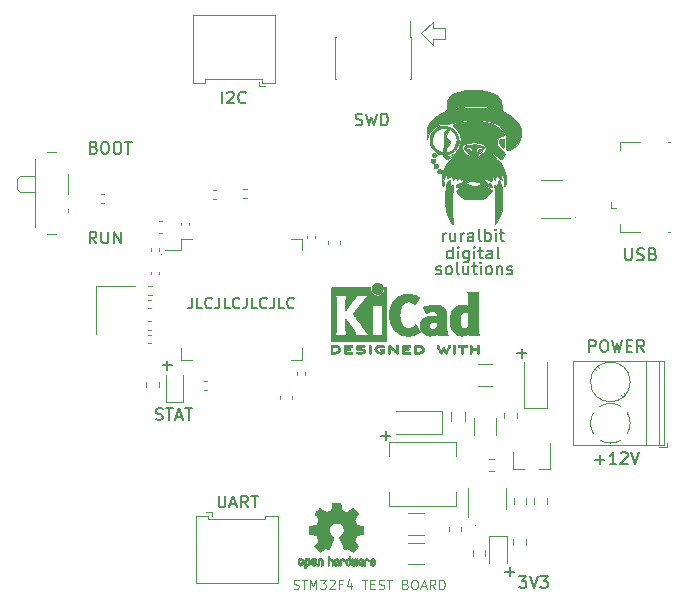
<source format=gbr>
%TF.GenerationSoftware,KiCad,Pcbnew,5.1.10-88a1d61d58~90~ubuntu20.04.1*%
%TF.CreationDate,2021-12-12T00:04:41-03:00*%
%TF.ProjectId,kicadproj,6b696361-6470-4726-9f6a-2e6b69636164,rev?*%
%TF.SameCoordinates,Original*%
%TF.FileFunction,Legend,Top*%
%TF.FilePolarity,Positive*%
%FSLAX46Y46*%
G04 Gerber Fmt 4.6, Leading zero omitted, Abs format (unit mm)*
G04 Created by KiCad (PCBNEW 5.1.10-88a1d61d58~90~ubuntu20.04.1) date 2021-12-12 00:04:41*
%MOMM*%
%LPD*%
G01*
G04 APERTURE LIST*
%ADD10C,0.150000*%
%ADD11C,0.100000*%
%ADD12C,0.120000*%
%ADD13C,0.010000*%
G04 APERTURE END LIST*
D10*
X171635714Y-112552380D02*
X171635714Y-111552380D01*
X171635714Y-112504761D02*
X171540476Y-112552380D01*
X171350000Y-112552380D01*
X171254761Y-112504761D01*
X171207142Y-112457142D01*
X171159523Y-112361904D01*
X171159523Y-112076190D01*
X171207142Y-111980952D01*
X171254761Y-111933333D01*
X171350000Y-111885714D01*
X171540476Y-111885714D01*
X171635714Y-111933333D01*
X172111904Y-112552380D02*
X172111904Y-111885714D01*
X172111904Y-111552380D02*
X172064285Y-111600000D01*
X172111904Y-111647619D01*
X172159523Y-111600000D01*
X172111904Y-111552380D01*
X172111904Y-111647619D01*
X173016666Y-111885714D02*
X173016666Y-112695238D01*
X172969047Y-112790476D01*
X172921428Y-112838095D01*
X172826190Y-112885714D01*
X172683333Y-112885714D01*
X172588095Y-112838095D01*
X173016666Y-112504761D02*
X172921428Y-112552380D01*
X172730952Y-112552380D01*
X172635714Y-112504761D01*
X172588095Y-112457142D01*
X172540476Y-112361904D01*
X172540476Y-112076190D01*
X172588095Y-111980952D01*
X172635714Y-111933333D01*
X172730952Y-111885714D01*
X172921428Y-111885714D01*
X173016666Y-111933333D01*
X173492857Y-112552380D02*
X173492857Y-111885714D01*
X173492857Y-111552380D02*
X173445238Y-111600000D01*
X173492857Y-111647619D01*
X173540476Y-111600000D01*
X173492857Y-111552380D01*
X173492857Y-111647619D01*
X173826190Y-111885714D02*
X174207142Y-111885714D01*
X173969047Y-111552380D02*
X173969047Y-112409523D01*
X174016666Y-112504761D01*
X174111904Y-112552380D01*
X174207142Y-112552380D01*
X174969047Y-112552380D02*
X174969047Y-112028571D01*
X174921428Y-111933333D01*
X174826190Y-111885714D01*
X174635714Y-111885714D01*
X174540476Y-111933333D01*
X174969047Y-112504761D02*
X174873809Y-112552380D01*
X174635714Y-112552380D01*
X174540476Y-112504761D01*
X174492857Y-112409523D01*
X174492857Y-112314285D01*
X174540476Y-112219047D01*
X174635714Y-112171428D01*
X174873809Y-112171428D01*
X174969047Y-112123809D01*
X175588095Y-112552380D02*
X175492857Y-112504761D01*
X175445238Y-112409523D01*
X175445238Y-111552380D01*
X170826190Y-111077380D02*
X170826190Y-110410714D01*
X170826190Y-110601190D02*
X170873809Y-110505952D01*
X170921428Y-110458333D01*
X171016666Y-110410714D01*
X171111904Y-110410714D01*
X171873809Y-110410714D02*
X171873809Y-111077380D01*
X171445238Y-110410714D02*
X171445238Y-110934523D01*
X171492857Y-111029761D01*
X171588095Y-111077380D01*
X171730952Y-111077380D01*
X171826190Y-111029761D01*
X171873809Y-110982142D01*
X172350000Y-111077380D02*
X172350000Y-110410714D01*
X172350000Y-110601190D02*
X172397619Y-110505952D01*
X172445238Y-110458333D01*
X172540476Y-110410714D01*
X172635714Y-110410714D01*
X173397619Y-111077380D02*
X173397619Y-110553571D01*
X173350000Y-110458333D01*
X173254761Y-110410714D01*
X173064285Y-110410714D01*
X172969047Y-110458333D01*
X173397619Y-111029761D02*
X173302380Y-111077380D01*
X173064285Y-111077380D01*
X172969047Y-111029761D01*
X172921428Y-110934523D01*
X172921428Y-110839285D01*
X172969047Y-110744047D01*
X173064285Y-110696428D01*
X173302380Y-110696428D01*
X173397619Y-110648809D01*
X174016666Y-111077380D02*
X173921428Y-111029761D01*
X173873809Y-110934523D01*
X173873809Y-110077380D01*
X174397619Y-111077380D02*
X174397619Y-110077380D01*
X174397619Y-110458333D02*
X174492857Y-110410714D01*
X174683333Y-110410714D01*
X174778571Y-110458333D01*
X174826190Y-110505952D01*
X174873809Y-110601190D01*
X174873809Y-110886904D01*
X174826190Y-110982142D01*
X174778571Y-111029761D01*
X174683333Y-111077380D01*
X174492857Y-111077380D01*
X174397619Y-111029761D01*
X175302380Y-111077380D02*
X175302380Y-110410714D01*
X175302380Y-110077380D02*
X175254761Y-110125000D01*
X175302380Y-110172619D01*
X175350000Y-110125000D01*
X175302380Y-110077380D01*
X175302380Y-110172619D01*
X175635714Y-110410714D02*
X176016666Y-110410714D01*
X175778571Y-110077380D02*
X175778571Y-110934523D01*
X175826190Y-111029761D01*
X175921428Y-111077380D01*
X176016666Y-111077380D01*
X170260714Y-113829761D02*
X170355952Y-113877380D01*
X170546428Y-113877380D01*
X170641666Y-113829761D01*
X170689285Y-113734523D01*
X170689285Y-113686904D01*
X170641666Y-113591666D01*
X170546428Y-113544047D01*
X170403571Y-113544047D01*
X170308333Y-113496428D01*
X170260714Y-113401190D01*
X170260714Y-113353571D01*
X170308333Y-113258333D01*
X170403571Y-113210714D01*
X170546428Y-113210714D01*
X170641666Y-113258333D01*
X171260714Y-113877380D02*
X171165476Y-113829761D01*
X171117857Y-113782142D01*
X171070238Y-113686904D01*
X171070238Y-113401190D01*
X171117857Y-113305952D01*
X171165476Y-113258333D01*
X171260714Y-113210714D01*
X171403571Y-113210714D01*
X171498809Y-113258333D01*
X171546428Y-113305952D01*
X171594047Y-113401190D01*
X171594047Y-113686904D01*
X171546428Y-113782142D01*
X171498809Y-113829761D01*
X171403571Y-113877380D01*
X171260714Y-113877380D01*
X172165476Y-113877380D02*
X172070238Y-113829761D01*
X172022619Y-113734523D01*
X172022619Y-112877380D01*
X172975000Y-113210714D02*
X172975000Y-113877380D01*
X172546428Y-113210714D02*
X172546428Y-113734523D01*
X172594047Y-113829761D01*
X172689285Y-113877380D01*
X172832142Y-113877380D01*
X172927380Y-113829761D01*
X172975000Y-113782142D01*
X173308333Y-113210714D02*
X173689285Y-113210714D01*
X173451190Y-112877380D02*
X173451190Y-113734523D01*
X173498809Y-113829761D01*
X173594047Y-113877380D01*
X173689285Y-113877380D01*
X174022619Y-113877380D02*
X174022619Y-113210714D01*
X174022619Y-112877380D02*
X173975000Y-112925000D01*
X174022619Y-112972619D01*
X174070238Y-112925000D01*
X174022619Y-112877380D01*
X174022619Y-112972619D01*
X174641666Y-113877380D02*
X174546428Y-113829761D01*
X174498809Y-113782142D01*
X174451190Y-113686904D01*
X174451190Y-113401190D01*
X174498809Y-113305952D01*
X174546428Y-113258333D01*
X174641666Y-113210714D01*
X174784523Y-113210714D01*
X174879761Y-113258333D01*
X174927380Y-113305952D01*
X174975000Y-113401190D01*
X174975000Y-113686904D01*
X174927380Y-113782142D01*
X174879761Y-113829761D01*
X174784523Y-113877380D01*
X174641666Y-113877380D01*
X175403571Y-113210714D02*
X175403571Y-113877380D01*
X175403571Y-113305952D02*
X175451190Y-113258333D01*
X175546428Y-113210714D01*
X175689285Y-113210714D01*
X175784523Y-113258333D01*
X175832142Y-113353571D01*
X175832142Y-113877380D01*
X176260714Y-113829761D02*
X176355952Y-113877380D01*
X176546428Y-113877380D01*
X176641666Y-113829761D01*
X176689285Y-113734523D01*
X176689285Y-113686904D01*
X176641666Y-113591666D01*
X176546428Y-113544047D01*
X176403571Y-113544047D01*
X176308333Y-113496428D01*
X176260714Y-113401190D01*
X176260714Y-113353571D01*
X176308333Y-113258333D01*
X176403571Y-113210714D01*
X176546428Y-113210714D01*
X176641666Y-113258333D01*
X149592857Y-115882142D02*
X149592857Y-116525000D01*
X149550000Y-116653571D01*
X149464285Y-116739285D01*
X149335714Y-116782142D01*
X149250000Y-116782142D01*
X150450000Y-116782142D02*
X150021428Y-116782142D01*
X150021428Y-115882142D01*
X151264285Y-116696428D02*
X151221428Y-116739285D01*
X151092857Y-116782142D01*
X151007142Y-116782142D01*
X150878571Y-116739285D01*
X150792857Y-116653571D01*
X150750000Y-116567857D01*
X150707142Y-116396428D01*
X150707142Y-116267857D01*
X150750000Y-116096428D01*
X150792857Y-116010714D01*
X150878571Y-115925000D01*
X151007142Y-115882142D01*
X151092857Y-115882142D01*
X151221428Y-115925000D01*
X151264285Y-115967857D01*
X151907142Y-115882142D02*
X151907142Y-116525000D01*
X151864285Y-116653571D01*
X151778571Y-116739285D01*
X151650000Y-116782142D01*
X151564285Y-116782142D01*
X152764285Y-116782142D02*
X152335714Y-116782142D01*
X152335714Y-115882142D01*
X153578571Y-116696428D02*
X153535714Y-116739285D01*
X153407142Y-116782142D01*
X153321428Y-116782142D01*
X153192857Y-116739285D01*
X153107142Y-116653571D01*
X153064285Y-116567857D01*
X153021428Y-116396428D01*
X153021428Y-116267857D01*
X153064285Y-116096428D01*
X153107142Y-116010714D01*
X153192857Y-115925000D01*
X153321428Y-115882142D01*
X153407142Y-115882142D01*
X153535714Y-115925000D01*
X153578571Y-115967857D01*
X154221428Y-115882142D02*
X154221428Y-116525000D01*
X154178571Y-116653571D01*
X154092857Y-116739285D01*
X153964285Y-116782142D01*
X153878571Y-116782142D01*
X155078571Y-116782142D02*
X154650000Y-116782142D01*
X154650000Y-115882142D01*
X155892857Y-116696428D02*
X155850000Y-116739285D01*
X155721428Y-116782142D01*
X155635714Y-116782142D01*
X155507142Y-116739285D01*
X155421428Y-116653571D01*
X155378571Y-116567857D01*
X155335714Y-116396428D01*
X155335714Y-116267857D01*
X155378571Y-116096428D01*
X155421428Y-116010714D01*
X155507142Y-115925000D01*
X155635714Y-115882142D01*
X155721428Y-115882142D01*
X155850000Y-115925000D01*
X155892857Y-115967857D01*
X156535714Y-115882142D02*
X156535714Y-116525000D01*
X156492857Y-116653571D01*
X156407142Y-116739285D01*
X156278571Y-116782142D01*
X156192857Y-116782142D01*
X157392857Y-116782142D02*
X156964285Y-116782142D01*
X156964285Y-115882142D01*
X158207142Y-116696428D02*
X158164285Y-116739285D01*
X158035714Y-116782142D01*
X157950000Y-116782142D01*
X157821428Y-116739285D01*
X157735714Y-116653571D01*
X157692857Y-116567857D01*
X157650000Y-116396428D01*
X157650000Y-116267857D01*
X157692857Y-116096428D01*
X157735714Y-116010714D01*
X157821428Y-115925000D01*
X157950000Y-115882142D01*
X158035714Y-115882142D01*
X158164285Y-115925000D01*
X158207142Y-115967857D01*
D11*
X158175000Y-140498809D02*
X158289285Y-140536904D01*
X158479761Y-140536904D01*
X158555952Y-140498809D01*
X158594047Y-140460714D01*
X158632142Y-140384523D01*
X158632142Y-140308333D01*
X158594047Y-140232142D01*
X158555952Y-140194047D01*
X158479761Y-140155952D01*
X158327380Y-140117857D01*
X158251190Y-140079761D01*
X158213095Y-140041666D01*
X158175000Y-139965476D01*
X158175000Y-139889285D01*
X158213095Y-139813095D01*
X158251190Y-139775000D01*
X158327380Y-139736904D01*
X158517857Y-139736904D01*
X158632142Y-139775000D01*
X158860714Y-139736904D02*
X159317857Y-139736904D01*
X159089285Y-140536904D02*
X159089285Y-139736904D01*
X159584523Y-140536904D02*
X159584523Y-139736904D01*
X159851190Y-140308333D01*
X160117857Y-139736904D01*
X160117857Y-140536904D01*
X160422619Y-139736904D02*
X160917857Y-139736904D01*
X160651190Y-140041666D01*
X160765476Y-140041666D01*
X160841666Y-140079761D01*
X160879761Y-140117857D01*
X160917857Y-140194047D01*
X160917857Y-140384523D01*
X160879761Y-140460714D01*
X160841666Y-140498809D01*
X160765476Y-140536904D01*
X160536904Y-140536904D01*
X160460714Y-140498809D01*
X160422619Y-140460714D01*
X161222619Y-139813095D02*
X161260714Y-139775000D01*
X161336904Y-139736904D01*
X161527380Y-139736904D01*
X161603571Y-139775000D01*
X161641666Y-139813095D01*
X161679761Y-139889285D01*
X161679761Y-139965476D01*
X161641666Y-140079761D01*
X161184523Y-140536904D01*
X161679761Y-140536904D01*
X162289285Y-140117857D02*
X162022619Y-140117857D01*
X162022619Y-140536904D02*
X162022619Y-139736904D01*
X162403571Y-139736904D01*
X163051190Y-140003571D02*
X163051190Y-140536904D01*
X162860714Y-139698809D02*
X162670238Y-140270238D01*
X163165476Y-140270238D01*
X163965476Y-139736904D02*
X164422619Y-139736904D01*
X164194047Y-140536904D02*
X164194047Y-139736904D01*
X164689285Y-140117857D02*
X164955952Y-140117857D01*
X165070238Y-140536904D02*
X164689285Y-140536904D01*
X164689285Y-139736904D01*
X165070238Y-139736904D01*
X165375000Y-140498809D02*
X165489285Y-140536904D01*
X165679761Y-140536904D01*
X165755952Y-140498809D01*
X165794047Y-140460714D01*
X165832142Y-140384523D01*
X165832142Y-140308333D01*
X165794047Y-140232142D01*
X165755952Y-140194047D01*
X165679761Y-140155952D01*
X165527380Y-140117857D01*
X165451190Y-140079761D01*
X165413095Y-140041666D01*
X165375000Y-139965476D01*
X165375000Y-139889285D01*
X165413095Y-139813095D01*
X165451190Y-139775000D01*
X165527380Y-139736904D01*
X165717857Y-139736904D01*
X165832142Y-139775000D01*
X166060714Y-139736904D02*
X166517857Y-139736904D01*
X166289285Y-140536904D02*
X166289285Y-139736904D01*
X167660714Y-140117857D02*
X167775000Y-140155952D01*
X167813095Y-140194047D01*
X167851190Y-140270238D01*
X167851190Y-140384523D01*
X167813095Y-140460714D01*
X167775000Y-140498809D01*
X167698809Y-140536904D01*
X167394047Y-140536904D01*
X167394047Y-139736904D01*
X167660714Y-139736904D01*
X167736904Y-139775000D01*
X167775000Y-139813095D01*
X167813095Y-139889285D01*
X167813095Y-139965476D01*
X167775000Y-140041666D01*
X167736904Y-140079761D01*
X167660714Y-140117857D01*
X167394047Y-140117857D01*
X168346428Y-139736904D02*
X168498809Y-139736904D01*
X168575000Y-139775000D01*
X168651190Y-139851190D01*
X168689285Y-140003571D01*
X168689285Y-140270238D01*
X168651190Y-140422619D01*
X168575000Y-140498809D01*
X168498809Y-140536904D01*
X168346428Y-140536904D01*
X168270238Y-140498809D01*
X168194047Y-140422619D01*
X168155952Y-140270238D01*
X168155952Y-140003571D01*
X168194047Y-139851190D01*
X168270238Y-139775000D01*
X168346428Y-139736904D01*
X168994047Y-140308333D02*
X169375000Y-140308333D01*
X168917857Y-140536904D02*
X169184523Y-139736904D01*
X169451190Y-140536904D01*
X170175000Y-140536904D02*
X169908333Y-140155952D01*
X169717857Y-140536904D02*
X169717857Y-139736904D01*
X170022619Y-139736904D01*
X170098809Y-139775000D01*
X170136904Y-139813095D01*
X170175000Y-139889285D01*
X170175000Y-140003571D01*
X170136904Y-140079761D01*
X170098809Y-140117857D01*
X170022619Y-140155952D01*
X169717857Y-140155952D01*
X170517857Y-140536904D02*
X170517857Y-139736904D01*
X170708333Y-139736904D01*
X170822619Y-139775000D01*
X170898809Y-139851190D01*
X170936904Y-139927380D01*
X170975000Y-140079761D01*
X170975000Y-140194047D01*
X170936904Y-140346428D01*
X170898809Y-140422619D01*
X170822619Y-140498809D01*
X170708333Y-140536904D01*
X170517857Y-140536904D01*
D10*
X141486904Y-111277380D02*
X141153571Y-110801190D01*
X140915476Y-111277380D02*
X140915476Y-110277380D01*
X141296428Y-110277380D01*
X141391666Y-110325000D01*
X141439285Y-110372619D01*
X141486904Y-110467857D01*
X141486904Y-110610714D01*
X141439285Y-110705952D01*
X141391666Y-110753571D01*
X141296428Y-110801190D01*
X140915476Y-110801190D01*
X141915476Y-110277380D02*
X141915476Y-111086904D01*
X141963095Y-111182142D01*
X142010714Y-111229761D01*
X142105952Y-111277380D01*
X142296428Y-111277380D01*
X142391666Y-111229761D01*
X142439285Y-111182142D01*
X142486904Y-111086904D01*
X142486904Y-110277380D01*
X142963095Y-111277380D02*
X142963095Y-110277380D01*
X143534523Y-111277380D01*
X143534523Y-110277380D01*
X183738095Y-129571428D02*
X184500000Y-129571428D01*
X184119047Y-129952380D02*
X184119047Y-129190476D01*
X185500000Y-129952380D02*
X184928571Y-129952380D01*
X185214285Y-129952380D02*
X185214285Y-128952380D01*
X185119047Y-129095238D01*
X185023809Y-129190476D01*
X184928571Y-129238095D01*
X185880952Y-129047619D02*
X185928571Y-129000000D01*
X186023809Y-128952380D01*
X186261904Y-128952380D01*
X186357142Y-129000000D01*
X186404761Y-129047619D01*
X186452380Y-129142857D01*
X186452380Y-129238095D01*
X186404761Y-129380952D01*
X185833333Y-129952380D01*
X186452380Y-129952380D01*
X186738095Y-128952380D02*
X187071428Y-129952380D01*
X187404761Y-128952380D01*
X165619047Y-127571428D02*
X166380952Y-127571428D01*
X166000000Y-127952380D02*
X166000000Y-127190476D01*
X177119047Y-120571428D02*
X177880952Y-120571428D01*
X177500000Y-120952380D02*
X177500000Y-120190476D01*
X147119047Y-121571428D02*
X147880952Y-121571428D01*
X147500000Y-121952380D02*
X147500000Y-121190476D01*
X176119047Y-139071428D02*
X176880952Y-139071428D01*
X176500000Y-139452380D02*
X176500000Y-138690476D01*
D12*
X170000000Y-94500000D02*
X169000000Y-93500000D01*
X170000000Y-94000000D02*
X170000000Y-94500000D01*
X171000000Y-94000000D02*
X170000000Y-94000000D01*
X171000000Y-93000000D02*
X171000000Y-94000000D01*
X170000000Y-93000000D02*
X171000000Y-93000000D01*
X170000000Y-92500000D02*
X170000000Y-93000000D01*
X169000000Y-93500000D02*
X170000000Y-92500000D01*
X182050000Y-109100000D02*
G75*
G03*
X182050000Y-109100000I-50000J0D01*
G01*
X179955902Y-127750000D02*
G75*
G03*
X179955902Y-127750000I-55902J0D01*
G01*
X173655902Y-135125000D02*
G75*
G03*
X173655902Y-135125000I-55902J0D01*
G01*
X147010355Y-112225000D02*
G75*
G03*
X147010355Y-112225000I-35355J0D01*
G01*
D10*
X146523809Y-126179761D02*
X146666666Y-126227380D01*
X146904761Y-126227380D01*
X147000000Y-126179761D01*
X147047619Y-126132142D01*
X147095238Y-126036904D01*
X147095238Y-125941666D01*
X147047619Y-125846428D01*
X147000000Y-125798809D01*
X146904761Y-125751190D01*
X146714285Y-125703571D01*
X146619047Y-125655952D01*
X146571428Y-125608333D01*
X146523809Y-125513095D01*
X146523809Y-125417857D01*
X146571428Y-125322619D01*
X146619047Y-125275000D01*
X146714285Y-125227380D01*
X146952380Y-125227380D01*
X147095238Y-125275000D01*
X147380952Y-125227380D02*
X147952380Y-125227380D01*
X147666666Y-126227380D02*
X147666666Y-125227380D01*
X148238095Y-125941666D02*
X148714285Y-125941666D01*
X148142857Y-126227380D02*
X148476190Y-125227380D01*
X148809523Y-126227380D01*
X149000000Y-125227380D02*
X149571428Y-125227380D01*
X149285714Y-126227380D02*
X149285714Y-125227380D01*
X177261904Y-139452380D02*
X177880952Y-139452380D01*
X177547619Y-139833333D01*
X177690476Y-139833333D01*
X177785714Y-139880952D01*
X177833333Y-139928571D01*
X177880952Y-140023809D01*
X177880952Y-140261904D01*
X177833333Y-140357142D01*
X177785714Y-140404761D01*
X177690476Y-140452380D01*
X177404761Y-140452380D01*
X177309523Y-140404761D01*
X177261904Y-140357142D01*
X178166666Y-139452380D02*
X178500000Y-140452380D01*
X178833333Y-139452380D01*
X179071428Y-139452380D02*
X179690476Y-139452380D01*
X179357142Y-139833333D01*
X179500000Y-139833333D01*
X179595238Y-139880952D01*
X179642857Y-139928571D01*
X179690476Y-140023809D01*
X179690476Y-140261904D01*
X179642857Y-140357142D01*
X179595238Y-140404761D01*
X179500000Y-140452380D01*
X179214285Y-140452380D01*
X179119047Y-140404761D01*
X179071428Y-140357142D01*
X163442857Y-101229761D02*
X163585714Y-101277380D01*
X163823809Y-101277380D01*
X163919047Y-101229761D01*
X163966666Y-101182142D01*
X164014285Y-101086904D01*
X164014285Y-100991666D01*
X163966666Y-100896428D01*
X163919047Y-100848809D01*
X163823809Y-100801190D01*
X163633333Y-100753571D01*
X163538095Y-100705952D01*
X163490476Y-100658333D01*
X163442857Y-100563095D01*
X163442857Y-100467857D01*
X163490476Y-100372619D01*
X163538095Y-100325000D01*
X163633333Y-100277380D01*
X163871428Y-100277380D01*
X164014285Y-100325000D01*
X164347619Y-100277380D02*
X164585714Y-101277380D01*
X164776190Y-100563095D01*
X164966666Y-101277380D01*
X165204761Y-100277380D01*
X165585714Y-101277380D02*
X165585714Y-100277380D01*
X165823809Y-100277380D01*
X165966666Y-100325000D01*
X166061904Y-100420238D01*
X166109523Y-100515476D01*
X166157142Y-100705952D01*
X166157142Y-100848809D01*
X166109523Y-101039285D01*
X166061904Y-101134523D01*
X165966666Y-101229761D01*
X165823809Y-101277380D01*
X165585714Y-101277380D01*
X141267857Y-103153571D02*
X141410714Y-103201190D01*
X141458333Y-103248809D01*
X141505952Y-103344047D01*
X141505952Y-103486904D01*
X141458333Y-103582142D01*
X141410714Y-103629761D01*
X141315476Y-103677380D01*
X140934523Y-103677380D01*
X140934523Y-102677380D01*
X141267857Y-102677380D01*
X141363095Y-102725000D01*
X141410714Y-102772619D01*
X141458333Y-102867857D01*
X141458333Y-102963095D01*
X141410714Y-103058333D01*
X141363095Y-103105952D01*
X141267857Y-103153571D01*
X140934523Y-103153571D01*
X142125000Y-102677380D02*
X142315476Y-102677380D01*
X142410714Y-102725000D01*
X142505952Y-102820238D01*
X142553571Y-103010714D01*
X142553571Y-103344047D01*
X142505952Y-103534523D01*
X142410714Y-103629761D01*
X142315476Y-103677380D01*
X142125000Y-103677380D01*
X142029761Y-103629761D01*
X141934523Y-103534523D01*
X141886904Y-103344047D01*
X141886904Y-103010714D01*
X141934523Y-102820238D01*
X142029761Y-102725000D01*
X142125000Y-102677380D01*
X143172619Y-102677380D02*
X143363095Y-102677380D01*
X143458333Y-102725000D01*
X143553571Y-102820238D01*
X143601190Y-103010714D01*
X143601190Y-103344047D01*
X143553571Y-103534523D01*
X143458333Y-103629761D01*
X143363095Y-103677380D01*
X143172619Y-103677380D01*
X143077380Y-103629761D01*
X142982142Y-103534523D01*
X142934523Y-103344047D01*
X142934523Y-103010714D01*
X142982142Y-102820238D01*
X143077380Y-102725000D01*
X143172619Y-102677380D01*
X143886904Y-102677380D02*
X144458333Y-102677380D01*
X144172619Y-103677380D02*
X144172619Y-102677380D01*
X183190476Y-120452380D02*
X183190476Y-119452380D01*
X183571428Y-119452380D01*
X183666666Y-119500000D01*
X183714285Y-119547619D01*
X183761904Y-119642857D01*
X183761904Y-119785714D01*
X183714285Y-119880952D01*
X183666666Y-119928571D01*
X183571428Y-119976190D01*
X183190476Y-119976190D01*
X184380952Y-119452380D02*
X184571428Y-119452380D01*
X184666666Y-119500000D01*
X184761904Y-119595238D01*
X184809523Y-119785714D01*
X184809523Y-120119047D01*
X184761904Y-120309523D01*
X184666666Y-120404761D01*
X184571428Y-120452380D01*
X184380952Y-120452380D01*
X184285714Y-120404761D01*
X184190476Y-120309523D01*
X184142857Y-120119047D01*
X184142857Y-119785714D01*
X184190476Y-119595238D01*
X184285714Y-119500000D01*
X184380952Y-119452380D01*
X185142857Y-119452380D02*
X185380952Y-120452380D01*
X185571428Y-119738095D01*
X185761904Y-120452380D01*
X186000000Y-119452380D01*
X186380952Y-119928571D02*
X186714285Y-119928571D01*
X186857142Y-120452380D02*
X186380952Y-120452380D01*
X186380952Y-119452380D01*
X186857142Y-119452380D01*
X187857142Y-120452380D02*
X187523809Y-119976190D01*
X187285714Y-120452380D02*
X187285714Y-119452380D01*
X187666666Y-119452380D01*
X187761904Y-119500000D01*
X187809523Y-119547619D01*
X187857142Y-119642857D01*
X187857142Y-119785714D01*
X187809523Y-119880952D01*
X187761904Y-119928571D01*
X187666666Y-119976190D01*
X187285714Y-119976190D01*
X186263095Y-111702380D02*
X186263095Y-112511904D01*
X186310714Y-112607142D01*
X186358333Y-112654761D01*
X186453571Y-112702380D01*
X186644047Y-112702380D01*
X186739285Y-112654761D01*
X186786904Y-112607142D01*
X186834523Y-112511904D01*
X186834523Y-111702380D01*
X187263095Y-112654761D02*
X187405952Y-112702380D01*
X187644047Y-112702380D01*
X187739285Y-112654761D01*
X187786904Y-112607142D01*
X187834523Y-112511904D01*
X187834523Y-112416666D01*
X187786904Y-112321428D01*
X187739285Y-112273809D01*
X187644047Y-112226190D01*
X187453571Y-112178571D01*
X187358333Y-112130952D01*
X187310714Y-112083333D01*
X187263095Y-111988095D01*
X187263095Y-111892857D01*
X187310714Y-111797619D01*
X187358333Y-111750000D01*
X187453571Y-111702380D01*
X187691666Y-111702380D01*
X187834523Y-111750000D01*
X188596428Y-112178571D02*
X188739285Y-112226190D01*
X188786904Y-112273809D01*
X188834523Y-112369047D01*
X188834523Y-112511904D01*
X188786904Y-112607142D01*
X188739285Y-112654761D01*
X188644047Y-112702380D01*
X188263095Y-112702380D01*
X188263095Y-111702380D01*
X188596428Y-111702380D01*
X188691666Y-111750000D01*
X188739285Y-111797619D01*
X188786904Y-111892857D01*
X188786904Y-111988095D01*
X188739285Y-112083333D01*
X188691666Y-112130952D01*
X188596428Y-112178571D01*
X188263095Y-112178571D01*
X151829761Y-132627380D02*
X151829761Y-133436904D01*
X151877380Y-133532142D01*
X151925000Y-133579761D01*
X152020238Y-133627380D01*
X152210714Y-133627380D01*
X152305952Y-133579761D01*
X152353571Y-133532142D01*
X152401190Y-133436904D01*
X152401190Y-132627380D01*
X152829761Y-133341666D02*
X153305952Y-133341666D01*
X152734523Y-133627380D02*
X153067857Y-132627380D01*
X153401190Y-133627380D01*
X154305952Y-133627380D02*
X153972619Y-133151190D01*
X153734523Y-133627380D02*
X153734523Y-132627380D01*
X154115476Y-132627380D01*
X154210714Y-132675000D01*
X154258333Y-132722619D01*
X154305952Y-132817857D01*
X154305952Y-132960714D01*
X154258333Y-133055952D01*
X154210714Y-133103571D01*
X154115476Y-133151190D01*
X153734523Y-133151190D01*
X154591666Y-132627380D02*
X155163095Y-132627380D01*
X154877380Y-133627380D02*
X154877380Y-132627380D01*
X152123809Y-99427380D02*
X152123809Y-98427380D01*
X152552380Y-98522619D02*
X152600000Y-98475000D01*
X152695238Y-98427380D01*
X152933333Y-98427380D01*
X153028571Y-98475000D01*
X153076190Y-98522619D01*
X153123809Y-98617857D01*
X153123809Y-98713095D01*
X153076190Y-98855952D01*
X152504761Y-99427380D01*
X153123809Y-99427380D01*
X154123809Y-99332142D02*
X154076190Y-99379761D01*
X153933333Y-99427380D01*
X153838095Y-99427380D01*
X153695238Y-99379761D01*
X153600000Y-99284523D01*
X153552380Y-99189285D01*
X153504761Y-98998809D01*
X153504761Y-98855952D01*
X153552380Y-98665476D01*
X153600000Y-98570238D01*
X153695238Y-98475000D01*
X153838095Y-98427380D01*
X153933333Y-98427380D01*
X154076190Y-98475000D01*
X154123809Y-98522619D01*
D13*
%TO.C,G\u002A\u002A\u002A*%
G36*
X171435615Y-105915246D02*
G01*
X171437133Y-106104429D01*
X171428081Y-106159000D01*
X171412812Y-106378981D01*
X171475879Y-106450483D01*
X171615329Y-106371751D01*
X171639919Y-106349500D01*
X171714814Y-106299278D01*
X171716275Y-106378656D01*
X171697852Y-106455333D01*
X171650541Y-106734413D01*
X171615223Y-107134182D01*
X171593342Y-107606321D01*
X171586335Y-108102516D01*
X171595646Y-108574449D01*
X171622713Y-108973804D01*
X171622751Y-108974166D01*
X171650700Y-109293076D01*
X171661364Y-109535593D01*
X171653439Y-109662680D01*
X171646047Y-109672666D01*
X171585657Y-109602851D01*
X171478349Y-109421019D01*
X171364563Y-109200894D01*
X171112441Y-108502576D01*
X170997911Y-107731876D01*
X171025176Y-106920723D01*
X171045211Y-106774553D01*
X171104771Y-106438318D01*
X171168774Y-106161601D01*
X171225831Y-105991572D01*
X171239824Y-105968500D01*
X171366025Y-105866070D01*
X171435615Y-105915246D01*
G37*
X171435615Y-105915246D02*
X171437133Y-106104429D01*
X171428081Y-106159000D01*
X171412812Y-106378981D01*
X171475879Y-106450483D01*
X171615329Y-106371751D01*
X171639919Y-106349500D01*
X171714814Y-106299278D01*
X171716275Y-106378656D01*
X171697852Y-106455333D01*
X171650541Y-106734413D01*
X171615223Y-107134182D01*
X171593342Y-107606321D01*
X171586335Y-108102516D01*
X171595646Y-108574449D01*
X171622713Y-108973804D01*
X171622751Y-108974166D01*
X171650700Y-109293076D01*
X171661364Y-109535593D01*
X171653439Y-109662680D01*
X171646047Y-109672666D01*
X171585657Y-109602851D01*
X171478349Y-109421019D01*
X171364563Y-109200894D01*
X171112441Y-108502576D01*
X170997911Y-107731876D01*
X171025176Y-106920723D01*
X171045211Y-106774553D01*
X171104771Y-106438318D01*
X171168774Y-106161601D01*
X171225831Y-105991572D01*
X171239824Y-105968500D01*
X171366025Y-105866070D01*
X171435615Y-105915246D01*
G36*
X175577855Y-105914996D02*
G01*
X175679955Y-106036315D01*
X175764754Y-106296470D01*
X175827490Y-106665429D01*
X175863399Y-107113160D01*
X175867718Y-107609630D01*
X175864068Y-107719684D01*
X175838723Y-108143531D01*
X175793959Y-108462445D01*
X175715758Y-108740741D01*
X175590102Y-109042732D01*
X175562959Y-109101166D01*
X175430664Y-109375619D01*
X175326305Y-109578032D01*
X175269532Y-109670579D01*
X175266089Y-109672666D01*
X175258196Y-109592792D01*
X175255087Y-109372198D01*
X175256699Y-109039429D01*
X175262967Y-108623030D01*
X175269073Y-108339166D01*
X175274772Y-107848469D01*
X175269229Y-107387896D01*
X175253707Y-106997543D01*
X175229466Y-106717504D01*
X175215467Y-106635600D01*
X175172702Y-106413897D01*
X175182953Y-106335889D01*
X175224968Y-106360434D01*
X175357010Y-106448996D01*
X175431665Y-106385268D01*
X175455332Y-106163730D01*
X175455334Y-106161657D01*
X175473218Y-105964304D01*
X175536088Y-105905563D01*
X175577855Y-105914996D01*
G37*
X175577855Y-105914996D02*
X175679955Y-106036315D01*
X175764754Y-106296470D01*
X175827490Y-106665429D01*
X175863399Y-107113160D01*
X175867718Y-107609630D01*
X175864068Y-107719684D01*
X175838723Y-108143531D01*
X175793959Y-108462445D01*
X175715758Y-108740741D01*
X175590102Y-109042732D01*
X175562959Y-109101166D01*
X175430664Y-109375619D01*
X175326305Y-109578032D01*
X175269532Y-109670579D01*
X175266089Y-109672666D01*
X175258196Y-109592792D01*
X175255087Y-109372198D01*
X175256699Y-109039429D01*
X175262967Y-108623030D01*
X175269073Y-108339166D01*
X175274772Y-107848469D01*
X175269229Y-107387896D01*
X175253707Y-106997543D01*
X175229466Y-106717504D01*
X175215467Y-106635600D01*
X175172702Y-106413897D01*
X175182953Y-106335889D01*
X175224968Y-106360434D01*
X175357010Y-106448996D01*
X175431665Y-106385268D01*
X175455332Y-106163730D01*
X175455334Y-106161657D01*
X175473218Y-105964304D01*
X175536088Y-105905563D01*
X175577855Y-105914996D01*
G36*
X173028738Y-106328147D02*
G01*
X173048020Y-106336165D01*
X173361689Y-106437082D01*
X173616742Y-106432570D01*
X173863071Y-106335303D01*
X174005876Y-106275021D01*
X174134816Y-106277696D01*
X174305356Y-106355314D01*
X174498071Y-106472528D01*
X174725809Y-106617622D01*
X174888508Y-106724464D01*
X174940406Y-106761497D01*
X174943516Y-106865327D01*
X174845866Y-107027876D01*
X174682290Y-107206432D01*
X174487623Y-107358282D01*
X174424293Y-107394339D01*
X174149727Y-107481615D01*
X173770972Y-107536154D01*
X173350406Y-107555686D01*
X172950410Y-107537941D01*
X172633364Y-107480649D01*
X172578408Y-107461508D01*
X172256101Y-107269463D01*
X172009347Y-107004187D01*
X171974853Y-106946242D01*
X171956489Y-106846055D01*
X172029613Y-106735619D01*
X172218138Y-106585449D01*
X172329768Y-106508627D01*
X172574189Y-106350214D01*
X172735388Y-106276158D01*
X172868520Y-106273217D01*
X173028738Y-106328147D01*
G37*
X173028738Y-106328147D02*
X173048020Y-106336165D01*
X173361689Y-106437082D01*
X173616742Y-106432570D01*
X173863071Y-106335303D01*
X174005876Y-106275021D01*
X174134816Y-106277696D01*
X174305356Y-106355314D01*
X174498071Y-106472528D01*
X174725809Y-106617622D01*
X174888508Y-106724464D01*
X174940406Y-106761497D01*
X174943516Y-106865327D01*
X174845866Y-107027876D01*
X174682290Y-107206432D01*
X174487623Y-107358282D01*
X174424293Y-107394339D01*
X174149727Y-107481615D01*
X173770972Y-107536154D01*
X173350406Y-107555686D01*
X172950410Y-107537941D01*
X172633364Y-107480649D01*
X172578408Y-107461508D01*
X172256101Y-107269463D01*
X172009347Y-107004187D01*
X171974853Y-106946242D01*
X171956489Y-106846055D01*
X172029613Y-106735619D01*
X172218138Y-106585449D01*
X172329768Y-106508627D01*
X172574189Y-106350214D01*
X172735388Y-106276158D01*
X172868520Y-106273217D01*
X173028738Y-106328147D01*
G36*
X173844805Y-100901031D02*
G01*
X174501028Y-101007133D01*
X175090284Y-101202819D01*
X175574637Y-101481227D01*
X175673940Y-101562117D01*
X175860727Y-101772528D01*
X175957175Y-101976401D01*
X175955912Y-102137207D01*
X175849564Y-102218413D01*
X175807122Y-102222000D01*
X175604683Y-102296555D01*
X175442189Y-102480539D01*
X175370922Y-102714426D01*
X175370667Y-102728609D01*
X175437633Y-102918876D01*
X175620243Y-103157665D01*
X175709334Y-103247718D01*
X175897493Y-103445639D01*
X176020460Y-103611295D01*
X176048000Y-103681436D01*
X176003378Y-103827146D01*
X175900197Y-104001568D01*
X175784488Y-104135931D01*
X175721434Y-104169333D01*
X175632539Y-104116973D01*
X175453006Y-103978066D01*
X175217587Y-103779867D01*
X175154734Y-103724833D01*
X174651000Y-103280333D01*
X175001407Y-103703666D01*
X175217753Y-103956064D01*
X175420682Y-104177959D01*
X175539725Y-104296333D01*
X175810452Y-104631013D01*
X176022116Y-105066952D01*
X176147362Y-105539071D01*
X176169553Y-105794741D01*
X176150168Y-106136940D01*
X176086600Y-106351211D01*
X176058556Y-106387408D01*
X175982854Y-106438846D01*
X175970082Y-106366652D01*
X175989677Y-106243666D01*
X175998404Y-106022411D01*
X175964010Y-105768365D01*
X175900280Y-105537314D01*
X175820998Y-105385043D01*
X175770015Y-105354666D01*
X175727427Y-105427054D01*
X175739267Y-105609628D01*
X175742112Y-105624391D01*
X175796057Y-105894115D01*
X175589629Y-105700187D01*
X175403765Y-105571968D01*
X175282601Y-105577941D01*
X175249951Y-105711420D01*
X175264952Y-105791323D01*
X175275442Y-105918436D01*
X175214670Y-105913242D01*
X175125223Y-105782713D01*
X175116667Y-105725673D01*
X175074321Y-105641962D01*
X175032000Y-105651000D01*
X174963267Y-105769067D01*
X174946037Y-105888830D01*
X174932254Y-106008741D01*
X174881785Y-105973761D01*
X174865524Y-105949057D01*
X174757755Y-105874736D01*
X174581353Y-105821900D01*
X174402161Y-105801377D01*
X174286023Y-105824000D01*
X174271883Y-105851407D01*
X174320604Y-105948890D01*
X174435734Y-106110479D01*
X174440593Y-106116666D01*
X174568424Y-106250656D01*
X174651505Y-106250546D01*
X174681870Y-106213877D01*
X174756462Y-106160131D01*
X174853461Y-106241042D01*
X174895481Y-106298103D01*
X174978670Y-106450468D01*
X174945173Y-106509385D01*
X174788338Y-106474278D01*
X174501510Y-106344571D01*
X174314216Y-106247750D01*
X173834738Y-106037393D01*
X173414764Y-105963496D01*
X173010662Y-106028222D01*
X172578799Y-106233731D01*
X172408846Y-106342114D01*
X172151453Y-106489325D01*
X171974367Y-106537919D01*
X171900235Y-106482279D01*
X171899334Y-106468455D01*
X171955946Y-106363946D01*
X172068667Y-106243666D01*
X172196722Y-106153664D01*
X172237983Y-106198900D01*
X172238000Y-106201333D01*
X172277522Y-106249440D01*
X172403596Y-106162371D01*
X172407334Y-106159000D01*
X172533008Y-106001638D01*
X172576253Y-105858489D01*
X172524663Y-105781087D01*
X172499056Y-105778000D01*
X172400468Y-105844119D01*
X172378740Y-105883833D01*
X172340486Y-105946225D01*
X172329351Y-105883833D01*
X172254943Y-105788343D01*
X172202722Y-105778000D01*
X172066764Y-105842015D01*
X172040073Y-105883833D01*
X172002519Y-105916944D01*
X171990684Y-105846496D01*
X171938792Y-105683056D01*
X171837449Y-105661116D01*
X171735831Y-105790811D01*
X171734651Y-105793727D01*
X171676474Y-105925438D01*
X171655296Y-105903982D01*
X171650700Y-105813277D01*
X171615487Y-105624601D01*
X171511984Y-105582606D01*
X171325386Y-105674258D01*
X171176436Y-105764770D01*
X171134791Y-105743008D01*
X171166240Y-105589687D01*
X171167370Y-105585185D01*
X171192984Y-105403832D01*
X171157170Y-105356396D01*
X171081359Y-105429121D01*
X170986984Y-105608249D01*
X170940399Y-105730869D01*
X170869086Y-105996480D01*
X170884202Y-106125054D01*
X170903636Y-106137545D01*
X170951961Y-106210531D01*
X170903488Y-106331646D01*
X170834609Y-106433414D01*
X170791223Y-106396112D01*
X170754276Y-106265612D01*
X170724277Y-106031909D01*
X170722004Y-105739627D01*
X170726484Y-105668710D01*
X170737095Y-105441838D01*
X170707381Y-105342102D01*
X170619153Y-105328755D01*
X170577802Y-105335650D01*
X170410354Y-105307960D01*
X170338685Y-105188411D01*
X170393052Y-105040175D01*
X170422699Y-105011823D01*
X170557543Y-104954819D01*
X170673713Y-105017698D01*
X170765867Y-105086011D01*
X170831275Y-105077399D01*
X170907475Y-104965430D01*
X170998838Y-104788778D01*
X171123940Y-104594421D01*
X171326468Y-104332408D01*
X171565113Y-104055816D01*
X171592700Y-104025801D01*
X171963760Y-103573679D01*
X172169562Y-103205695D01*
X172421182Y-103205695D01*
X172550973Y-103454538D01*
X172801488Y-103712252D01*
X173014756Y-103881079D01*
X173174587Y-103976074D01*
X173244801Y-103977646D01*
X173204157Y-103876248D01*
X173064412Y-103712345D01*
X172925990Y-103583098D01*
X172730398Y-103396274D01*
X172603194Y-103239119D01*
X172593895Y-103216833D01*
X172767167Y-103216833D01*
X172808444Y-103299554D01*
X172950611Y-103322666D01*
X173126124Y-103365619D01*
X173169334Y-103449666D01*
X173218024Y-103562291D01*
X173259624Y-103576666D01*
X173316461Y-103504722D01*
X173323124Y-103343833D01*
X173608210Y-103343833D01*
X173616788Y-103511747D01*
X173671710Y-103576666D01*
X173751780Y-103508179D01*
X173762000Y-103449666D01*
X173835975Y-103347756D01*
X173980722Y-103322666D01*
X174140575Y-103289351D01*
X174164167Y-103216833D01*
X174063341Y-103140842D01*
X173881945Y-103111000D01*
X173699230Y-103138760D01*
X173622821Y-103255208D01*
X173608210Y-103343833D01*
X173323124Y-103343833D01*
X173274205Y-103174571D01*
X173143864Y-103115161D01*
X173049389Y-103111000D01*
X172861292Y-103143355D01*
X172767167Y-103216833D01*
X172593895Y-103216833D01*
X172575356Y-103172404D01*
X172656441Y-103052520D01*
X172878446Y-102962141D01*
X173214307Y-102909469D01*
X173476745Y-102899333D01*
X173871105Y-102930849D01*
X174136965Y-103017715D01*
X174264648Y-103148410D01*
X174244475Y-103311409D01*
X174066769Y-103495192D01*
X174010087Y-103534333D01*
X173798204Y-103699050D01*
X173668103Y-103851470D01*
X173638642Y-103961658D01*
X173716688Y-104000000D01*
X173831311Y-103958791D01*
X173846667Y-103922238D01*
X173912316Y-103832994D01*
X174076339Y-103704529D01*
X174143000Y-103661333D01*
X174350919Y-103498122D01*
X174433103Y-103322364D01*
X174439334Y-103235895D01*
X174387715Y-103003558D01*
X174222409Y-102847434D01*
X173927738Y-102759378D01*
X173488023Y-102731244D01*
X173467995Y-102731248D01*
X172976792Y-102763777D01*
X172636790Y-102856342D01*
X172450687Y-103004972D01*
X172421182Y-103205695D01*
X172169562Y-103205695D01*
X172196672Y-103157223D01*
X172307684Y-102742556D01*
X172322667Y-102503788D01*
X172249535Y-102031192D01*
X172030424Y-101644089D01*
X171840786Y-101462372D01*
X171718049Y-101349165D01*
X171690359Y-101260377D01*
X171774408Y-101183605D01*
X171986888Y-101106446D01*
X172344490Y-101016497D01*
X172483202Y-100985021D01*
X173159551Y-100891373D01*
X173844805Y-100901031D01*
G37*
X173844805Y-100901031D02*
X174501028Y-101007133D01*
X175090284Y-101202819D01*
X175574637Y-101481227D01*
X175673940Y-101562117D01*
X175860727Y-101772528D01*
X175957175Y-101976401D01*
X175955912Y-102137207D01*
X175849564Y-102218413D01*
X175807122Y-102222000D01*
X175604683Y-102296555D01*
X175442189Y-102480539D01*
X175370922Y-102714426D01*
X175370667Y-102728609D01*
X175437633Y-102918876D01*
X175620243Y-103157665D01*
X175709334Y-103247718D01*
X175897493Y-103445639D01*
X176020460Y-103611295D01*
X176048000Y-103681436D01*
X176003378Y-103827146D01*
X175900197Y-104001568D01*
X175784488Y-104135931D01*
X175721434Y-104169333D01*
X175632539Y-104116973D01*
X175453006Y-103978066D01*
X175217587Y-103779867D01*
X175154734Y-103724833D01*
X174651000Y-103280333D01*
X175001407Y-103703666D01*
X175217753Y-103956064D01*
X175420682Y-104177959D01*
X175539725Y-104296333D01*
X175810452Y-104631013D01*
X176022116Y-105066952D01*
X176147362Y-105539071D01*
X176169553Y-105794741D01*
X176150168Y-106136940D01*
X176086600Y-106351211D01*
X176058556Y-106387408D01*
X175982854Y-106438846D01*
X175970082Y-106366652D01*
X175989677Y-106243666D01*
X175998404Y-106022411D01*
X175964010Y-105768365D01*
X175900280Y-105537314D01*
X175820998Y-105385043D01*
X175770015Y-105354666D01*
X175727427Y-105427054D01*
X175739267Y-105609628D01*
X175742112Y-105624391D01*
X175796057Y-105894115D01*
X175589629Y-105700187D01*
X175403765Y-105571968D01*
X175282601Y-105577941D01*
X175249951Y-105711420D01*
X175264952Y-105791323D01*
X175275442Y-105918436D01*
X175214670Y-105913242D01*
X175125223Y-105782713D01*
X175116667Y-105725673D01*
X175074321Y-105641962D01*
X175032000Y-105651000D01*
X174963267Y-105769067D01*
X174946037Y-105888830D01*
X174932254Y-106008741D01*
X174881785Y-105973761D01*
X174865524Y-105949057D01*
X174757755Y-105874736D01*
X174581353Y-105821900D01*
X174402161Y-105801377D01*
X174286023Y-105824000D01*
X174271883Y-105851407D01*
X174320604Y-105948890D01*
X174435734Y-106110479D01*
X174440593Y-106116666D01*
X174568424Y-106250656D01*
X174651505Y-106250546D01*
X174681870Y-106213877D01*
X174756462Y-106160131D01*
X174853461Y-106241042D01*
X174895481Y-106298103D01*
X174978670Y-106450468D01*
X174945173Y-106509385D01*
X174788338Y-106474278D01*
X174501510Y-106344571D01*
X174314216Y-106247750D01*
X173834738Y-106037393D01*
X173414764Y-105963496D01*
X173010662Y-106028222D01*
X172578799Y-106233731D01*
X172408846Y-106342114D01*
X172151453Y-106489325D01*
X171974367Y-106537919D01*
X171900235Y-106482279D01*
X171899334Y-106468455D01*
X171955946Y-106363946D01*
X172068667Y-106243666D01*
X172196722Y-106153664D01*
X172237983Y-106198900D01*
X172238000Y-106201333D01*
X172277522Y-106249440D01*
X172403596Y-106162371D01*
X172407334Y-106159000D01*
X172533008Y-106001638D01*
X172576253Y-105858489D01*
X172524663Y-105781087D01*
X172499056Y-105778000D01*
X172400468Y-105844119D01*
X172378740Y-105883833D01*
X172340486Y-105946225D01*
X172329351Y-105883833D01*
X172254943Y-105788343D01*
X172202722Y-105778000D01*
X172066764Y-105842015D01*
X172040073Y-105883833D01*
X172002519Y-105916944D01*
X171990684Y-105846496D01*
X171938792Y-105683056D01*
X171837449Y-105661116D01*
X171735831Y-105790811D01*
X171734651Y-105793727D01*
X171676474Y-105925438D01*
X171655296Y-105903982D01*
X171650700Y-105813277D01*
X171615487Y-105624601D01*
X171511984Y-105582606D01*
X171325386Y-105674258D01*
X171176436Y-105764770D01*
X171134791Y-105743008D01*
X171166240Y-105589687D01*
X171167370Y-105585185D01*
X171192984Y-105403832D01*
X171157170Y-105356396D01*
X171081359Y-105429121D01*
X170986984Y-105608249D01*
X170940399Y-105730869D01*
X170869086Y-105996480D01*
X170884202Y-106125054D01*
X170903636Y-106137545D01*
X170951961Y-106210531D01*
X170903488Y-106331646D01*
X170834609Y-106433414D01*
X170791223Y-106396112D01*
X170754276Y-106265612D01*
X170724277Y-106031909D01*
X170722004Y-105739627D01*
X170726484Y-105668710D01*
X170737095Y-105441838D01*
X170707381Y-105342102D01*
X170619153Y-105328755D01*
X170577802Y-105335650D01*
X170410354Y-105307960D01*
X170338685Y-105188411D01*
X170393052Y-105040175D01*
X170422699Y-105011823D01*
X170557543Y-104954819D01*
X170673713Y-105017698D01*
X170765867Y-105086011D01*
X170831275Y-105077399D01*
X170907475Y-104965430D01*
X170998838Y-104788778D01*
X171123940Y-104594421D01*
X171326468Y-104332408D01*
X171565113Y-104055816D01*
X171592700Y-104025801D01*
X171963760Y-103573679D01*
X172169562Y-103205695D01*
X172421182Y-103205695D01*
X172550973Y-103454538D01*
X172801488Y-103712252D01*
X173014756Y-103881079D01*
X173174587Y-103976074D01*
X173244801Y-103977646D01*
X173204157Y-103876248D01*
X173064412Y-103712345D01*
X172925990Y-103583098D01*
X172730398Y-103396274D01*
X172603194Y-103239119D01*
X172593895Y-103216833D01*
X172767167Y-103216833D01*
X172808444Y-103299554D01*
X172950611Y-103322666D01*
X173126124Y-103365619D01*
X173169334Y-103449666D01*
X173218024Y-103562291D01*
X173259624Y-103576666D01*
X173316461Y-103504722D01*
X173323124Y-103343833D01*
X173608210Y-103343833D01*
X173616788Y-103511747D01*
X173671710Y-103576666D01*
X173751780Y-103508179D01*
X173762000Y-103449666D01*
X173835975Y-103347756D01*
X173980722Y-103322666D01*
X174140575Y-103289351D01*
X174164167Y-103216833D01*
X174063341Y-103140842D01*
X173881945Y-103111000D01*
X173699230Y-103138760D01*
X173622821Y-103255208D01*
X173608210Y-103343833D01*
X173323124Y-103343833D01*
X173274205Y-103174571D01*
X173143864Y-103115161D01*
X173049389Y-103111000D01*
X172861292Y-103143355D01*
X172767167Y-103216833D01*
X172593895Y-103216833D01*
X172575356Y-103172404D01*
X172656441Y-103052520D01*
X172878446Y-102962141D01*
X173214307Y-102909469D01*
X173476745Y-102899333D01*
X173871105Y-102930849D01*
X174136965Y-103017715D01*
X174264648Y-103148410D01*
X174244475Y-103311409D01*
X174066769Y-103495192D01*
X174010087Y-103534333D01*
X173798204Y-103699050D01*
X173668103Y-103851470D01*
X173638642Y-103961658D01*
X173716688Y-104000000D01*
X173831311Y-103958791D01*
X173846667Y-103922238D01*
X173912316Y-103832994D01*
X174076339Y-103704529D01*
X174143000Y-103661333D01*
X174350919Y-103498122D01*
X174433103Y-103322364D01*
X174439334Y-103235895D01*
X174387715Y-103003558D01*
X174222409Y-102847434D01*
X173927738Y-102759378D01*
X173488023Y-102731244D01*
X173467995Y-102731248D01*
X172976792Y-102763777D01*
X172636790Y-102856342D01*
X172450687Y-103004972D01*
X172421182Y-103205695D01*
X172169562Y-103205695D01*
X172196672Y-103157223D01*
X172307684Y-102742556D01*
X172322667Y-102503788D01*
X172249535Y-102031192D01*
X172030424Y-101644089D01*
X171840786Y-101462372D01*
X171718049Y-101349165D01*
X171690359Y-101260377D01*
X171774408Y-101183605D01*
X171986888Y-101106446D01*
X172344490Y-101016497D01*
X172483202Y-100985021D01*
X173159551Y-100891373D01*
X173844805Y-100901031D01*
G36*
X170331676Y-104591567D02*
G01*
X170410817Y-104736965D01*
X170356533Y-104872318D01*
X170196942Y-104931333D01*
X170061428Y-104866673D01*
X170036667Y-104766996D01*
X170088105Y-104587818D01*
X170214878Y-104535367D01*
X170331676Y-104591567D01*
G37*
X170331676Y-104591567D02*
X170410817Y-104736965D01*
X170356533Y-104872318D01*
X170196942Y-104931333D01*
X170061428Y-104866673D01*
X170036667Y-104766996D01*
X170088105Y-104587818D01*
X170214878Y-104535367D01*
X170331676Y-104591567D01*
G36*
X170133438Y-104155293D02*
G01*
X170193208Y-104288386D01*
X170190119Y-104316271D01*
X170102738Y-104451328D01*
X169959261Y-104490623D01*
X169834490Y-104421188D01*
X169813502Y-104381566D01*
X169812526Y-104216123D01*
X169850400Y-104152400D01*
X169994501Y-104098065D01*
X170133438Y-104155293D01*
G37*
X170133438Y-104155293D02*
X170193208Y-104288386D01*
X170190119Y-104316271D01*
X170102738Y-104451328D01*
X169959261Y-104490623D01*
X169834490Y-104421188D01*
X169813502Y-104381566D01*
X169812526Y-104216123D01*
X169850400Y-104152400D01*
X169994501Y-104098065D01*
X170133438Y-104155293D01*
G36*
X171343809Y-101382211D02*
G01*
X171694430Y-101579499D01*
X171961146Y-101874687D01*
X172126661Y-102256468D01*
X172152234Y-102658485D01*
X172051627Y-103043852D01*
X171838599Y-103375683D01*
X171526911Y-103617091D01*
X171277132Y-103708227D01*
X171118165Y-103767200D01*
X171116000Y-103842222D01*
X171126669Y-103853868D01*
X171259251Y-103897999D01*
X171452537Y-103837838D01*
X171687667Y-103731070D01*
X171482408Y-103950201D01*
X171271659Y-104127433D01*
X171108829Y-104147586D01*
X170979115Y-104010868D01*
X170952595Y-103957666D01*
X170836948Y-103800945D01*
X170721577Y-103745683D01*
X170443503Y-103669496D01*
X170165178Y-103470306D01*
X169923603Y-103190296D01*
X169755777Y-102871648D01*
X169698317Y-102579113D01*
X169717513Y-102459751D01*
X169884379Y-102459751D01*
X169933519Y-102828015D01*
X170119626Y-103171720D01*
X170238748Y-103298591D01*
X170452738Y-103463880D01*
X170646579Y-103563483D01*
X170712757Y-103576666D01*
X170796267Y-103563345D01*
X170846997Y-103501102D01*
X170862295Y-103416068D01*
X171055154Y-103416068D01*
X171079879Y-103545249D01*
X171145437Y-103576666D01*
X171278463Y-103536561D01*
X171469677Y-103439929D01*
X171472628Y-103438190D01*
X171771286Y-103168106D01*
X171944657Y-102796852D01*
X171984000Y-102475636D01*
X171960533Y-102226885D01*
X171866922Y-102028344D01*
X171678034Y-101814433D01*
X171372068Y-101508467D01*
X171215916Y-101801733D01*
X171084767Y-102105539D01*
X171075098Y-102306683D01*
X171187057Y-102420628D01*
X171222000Y-102433666D01*
X171364297Y-102557996D01*
X171391334Y-102693372D01*
X171332639Y-102907666D01*
X171222000Y-103068666D01*
X171105359Y-103238423D01*
X171055154Y-103416068D01*
X170862295Y-103416068D01*
X170873008Y-103356522D01*
X170882362Y-103096187D01*
X170883024Y-102941666D01*
X171052667Y-102941666D01*
X171095000Y-102984000D01*
X171137334Y-102941666D01*
X171095000Y-102899333D01*
X171052667Y-102941666D01*
X170883024Y-102941666D01*
X170883334Y-102869634D01*
X170900242Y-102420131D01*
X170947125Y-102047416D01*
X171018215Y-101778755D01*
X171107746Y-101641417D01*
X171145616Y-101629333D01*
X171219835Y-101564660D01*
X171222000Y-101544666D01*
X171150466Y-101476707D01*
X170967006Y-101465552D01*
X170718337Y-101508787D01*
X170501468Y-101581905D01*
X170174082Y-101799265D01*
X169966476Y-102104357D01*
X169884379Y-102459751D01*
X169717513Y-102459751D01*
X169768494Y-102142767D01*
X169960172Y-101788754D01*
X170243447Y-101526382D01*
X170588414Y-101364962D01*
X170965169Y-101313802D01*
X171343809Y-101382211D01*
G37*
X171343809Y-101382211D02*
X171694430Y-101579499D01*
X171961146Y-101874687D01*
X172126661Y-102256468D01*
X172152234Y-102658485D01*
X172051627Y-103043852D01*
X171838599Y-103375683D01*
X171526911Y-103617091D01*
X171277132Y-103708227D01*
X171118165Y-103767200D01*
X171116000Y-103842222D01*
X171126669Y-103853868D01*
X171259251Y-103897999D01*
X171452537Y-103837838D01*
X171687667Y-103731070D01*
X171482408Y-103950201D01*
X171271659Y-104127433D01*
X171108829Y-104147586D01*
X170979115Y-104010868D01*
X170952595Y-103957666D01*
X170836948Y-103800945D01*
X170721577Y-103745683D01*
X170443503Y-103669496D01*
X170165178Y-103470306D01*
X169923603Y-103190296D01*
X169755777Y-102871648D01*
X169698317Y-102579113D01*
X169717513Y-102459751D01*
X169884379Y-102459751D01*
X169933519Y-102828015D01*
X170119626Y-103171720D01*
X170238748Y-103298591D01*
X170452738Y-103463880D01*
X170646579Y-103563483D01*
X170712757Y-103576666D01*
X170796267Y-103563345D01*
X170846997Y-103501102D01*
X170862295Y-103416068D01*
X171055154Y-103416068D01*
X171079879Y-103545249D01*
X171145437Y-103576666D01*
X171278463Y-103536561D01*
X171469677Y-103439929D01*
X171472628Y-103438190D01*
X171771286Y-103168106D01*
X171944657Y-102796852D01*
X171984000Y-102475636D01*
X171960533Y-102226885D01*
X171866922Y-102028344D01*
X171678034Y-101814433D01*
X171372068Y-101508467D01*
X171215916Y-101801733D01*
X171084767Y-102105539D01*
X171075098Y-102306683D01*
X171187057Y-102420628D01*
X171222000Y-102433666D01*
X171364297Y-102557996D01*
X171391334Y-102693372D01*
X171332639Y-102907666D01*
X171222000Y-103068666D01*
X171105359Y-103238423D01*
X171055154Y-103416068D01*
X170862295Y-103416068D01*
X170873008Y-103356522D01*
X170882362Y-103096187D01*
X170883024Y-102941666D01*
X171052667Y-102941666D01*
X171095000Y-102984000D01*
X171137334Y-102941666D01*
X171095000Y-102899333D01*
X171052667Y-102941666D01*
X170883024Y-102941666D01*
X170883334Y-102869634D01*
X170900242Y-102420131D01*
X170947125Y-102047416D01*
X171018215Y-101778755D01*
X171107746Y-101641417D01*
X171145616Y-101629333D01*
X171219835Y-101564660D01*
X171222000Y-101544666D01*
X171150466Y-101476707D01*
X170967006Y-101465552D01*
X170718337Y-101508787D01*
X170501468Y-101581905D01*
X170174082Y-101799265D01*
X169966476Y-102104357D01*
X169884379Y-102459751D01*
X169717513Y-102459751D01*
X169768494Y-102142767D01*
X169960172Y-101788754D01*
X170243447Y-101526382D01*
X170588414Y-101364962D01*
X170965169Y-101313802D01*
X171343809Y-101382211D01*
G36*
X170168241Y-103601277D02*
G01*
X170278285Y-103688747D01*
X170324084Y-103821608D01*
X170271719Y-103900414D01*
X170107893Y-103993077D01*
X169970396Y-103956054D01*
X169931197Y-103894166D01*
X169920714Y-103703817D01*
X170017148Y-103595877D01*
X170168241Y-103601277D01*
G37*
X170168241Y-103601277D02*
X170278285Y-103688747D01*
X170324084Y-103821608D01*
X170271719Y-103900414D01*
X170107893Y-103993077D01*
X169970396Y-103956054D01*
X169931197Y-103894166D01*
X169920714Y-103703817D01*
X170017148Y-103595877D01*
X170168241Y-103601277D01*
G36*
X173893821Y-98283396D02*
G01*
X174462762Y-98375431D01*
X174966207Y-98531275D01*
X175368250Y-98743310D01*
X175578820Y-98931264D01*
X175720514Y-99146070D01*
X175783604Y-99393269D01*
X175794000Y-99625491D01*
X175794000Y-100063990D01*
X176205363Y-100252707D01*
X176603655Y-100496669D01*
X176965681Y-100828661D01*
X177248597Y-101202306D01*
X177404231Y-101550474D01*
X177459338Y-102044302D01*
X177362851Y-102504671D01*
X177126539Y-102902035D01*
X176762173Y-103206849D01*
X176739156Y-103220058D01*
X176443555Y-103370493D01*
X176260453Y-103407741D01*
X176165142Y-103317855D01*
X176132916Y-103086889D01*
X176133502Y-102878166D01*
X176140630Y-102456395D01*
X176132240Y-102163392D01*
X176099092Y-101958709D01*
X176031945Y-101801897D01*
X175921558Y-101652508D01*
X175829753Y-101548531D01*
X175530091Y-101271923D01*
X175185126Y-101070811D01*
X174765735Y-100936179D01*
X174242797Y-100859011D01*
X173587190Y-100830291D01*
X173508000Y-100829712D01*
X172998266Y-100833965D01*
X172614364Y-100854922D01*
X172313239Y-100897042D01*
X172051834Y-100964784D01*
X171984000Y-100987514D01*
X171600378Y-101086552D01*
X171209904Y-101132717D01*
X171095000Y-101132926D01*
X170584132Y-101183701D01*
X170159028Y-101380464D01*
X169820428Y-101722780D01*
X169676833Y-101962015D01*
X169444000Y-102421697D01*
X169444000Y-101979809D01*
X169511380Y-101472693D01*
X169719010Y-101031045D01*
X170075123Y-100643604D01*
X170587953Y-100299109D01*
X170726070Y-100226217D01*
X171137334Y-100017814D01*
X171137334Y-99908830D01*
X171550289Y-99908830D01*
X171658034Y-99895613D01*
X171687667Y-99890098D01*
X171864456Y-99869092D01*
X172170944Y-99845292D01*
X172567579Y-99821307D01*
X173014814Y-99799745D01*
X173127000Y-99795153D01*
X173706886Y-99782221D01*
X174222784Y-99789886D01*
X174634460Y-99817030D01*
X174813502Y-99841978D01*
X175129091Y-99892220D01*
X175305549Y-99902249D01*
X175335400Y-99875351D01*
X175211165Y-99814817D01*
X175019380Y-99751428D01*
X174737221Y-99697305D01*
X174338512Y-99661351D01*
X173863907Y-99643001D01*
X173354057Y-99641688D01*
X172849614Y-99656844D01*
X172391233Y-99687905D01*
X172019565Y-99734302D01*
X171775262Y-99795469D01*
X171772334Y-99796681D01*
X171585888Y-99878612D01*
X171550289Y-99908830D01*
X171137334Y-99908830D01*
X171137334Y-99569414D01*
X171152099Y-99280294D01*
X171212508Y-99089991D01*
X171342725Y-98929353D01*
X171370167Y-98903172D01*
X171689620Y-98655842D01*
X172061147Y-98479701D01*
X172535260Y-98352696D01*
X172703081Y-98321222D01*
X173295292Y-98262788D01*
X173893821Y-98283396D01*
G37*
X173893821Y-98283396D02*
X174462762Y-98375431D01*
X174966207Y-98531275D01*
X175368250Y-98743310D01*
X175578820Y-98931264D01*
X175720514Y-99146070D01*
X175783604Y-99393269D01*
X175794000Y-99625491D01*
X175794000Y-100063990D01*
X176205363Y-100252707D01*
X176603655Y-100496669D01*
X176965681Y-100828661D01*
X177248597Y-101202306D01*
X177404231Y-101550474D01*
X177459338Y-102044302D01*
X177362851Y-102504671D01*
X177126539Y-102902035D01*
X176762173Y-103206849D01*
X176739156Y-103220058D01*
X176443555Y-103370493D01*
X176260453Y-103407741D01*
X176165142Y-103317855D01*
X176132916Y-103086889D01*
X176133502Y-102878166D01*
X176140630Y-102456395D01*
X176132240Y-102163392D01*
X176099092Y-101958709D01*
X176031945Y-101801897D01*
X175921558Y-101652508D01*
X175829753Y-101548531D01*
X175530091Y-101271923D01*
X175185126Y-101070811D01*
X174765735Y-100936179D01*
X174242797Y-100859011D01*
X173587190Y-100830291D01*
X173508000Y-100829712D01*
X172998266Y-100833965D01*
X172614364Y-100854922D01*
X172313239Y-100897042D01*
X172051834Y-100964784D01*
X171984000Y-100987514D01*
X171600378Y-101086552D01*
X171209904Y-101132717D01*
X171095000Y-101132926D01*
X170584132Y-101183701D01*
X170159028Y-101380464D01*
X169820428Y-101722780D01*
X169676833Y-101962015D01*
X169444000Y-102421697D01*
X169444000Y-101979809D01*
X169511380Y-101472693D01*
X169719010Y-101031045D01*
X170075123Y-100643604D01*
X170587953Y-100299109D01*
X170726070Y-100226217D01*
X171137334Y-100017814D01*
X171137334Y-99908830D01*
X171550289Y-99908830D01*
X171658034Y-99895613D01*
X171687667Y-99890098D01*
X171864456Y-99869092D01*
X172170944Y-99845292D01*
X172567579Y-99821307D01*
X173014814Y-99799745D01*
X173127000Y-99795153D01*
X173706886Y-99782221D01*
X174222784Y-99789886D01*
X174634460Y-99817030D01*
X174813502Y-99841978D01*
X175129091Y-99892220D01*
X175305549Y-99902249D01*
X175335400Y-99875351D01*
X175211165Y-99814817D01*
X175019380Y-99751428D01*
X174737221Y-99697305D01*
X174338512Y-99661351D01*
X173863907Y-99643001D01*
X173354057Y-99641688D01*
X172849614Y-99656844D01*
X172391233Y-99687905D01*
X172019565Y-99734302D01*
X171775262Y-99795469D01*
X171772334Y-99796681D01*
X171585888Y-99878612D01*
X171550289Y-99908830D01*
X171137334Y-99908830D01*
X171137334Y-99569414D01*
X171152099Y-99280294D01*
X171212508Y-99089991D01*
X171342725Y-98929353D01*
X171370167Y-98903172D01*
X171689620Y-98655842D01*
X172061147Y-98479701D01*
X172535260Y-98352696D01*
X172703081Y-98321222D01*
X173295292Y-98262788D01*
X173893821Y-98283396D01*
G36*
X175975302Y-102456314D02*
G01*
X176020669Y-102605116D01*
X176007828Y-102667528D01*
X175961380Y-102909774D01*
X175954940Y-103047500D01*
X175951845Y-103195003D01*
X175908125Y-103217814D01*
X175793570Y-103115220D01*
X175724092Y-103042043D01*
X175564677Y-102801248D01*
X175570343Y-102594789D01*
X175665922Y-102476894D01*
X175839631Y-102403860D01*
X175975302Y-102456314D01*
G37*
X175975302Y-102456314D02*
X176020669Y-102605116D01*
X176007828Y-102667528D01*
X175961380Y-102909774D01*
X175954940Y-103047500D01*
X175951845Y-103195003D01*
X175908125Y-103217814D01*
X175793570Y-103115220D01*
X175724092Y-103042043D01*
X175564677Y-102801248D01*
X175570343Y-102594789D01*
X175665922Y-102476894D01*
X175839631Y-102403860D01*
X175975302Y-102456314D01*
%TO.C,e*%
G36*
X161903910Y-133242348D02*
G01*
X161982454Y-133242778D01*
X162039298Y-133243942D01*
X162078105Y-133246207D01*
X162102538Y-133249940D01*
X162116262Y-133255506D01*
X162122940Y-133263273D01*
X162126236Y-133273605D01*
X162126556Y-133274943D01*
X162131562Y-133299079D01*
X162140829Y-133346701D01*
X162153392Y-133412741D01*
X162168287Y-133492128D01*
X162184551Y-133579796D01*
X162185119Y-133582875D01*
X162201410Y-133668789D01*
X162216652Y-133744696D01*
X162229861Y-133806045D01*
X162240054Y-133848282D01*
X162246248Y-133866855D01*
X162246543Y-133867184D01*
X162264788Y-133876253D01*
X162302405Y-133891367D01*
X162351271Y-133909262D01*
X162351543Y-133909358D01*
X162413093Y-133932493D01*
X162485657Y-133961965D01*
X162554057Y-133991597D01*
X162557294Y-133993062D01*
X162668702Y-134043626D01*
X162915399Y-133875160D01*
X162991077Y-133823803D01*
X163059631Y-133777889D01*
X163117088Y-133740030D01*
X163159476Y-133712837D01*
X163182825Y-133698921D01*
X163185042Y-133697889D01*
X163202010Y-133702484D01*
X163233701Y-133724655D01*
X163281352Y-133765447D01*
X163346198Y-133825905D01*
X163412397Y-133890227D01*
X163476214Y-133953612D01*
X163533329Y-134011451D01*
X163580305Y-134060175D01*
X163613703Y-134096210D01*
X163630085Y-134115984D01*
X163630694Y-134117002D01*
X163632505Y-134130572D01*
X163625683Y-134152733D01*
X163608540Y-134186478D01*
X163579393Y-134234800D01*
X163536555Y-134300692D01*
X163479448Y-134385517D01*
X163428766Y-134460177D01*
X163383461Y-134527140D01*
X163346150Y-134582516D01*
X163319452Y-134622420D01*
X163305985Y-134642962D01*
X163305137Y-134644356D01*
X163306781Y-134664038D01*
X163319245Y-134702293D01*
X163340048Y-134751889D01*
X163347462Y-134767728D01*
X163379814Y-134838290D01*
X163414328Y-134918353D01*
X163442365Y-134987629D01*
X163462568Y-135039045D01*
X163478615Y-135078119D01*
X163487888Y-135098541D01*
X163489041Y-135100114D01*
X163506096Y-135102721D01*
X163546298Y-135109863D01*
X163604302Y-135120523D01*
X163674763Y-135133685D01*
X163752335Y-135148333D01*
X163831672Y-135163449D01*
X163907431Y-135178018D01*
X163974264Y-135191022D01*
X164026828Y-135201445D01*
X164059776Y-135208270D01*
X164067857Y-135210199D01*
X164076205Y-135214962D01*
X164082506Y-135225718D01*
X164087045Y-135246098D01*
X164090104Y-135279734D01*
X164091967Y-135330255D01*
X164092918Y-135401292D01*
X164093240Y-135496476D01*
X164093257Y-135535492D01*
X164093257Y-135852799D01*
X164017057Y-135867839D01*
X163974663Y-135875995D01*
X163911400Y-135887899D01*
X163834962Y-135902116D01*
X163753043Y-135917210D01*
X163730400Y-135921355D01*
X163654806Y-135936053D01*
X163588953Y-135950505D01*
X163538366Y-135963375D01*
X163508574Y-135973322D01*
X163503612Y-135976287D01*
X163491426Y-135997283D01*
X163473953Y-136037967D01*
X163454577Y-136090322D01*
X163450734Y-136101600D01*
X163425339Y-136171523D01*
X163393817Y-136250418D01*
X163362969Y-136321266D01*
X163362817Y-136321595D01*
X163311447Y-136432733D01*
X163480399Y-136681253D01*
X163649352Y-136929772D01*
X163432429Y-137147058D01*
X163366819Y-137211726D01*
X163306979Y-137268733D01*
X163256267Y-137315033D01*
X163218046Y-137347584D01*
X163195675Y-137363343D01*
X163192466Y-137364343D01*
X163173626Y-137356469D01*
X163135180Y-137334578D01*
X163081330Y-137301267D01*
X163016276Y-137259131D01*
X162945940Y-137211943D01*
X162874555Y-137163810D01*
X162810908Y-137121928D01*
X162759041Y-137088871D01*
X162722995Y-137067218D01*
X162706867Y-137059543D01*
X162687189Y-137066037D01*
X162649875Y-137083150D01*
X162602621Y-137107326D01*
X162597612Y-137110013D01*
X162533977Y-137141927D01*
X162490341Y-137157579D01*
X162463202Y-137157745D01*
X162449057Y-137143204D01*
X162448975Y-137143000D01*
X162441905Y-137125779D01*
X162425042Y-137084899D01*
X162399695Y-137023525D01*
X162367171Y-136944819D01*
X162328778Y-136851947D01*
X162285822Y-136748072D01*
X162244222Y-136647502D01*
X162198504Y-136536516D01*
X162156526Y-136433703D01*
X162119548Y-136342215D01*
X162088827Y-136265201D01*
X162065622Y-136205815D01*
X162051190Y-136167209D01*
X162046743Y-136152800D01*
X162057896Y-136136272D01*
X162087069Y-136109930D01*
X162125971Y-136080887D01*
X162236757Y-135989039D01*
X162323351Y-135883759D01*
X162384716Y-135767266D01*
X162419815Y-135641776D01*
X162427608Y-135509507D01*
X162421943Y-135448457D01*
X162391078Y-135321795D01*
X162337920Y-135209941D01*
X162265767Y-135114001D01*
X162177917Y-135035076D01*
X162077665Y-134974270D01*
X161968310Y-134932687D01*
X161853147Y-134911428D01*
X161735475Y-134911599D01*
X161618590Y-134934301D01*
X161505789Y-134980638D01*
X161400369Y-135051713D01*
X161356368Y-135091911D01*
X161271979Y-135195129D01*
X161213222Y-135307925D01*
X161179704Y-135427010D01*
X161171035Y-135549095D01*
X161186823Y-135670893D01*
X161226678Y-135789116D01*
X161290207Y-135900475D01*
X161377021Y-136001684D01*
X161474029Y-136080887D01*
X161514437Y-136111162D01*
X161542982Y-136137219D01*
X161553257Y-136152825D01*
X161547877Y-136169843D01*
X161532575Y-136210500D01*
X161508612Y-136271642D01*
X161477244Y-136350119D01*
X161439732Y-136442780D01*
X161397333Y-136546472D01*
X161355663Y-136647526D01*
X161309690Y-136758607D01*
X161267107Y-136861541D01*
X161229221Y-136953165D01*
X161197340Y-137030316D01*
X161172771Y-137089831D01*
X161156820Y-137128544D01*
X161150910Y-137143000D01*
X161136948Y-137157685D01*
X161109940Y-137157642D01*
X161066413Y-137142099D01*
X161002890Y-137110284D01*
X161002388Y-137110013D01*
X160954560Y-137085323D01*
X160915897Y-137067338D01*
X160894095Y-137059614D01*
X160893133Y-137059543D01*
X160876721Y-137067378D01*
X160840487Y-137089165D01*
X160788474Y-137122328D01*
X160724725Y-137164291D01*
X160654060Y-137211943D01*
X160582116Y-137260191D01*
X160517274Y-137302151D01*
X160463735Y-137335227D01*
X160425697Y-137356821D01*
X160407533Y-137364343D01*
X160390808Y-137354457D01*
X160357180Y-137326826D01*
X160310010Y-137284495D01*
X160252658Y-137230505D01*
X160188484Y-137167899D01*
X160167497Y-137146983D01*
X159950499Y-136929623D01*
X160115668Y-136687220D01*
X160165864Y-136612781D01*
X160209919Y-136545972D01*
X160245362Y-136490665D01*
X160269719Y-136450729D01*
X160280522Y-136430036D01*
X160280838Y-136428563D01*
X160275143Y-136409058D01*
X160259826Y-136369822D01*
X160237537Y-136317430D01*
X160221893Y-136282355D01*
X160192641Y-136215201D01*
X160165094Y-136147358D01*
X160143737Y-136090034D01*
X160137935Y-136072572D01*
X160121452Y-136025938D01*
X160105340Y-135989905D01*
X160096490Y-135976287D01*
X160076960Y-135967952D01*
X160034334Y-135956137D01*
X159974145Y-135942181D01*
X159901922Y-135927422D01*
X159869600Y-135921355D01*
X159787522Y-135906273D01*
X159708795Y-135891669D01*
X159641109Y-135878980D01*
X159592160Y-135869642D01*
X159582943Y-135867839D01*
X159506743Y-135852799D01*
X159506743Y-135535492D01*
X159506914Y-135431154D01*
X159507616Y-135352213D01*
X159509134Y-135295038D01*
X159511749Y-135255999D01*
X159515746Y-135231465D01*
X159521409Y-135217805D01*
X159529020Y-135211389D01*
X159532143Y-135210199D01*
X159550978Y-135205980D01*
X159592588Y-135197562D01*
X159651630Y-135185961D01*
X159722757Y-135172195D01*
X159800625Y-135157280D01*
X159879887Y-135142232D01*
X159955198Y-135128069D01*
X160021213Y-135115806D01*
X160072587Y-135106461D01*
X160103975Y-135101050D01*
X160110959Y-135100114D01*
X160117285Y-135087596D01*
X160131290Y-135054246D01*
X160150355Y-135006377D01*
X160157634Y-134987629D01*
X160186996Y-134915195D01*
X160221571Y-134835170D01*
X160252537Y-134767728D01*
X160275323Y-134716159D01*
X160290482Y-134673785D01*
X160295542Y-134647834D01*
X160294736Y-134644356D01*
X160284041Y-134627936D01*
X160259620Y-134591417D01*
X160224095Y-134538687D01*
X160180087Y-134473635D01*
X160130217Y-134400151D01*
X160120356Y-134385645D01*
X160062492Y-134299704D01*
X160019956Y-134234261D01*
X159991054Y-134186304D01*
X159974090Y-134152820D01*
X159967367Y-134130795D01*
X159969190Y-134117217D01*
X159969236Y-134117131D01*
X159983586Y-134099297D01*
X160015323Y-134064817D01*
X160061010Y-134017268D01*
X160117204Y-133960222D01*
X160180468Y-133897255D01*
X160187602Y-133890227D01*
X160267330Y-133813020D01*
X160328857Y-133756330D01*
X160373421Y-133719110D01*
X160402257Y-133700315D01*
X160414958Y-133697889D01*
X160433494Y-133708471D01*
X160471961Y-133732916D01*
X160526386Y-133768612D01*
X160592798Y-133812947D01*
X160667225Y-133863311D01*
X160684601Y-133875160D01*
X160931297Y-134043626D01*
X161042706Y-133993062D01*
X161110457Y-133963595D01*
X161183183Y-133933959D01*
X161245703Y-133910330D01*
X161248457Y-133909358D01*
X161297360Y-133891457D01*
X161335057Y-133876320D01*
X161353425Y-133867210D01*
X161353456Y-133867184D01*
X161359285Y-133850717D01*
X161369192Y-133810219D01*
X161382195Y-133750242D01*
X161397309Y-133675340D01*
X161413552Y-133590064D01*
X161414881Y-133582875D01*
X161431175Y-133495014D01*
X161446133Y-133415260D01*
X161458791Y-133348681D01*
X161468186Y-133300347D01*
X161473354Y-133275325D01*
X161473444Y-133274943D01*
X161476589Y-133264299D01*
X161482704Y-133256262D01*
X161495453Y-133250467D01*
X161518500Y-133246547D01*
X161555509Y-133244135D01*
X161610144Y-133242865D01*
X161686067Y-133242371D01*
X161786944Y-133242286D01*
X161800000Y-133242286D01*
X161903910Y-133242348D01*
G37*
X161903910Y-133242348D02*
X161982454Y-133242778D01*
X162039298Y-133243942D01*
X162078105Y-133246207D01*
X162102538Y-133249940D01*
X162116262Y-133255506D01*
X162122940Y-133263273D01*
X162126236Y-133273605D01*
X162126556Y-133274943D01*
X162131562Y-133299079D01*
X162140829Y-133346701D01*
X162153392Y-133412741D01*
X162168287Y-133492128D01*
X162184551Y-133579796D01*
X162185119Y-133582875D01*
X162201410Y-133668789D01*
X162216652Y-133744696D01*
X162229861Y-133806045D01*
X162240054Y-133848282D01*
X162246248Y-133866855D01*
X162246543Y-133867184D01*
X162264788Y-133876253D01*
X162302405Y-133891367D01*
X162351271Y-133909262D01*
X162351543Y-133909358D01*
X162413093Y-133932493D01*
X162485657Y-133961965D01*
X162554057Y-133991597D01*
X162557294Y-133993062D01*
X162668702Y-134043626D01*
X162915399Y-133875160D01*
X162991077Y-133823803D01*
X163059631Y-133777889D01*
X163117088Y-133740030D01*
X163159476Y-133712837D01*
X163182825Y-133698921D01*
X163185042Y-133697889D01*
X163202010Y-133702484D01*
X163233701Y-133724655D01*
X163281352Y-133765447D01*
X163346198Y-133825905D01*
X163412397Y-133890227D01*
X163476214Y-133953612D01*
X163533329Y-134011451D01*
X163580305Y-134060175D01*
X163613703Y-134096210D01*
X163630085Y-134115984D01*
X163630694Y-134117002D01*
X163632505Y-134130572D01*
X163625683Y-134152733D01*
X163608540Y-134186478D01*
X163579393Y-134234800D01*
X163536555Y-134300692D01*
X163479448Y-134385517D01*
X163428766Y-134460177D01*
X163383461Y-134527140D01*
X163346150Y-134582516D01*
X163319452Y-134622420D01*
X163305985Y-134642962D01*
X163305137Y-134644356D01*
X163306781Y-134664038D01*
X163319245Y-134702293D01*
X163340048Y-134751889D01*
X163347462Y-134767728D01*
X163379814Y-134838290D01*
X163414328Y-134918353D01*
X163442365Y-134987629D01*
X163462568Y-135039045D01*
X163478615Y-135078119D01*
X163487888Y-135098541D01*
X163489041Y-135100114D01*
X163506096Y-135102721D01*
X163546298Y-135109863D01*
X163604302Y-135120523D01*
X163674763Y-135133685D01*
X163752335Y-135148333D01*
X163831672Y-135163449D01*
X163907431Y-135178018D01*
X163974264Y-135191022D01*
X164026828Y-135201445D01*
X164059776Y-135208270D01*
X164067857Y-135210199D01*
X164076205Y-135214962D01*
X164082506Y-135225718D01*
X164087045Y-135246098D01*
X164090104Y-135279734D01*
X164091967Y-135330255D01*
X164092918Y-135401292D01*
X164093240Y-135496476D01*
X164093257Y-135535492D01*
X164093257Y-135852799D01*
X164017057Y-135867839D01*
X163974663Y-135875995D01*
X163911400Y-135887899D01*
X163834962Y-135902116D01*
X163753043Y-135917210D01*
X163730400Y-135921355D01*
X163654806Y-135936053D01*
X163588953Y-135950505D01*
X163538366Y-135963375D01*
X163508574Y-135973322D01*
X163503612Y-135976287D01*
X163491426Y-135997283D01*
X163473953Y-136037967D01*
X163454577Y-136090322D01*
X163450734Y-136101600D01*
X163425339Y-136171523D01*
X163393817Y-136250418D01*
X163362969Y-136321266D01*
X163362817Y-136321595D01*
X163311447Y-136432733D01*
X163480399Y-136681253D01*
X163649352Y-136929772D01*
X163432429Y-137147058D01*
X163366819Y-137211726D01*
X163306979Y-137268733D01*
X163256267Y-137315033D01*
X163218046Y-137347584D01*
X163195675Y-137363343D01*
X163192466Y-137364343D01*
X163173626Y-137356469D01*
X163135180Y-137334578D01*
X163081330Y-137301267D01*
X163016276Y-137259131D01*
X162945940Y-137211943D01*
X162874555Y-137163810D01*
X162810908Y-137121928D01*
X162759041Y-137088871D01*
X162722995Y-137067218D01*
X162706867Y-137059543D01*
X162687189Y-137066037D01*
X162649875Y-137083150D01*
X162602621Y-137107326D01*
X162597612Y-137110013D01*
X162533977Y-137141927D01*
X162490341Y-137157579D01*
X162463202Y-137157745D01*
X162449057Y-137143204D01*
X162448975Y-137143000D01*
X162441905Y-137125779D01*
X162425042Y-137084899D01*
X162399695Y-137023525D01*
X162367171Y-136944819D01*
X162328778Y-136851947D01*
X162285822Y-136748072D01*
X162244222Y-136647502D01*
X162198504Y-136536516D01*
X162156526Y-136433703D01*
X162119548Y-136342215D01*
X162088827Y-136265201D01*
X162065622Y-136205815D01*
X162051190Y-136167209D01*
X162046743Y-136152800D01*
X162057896Y-136136272D01*
X162087069Y-136109930D01*
X162125971Y-136080887D01*
X162236757Y-135989039D01*
X162323351Y-135883759D01*
X162384716Y-135767266D01*
X162419815Y-135641776D01*
X162427608Y-135509507D01*
X162421943Y-135448457D01*
X162391078Y-135321795D01*
X162337920Y-135209941D01*
X162265767Y-135114001D01*
X162177917Y-135035076D01*
X162077665Y-134974270D01*
X161968310Y-134932687D01*
X161853147Y-134911428D01*
X161735475Y-134911599D01*
X161618590Y-134934301D01*
X161505789Y-134980638D01*
X161400369Y-135051713D01*
X161356368Y-135091911D01*
X161271979Y-135195129D01*
X161213222Y-135307925D01*
X161179704Y-135427010D01*
X161171035Y-135549095D01*
X161186823Y-135670893D01*
X161226678Y-135789116D01*
X161290207Y-135900475D01*
X161377021Y-136001684D01*
X161474029Y-136080887D01*
X161514437Y-136111162D01*
X161542982Y-136137219D01*
X161553257Y-136152825D01*
X161547877Y-136169843D01*
X161532575Y-136210500D01*
X161508612Y-136271642D01*
X161477244Y-136350119D01*
X161439732Y-136442780D01*
X161397333Y-136546472D01*
X161355663Y-136647526D01*
X161309690Y-136758607D01*
X161267107Y-136861541D01*
X161229221Y-136953165D01*
X161197340Y-137030316D01*
X161172771Y-137089831D01*
X161156820Y-137128544D01*
X161150910Y-137143000D01*
X161136948Y-137157685D01*
X161109940Y-137157642D01*
X161066413Y-137142099D01*
X161002890Y-137110284D01*
X161002388Y-137110013D01*
X160954560Y-137085323D01*
X160915897Y-137067338D01*
X160894095Y-137059614D01*
X160893133Y-137059543D01*
X160876721Y-137067378D01*
X160840487Y-137089165D01*
X160788474Y-137122328D01*
X160724725Y-137164291D01*
X160654060Y-137211943D01*
X160582116Y-137260191D01*
X160517274Y-137302151D01*
X160463735Y-137335227D01*
X160425697Y-137356821D01*
X160407533Y-137364343D01*
X160390808Y-137354457D01*
X160357180Y-137326826D01*
X160310010Y-137284495D01*
X160252658Y-137230505D01*
X160188484Y-137167899D01*
X160167497Y-137146983D01*
X159950499Y-136929623D01*
X160115668Y-136687220D01*
X160165864Y-136612781D01*
X160209919Y-136545972D01*
X160245362Y-136490665D01*
X160269719Y-136450729D01*
X160280522Y-136430036D01*
X160280838Y-136428563D01*
X160275143Y-136409058D01*
X160259826Y-136369822D01*
X160237537Y-136317430D01*
X160221893Y-136282355D01*
X160192641Y-136215201D01*
X160165094Y-136147358D01*
X160143737Y-136090034D01*
X160137935Y-136072572D01*
X160121452Y-136025938D01*
X160105340Y-135989905D01*
X160096490Y-135976287D01*
X160076960Y-135967952D01*
X160034334Y-135956137D01*
X159974145Y-135942181D01*
X159901922Y-135927422D01*
X159869600Y-135921355D01*
X159787522Y-135906273D01*
X159708795Y-135891669D01*
X159641109Y-135878980D01*
X159592160Y-135869642D01*
X159582943Y-135867839D01*
X159506743Y-135852799D01*
X159506743Y-135535492D01*
X159506914Y-135431154D01*
X159507616Y-135352213D01*
X159509134Y-135295038D01*
X159511749Y-135255999D01*
X159515746Y-135231465D01*
X159521409Y-135217805D01*
X159529020Y-135211389D01*
X159532143Y-135210199D01*
X159550978Y-135205980D01*
X159592588Y-135197562D01*
X159651630Y-135185961D01*
X159722757Y-135172195D01*
X159800625Y-135157280D01*
X159879887Y-135142232D01*
X159955198Y-135128069D01*
X160021213Y-135115806D01*
X160072587Y-135106461D01*
X160103975Y-135101050D01*
X160110959Y-135100114D01*
X160117285Y-135087596D01*
X160131290Y-135054246D01*
X160150355Y-135006377D01*
X160157634Y-134987629D01*
X160186996Y-134915195D01*
X160221571Y-134835170D01*
X160252537Y-134767728D01*
X160275323Y-134716159D01*
X160290482Y-134673785D01*
X160295542Y-134647834D01*
X160294736Y-134644356D01*
X160284041Y-134627936D01*
X160259620Y-134591417D01*
X160224095Y-134538687D01*
X160180087Y-134473635D01*
X160130217Y-134400151D01*
X160120356Y-134385645D01*
X160062492Y-134299704D01*
X160019956Y-134234261D01*
X159991054Y-134186304D01*
X159974090Y-134152820D01*
X159967367Y-134130795D01*
X159969190Y-134117217D01*
X159969236Y-134117131D01*
X159983586Y-134099297D01*
X160015323Y-134064817D01*
X160061010Y-134017268D01*
X160117204Y-133960222D01*
X160180468Y-133897255D01*
X160187602Y-133890227D01*
X160267330Y-133813020D01*
X160328857Y-133756330D01*
X160373421Y-133719110D01*
X160402257Y-133700315D01*
X160414958Y-133697889D01*
X160433494Y-133708471D01*
X160471961Y-133732916D01*
X160526386Y-133768612D01*
X160592798Y-133812947D01*
X160667225Y-133863311D01*
X160684601Y-133875160D01*
X160931297Y-134043626D01*
X161042706Y-133993062D01*
X161110457Y-133963595D01*
X161183183Y-133933959D01*
X161245703Y-133910330D01*
X161248457Y-133909358D01*
X161297360Y-133891457D01*
X161335057Y-133876320D01*
X161353425Y-133867210D01*
X161353456Y-133867184D01*
X161359285Y-133850717D01*
X161369192Y-133810219D01*
X161382195Y-133750242D01*
X161397309Y-133675340D01*
X161413552Y-133590064D01*
X161414881Y-133582875D01*
X161431175Y-133495014D01*
X161446133Y-133415260D01*
X161458791Y-133348681D01*
X161468186Y-133300347D01*
X161473354Y-133275325D01*
X161473444Y-133274943D01*
X161476589Y-133264299D01*
X161482704Y-133256262D01*
X161495453Y-133250467D01*
X161518500Y-133246547D01*
X161555509Y-133244135D01*
X161610144Y-133242865D01*
X161686067Y-133242371D01*
X161786944Y-133242286D01*
X161800000Y-133242286D01*
X161903910Y-133242348D01*
G36*
X164953595Y-137966966D02*
G01*
X165011021Y-138004497D01*
X165038719Y-138038096D01*
X165060662Y-138099064D01*
X165062405Y-138147308D01*
X165058457Y-138211816D01*
X164909686Y-138276934D01*
X164837349Y-138310202D01*
X164790084Y-138336964D01*
X164765507Y-138360144D01*
X164761237Y-138382667D01*
X164774889Y-138407455D01*
X164789943Y-138423886D01*
X164833746Y-138450235D01*
X164881389Y-138452081D01*
X164925145Y-138431546D01*
X164957289Y-138390752D01*
X164963038Y-138376347D01*
X164990576Y-138331356D01*
X165022258Y-138312182D01*
X165065714Y-138295779D01*
X165065714Y-138357966D01*
X165061872Y-138400283D01*
X165046823Y-138435969D01*
X165015280Y-138476943D01*
X165010592Y-138482267D01*
X164975506Y-138518720D01*
X164945347Y-138538283D01*
X164907615Y-138547283D01*
X164876335Y-138550230D01*
X164820385Y-138550965D01*
X164780555Y-138541660D01*
X164755708Y-138527846D01*
X164716656Y-138497467D01*
X164689625Y-138464613D01*
X164672517Y-138423294D01*
X164663238Y-138367521D01*
X164659693Y-138291305D01*
X164659410Y-138252622D01*
X164660372Y-138206247D01*
X164748007Y-138206247D01*
X164749023Y-138231126D01*
X164751556Y-138235200D01*
X164768274Y-138229665D01*
X164804249Y-138215017D01*
X164852331Y-138194190D01*
X164862386Y-138189714D01*
X164923152Y-138158814D01*
X164956632Y-138131657D01*
X164963990Y-138106220D01*
X164946391Y-138080481D01*
X164931856Y-138069109D01*
X164879410Y-138046364D01*
X164830322Y-138050122D01*
X164789227Y-138077884D01*
X164760758Y-138127152D01*
X164751631Y-138166257D01*
X164748007Y-138206247D01*
X164660372Y-138206247D01*
X164661285Y-138162249D01*
X164668196Y-138095384D01*
X164681884Y-138046695D01*
X164704096Y-138010849D01*
X164736574Y-137982513D01*
X164750733Y-137973355D01*
X164815053Y-137949507D01*
X164885473Y-137948006D01*
X164953595Y-137966966D01*
G37*
X164953595Y-137966966D02*
X165011021Y-138004497D01*
X165038719Y-138038096D01*
X165060662Y-138099064D01*
X165062405Y-138147308D01*
X165058457Y-138211816D01*
X164909686Y-138276934D01*
X164837349Y-138310202D01*
X164790084Y-138336964D01*
X164765507Y-138360144D01*
X164761237Y-138382667D01*
X164774889Y-138407455D01*
X164789943Y-138423886D01*
X164833746Y-138450235D01*
X164881389Y-138452081D01*
X164925145Y-138431546D01*
X164957289Y-138390752D01*
X164963038Y-138376347D01*
X164990576Y-138331356D01*
X165022258Y-138312182D01*
X165065714Y-138295779D01*
X165065714Y-138357966D01*
X165061872Y-138400283D01*
X165046823Y-138435969D01*
X165015280Y-138476943D01*
X165010592Y-138482267D01*
X164975506Y-138518720D01*
X164945347Y-138538283D01*
X164907615Y-138547283D01*
X164876335Y-138550230D01*
X164820385Y-138550965D01*
X164780555Y-138541660D01*
X164755708Y-138527846D01*
X164716656Y-138497467D01*
X164689625Y-138464613D01*
X164672517Y-138423294D01*
X164663238Y-138367521D01*
X164659693Y-138291305D01*
X164659410Y-138252622D01*
X164660372Y-138206247D01*
X164748007Y-138206247D01*
X164749023Y-138231126D01*
X164751556Y-138235200D01*
X164768274Y-138229665D01*
X164804249Y-138215017D01*
X164852331Y-138194190D01*
X164862386Y-138189714D01*
X164923152Y-138158814D01*
X164956632Y-138131657D01*
X164963990Y-138106220D01*
X164946391Y-138080481D01*
X164931856Y-138069109D01*
X164879410Y-138046364D01*
X164830322Y-138050122D01*
X164789227Y-138077884D01*
X164760758Y-138127152D01*
X164751631Y-138166257D01*
X164748007Y-138206247D01*
X164660372Y-138206247D01*
X164661285Y-138162249D01*
X164668196Y-138095384D01*
X164681884Y-138046695D01*
X164704096Y-138010849D01*
X164736574Y-137982513D01*
X164750733Y-137973355D01*
X164815053Y-137949507D01*
X164885473Y-137948006D01*
X164953595Y-137966966D01*
G36*
X164452600Y-137958752D02*
G01*
X164469948Y-137966334D01*
X164511356Y-137999128D01*
X164546765Y-138046547D01*
X164568664Y-138097151D01*
X164572229Y-138122098D01*
X164560279Y-138156927D01*
X164534067Y-138175357D01*
X164505964Y-138186516D01*
X164493095Y-138188572D01*
X164486829Y-138173649D01*
X164474456Y-138141175D01*
X164469028Y-138126502D01*
X164438590Y-138075744D01*
X164394520Y-138050427D01*
X164338010Y-138051206D01*
X164333825Y-138052203D01*
X164303655Y-138066507D01*
X164281476Y-138094393D01*
X164266327Y-138139287D01*
X164257250Y-138204615D01*
X164253286Y-138293804D01*
X164252914Y-138341261D01*
X164252730Y-138416071D01*
X164251522Y-138467069D01*
X164248309Y-138499471D01*
X164242109Y-138518495D01*
X164231940Y-138529356D01*
X164216819Y-138537272D01*
X164215946Y-138537670D01*
X164186828Y-138549981D01*
X164172403Y-138554514D01*
X164170186Y-138540809D01*
X164168289Y-138502925D01*
X164166847Y-138445715D01*
X164165998Y-138374027D01*
X164165829Y-138321565D01*
X164166692Y-138220047D01*
X164170070Y-138143032D01*
X164177142Y-138086023D01*
X164189088Y-138044526D01*
X164207090Y-138014043D01*
X164232327Y-137990080D01*
X164257247Y-137973355D01*
X164317171Y-137951097D01*
X164386911Y-137946076D01*
X164452600Y-137958752D01*
G37*
X164452600Y-137958752D02*
X164469948Y-137966334D01*
X164511356Y-137999128D01*
X164546765Y-138046547D01*
X164568664Y-138097151D01*
X164572229Y-138122098D01*
X164560279Y-138156927D01*
X164534067Y-138175357D01*
X164505964Y-138186516D01*
X164493095Y-138188572D01*
X164486829Y-138173649D01*
X164474456Y-138141175D01*
X164469028Y-138126502D01*
X164438590Y-138075744D01*
X164394520Y-138050427D01*
X164338010Y-138051206D01*
X164333825Y-138052203D01*
X164303655Y-138066507D01*
X164281476Y-138094393D01*
X164266327Y-138139287D01*
X164257250Y-138204615D01*
X164253286Y-138293804D01*
X164252914Y-138341261D01*
X164252730Y-138416071D01*
X164251522Y-138467069D01*
X164248309Y-138499471D01*
X164242109Y-138518495D01*
X164231940Y-138529356D01*
X164216819Y-138537272D01*
X164215946Y-138537670D01*
X164186828Y-138549981D01*
X164172403Y-138554514D01*
X164170186Y-138540809D01*
X164168289Y-138502925D01*
X164166847Y-138445715D01*
X164165998Y-138374027D01*
X164165829Y-138321565D01*
X164166692Y-138220047D01*
X164170070Y-138143032D01*
X164177142Y-138086023D01*
X164189088Y-138044526D01*
X164207090Y-138014043D01*
X164232327Y-137990080D01*
X164257247Y-137973355D01*
X164317171Y-137951097D01*
X164386911Y-137946076D01*
X164452600Y-137958752D01*
G36*
X163944876Y-137956335D02*
G01*
X163986667Y-137975344D01*
X164019469Y-137998378D01*
X164043503Y-138024133D01*
X164060097Y-138057358D01*
X164070577Y-138102800D01*
X164076271Y-138165207D01*
X164078507Y-138249327D01*
X164078743Y-138304721D01*
X164078743Y-138520826D01*
X164041774Y-138537670D01*
X164012656Y-138549981D01*
X163998231Y-138554514D01*
X163995472Y-138541025D01*
X163993282Y-138504653D01*
X163991942Y-138451542D01*
X163991657Y-138409372D01*
X163990434Y-138348447D01*
X163987136Y-138300115D01*
X163982321Y-138270518D01*
X163978496Y-138264229D01*
X163952783Y-138270652D01*
X163912418Y-138287125D01*
X163865679Y-138309458D01*
X163820845Y-138333457D01*
X163786193Y-138354930D01*
X163770002Y-138369685D01*
X163769938Y-138369845D01*
X163771330Y-138397152D01*
X163783818Y-138423219D01*
X163805743Y-138444392D01*
X163837743Y-138451474D01*
X163865092Y-138450649D01*
X163903826Y-138450042D01*
X163924158Y-138459116D01*
X163936369Y-138483092D01*
X163937909Y-138487613D01*
X163943203Y-138521806D01*
X163929047Y-138542568D01*
X163892148Y-138552462D01*
X163852289Y-138554292D01*
X163780562Y-138540727D01*
X163743432Y-138521355D01*
X163697576Y-138475845D01*
X163673256Y-138419983D01*
X163671073Y-138360957D01*
X163691629Y-138305953D01*
X163722549Y-138271486D01*
X163753420Y-138252189D01*
X163801942Y-138227759D01*
X163858485Y-138202985D01*
X163867910Y-138199199D01*
X163930019Y-138171791D01*
X163965822Y-138147634D01*
X163977337Y-138123619D01*
X163966580Y-138096635D01*
X163948114Y-138075543D01*
X163904469Y-138049572D01*
X163856446Y-138047624D01*
X163812406Y-138067637D01*
X163780709Y-138107551D01*
X163776549Y-138117848D01*
X163752327Y-138155724D01*
X163716965Y-138183842D01*
X163672343Y-138206917D01*
X163672343Y-138141485D01*
X163674969Y-138101506D01*
X163686230Y-138069997D01*
X163711199Y-138036378D01*
X163735169Y-138010484D01*
X163772441Y-137973817D01*
X163801401Y-137954121D01*
X163832505Y-137946220D01*
X163867713Y-137944914D01*
X163944876Y-137956335D01*
G37*
X163944876Y-137956335D02*
X163986667Y-137975344D01*
X164019469Y-137998378D01*
X164043503Y-138024133D01*
X164060097Y-138057358D01*
X164070577Y-138102800D01*
X164076271Y-138165207D01*
X164078507Y-138249327D01*
X164078743Y-138304721D01*
X164078743Y-138520826D01*
X164041774Y-138537670D01*
X164012656Y-138549981D01*
X163998231Y-138554514D01*
X163995472Y-138541025D01*
X163993282Y-138504653D01*
X163991942Y-138451542D01*
X163991657Y-138409372D01*
X163990434Y-138348447D01*
X163987136Y-138300115D01*
X163982321Y-138270518D01*
X163978496Y-138264229D01*
X163952783Y-138270652D01*
X163912418Y-138287125D01*
X163865679Y-138309458D01*
X163820845Y-138333457D01*
X163786193Y-138354930D01*
X163770002Y-138369685D01*
X163769938Y-138369845D01*
X163771330Y-138397152D01*
X163783818Y-138423219D01*
X163805743Y-138444392D01*
X163837743Y-138451474D01*
X163865092Y-138450649D01*
X163903826Y-138450042D01*
X163924158Y-138459116D01*
X163936369Y-138483092D01*
X163937909Y-138487613D01*
X163943203Y-138521806D01*
X163929047Y-138542568D01*
X163892148Y-138552462D01*
X163852289Y-138554292D01*
X163780562Y-138540727D01*
X163743432Y-138521355D01*
X163697576Y-138475845D01*
X163673256Y-138419983D01*
X163671073Y-138360957D01*
X163691629Y-138305953D01*
X163722549Y-138271486D01*
X163753420Y-138252189D01*
X163801942Y-138227759D01*
X163858485Y-138202985D01*
X163867910Y-138199199D01*
X163930019Y-138171791D01*
X163965822Y-138147634D01*
X163977337Y-138123619D01*
X163966580Y-138096635D01*
X163948114Y-138075543D01*
X163904469Y-138049572D01*
X163856446Y-138047624D01*
X163812406Y-138067637D01*
X163780709Y-138107551D01*
X163776549Y-138117848D01*
X163752327Y-138155724D01*
X163716965Y-138183842D01*
X163672343Y-138206917D01*
X163672343Y-138141485D01*
X163674969Y-138101506D01*
X163686230Y-138069997D01*
X163711199Y-138036378D01*
X163735169Y-138010484D01*
X163772441Y-137973817D01*
X163801401Y-137954121D01*
X163832505Y-137946220D01*
X163867713Y-137944914D01*
X163944876Y-137956335D01*
G36*
X163579833Y-137958663D02*
G01*
X163582048Y-137996850D01*
X163583784Y-138054886D01*
X163584899Y-138128180D01*
X163585257Y-138205055D01*
X163585257Y-138465196D01*
X163539326Y-138511127D01*
X163507675Y-138539429D01*
X163479890Y-138550893D01*
X163441915Y-138550168D01*
X163426840Y-138548321D01*
X163379726Y-138542948D01*
X163340756Y-138539869D01*
X163331257Y-138539585D01*
X163299233Y-138541445D01*
X163253432Y-138546114D01*
X163235674Y-138548321D01*
X163192057Y-138551735D01*
X163162745Y-138544320D01*
X163133680Y-138521427D01*
X163123188Y-138511127D01*
X163077257Y-138465196D01*
X163077257Y-137978602D01*
X163114226Y-137961758D01*
X163146059Y-137949282D01*
X163164683Y-137944914D01*
X163169458Y-137958718D01*
X163173921Y-137997286D01*
X163177775Y-138056356D01*
X163180722Y-138131663D01*
X163182143Y-138195286D01*
X163186114Y-138445657D01*
X163220759Y-138450556D01*
X163252268Y-138447131D01*
X163267708Y-138436041D01*
X163272023Y-138415308D01*
X163275708Y-138371145D01*
X163278469Y-138309146D01*
X163280012Y-138234909D01*
X163280235Y-138196706D01*
X163280457Y-137976783D01*
X163326166Y-137960849D01*
X163358518Y-137950015D01*
X163376115Y-137944962D01*
X163376623Y-137944914D01*
X163378388Y-137958648D01*
X163380329Y-137996730D01*
X163382282Y-138054482D01*
X163384084Y-138127227D01*
X163385343Y-138195286D01*
X163389314Y-138445657D01*
X163476400Y-138445657D01*
X163480396Y-138217240D01*
X163484392Y-137988822D01*
X163526847Y-137966868D01*
X163558192Y-137951793D01*
X163576744Y-137944951D01*
X163577279Y-137944914D01*
X163579833Y-137958663D01*
G37*
X163579833Y-137958663D02*
X163582048Y-137996850D01*
X163583784Y-138054886D01*
X163584899Y-138128180D01*
X163585257Y-138205055D01*
X163585257Y-138465196D01*
X163539326Y-138511127D01*
X163507675Y-138539429D01*
X163479890Y-138550893D01*
X163441915Y-138550168D01*
X163426840Y-138548321D01*
X163379726Y-138542948D01*
X163340756Y-138539869D01*
X163331257Y-138539585D01*
X163299233Y-138541445D01*
X163253432Y-138546114D01*
X163235674Y-138548321D01*
X163192057Y-138551735D01*
X163162745Y-138544320D01*
X163133680Y-138521427D01*
X163123188Y-138511127D01*
X163077257Y-138465196D01*
X163077257Y-137978602D01*
X163114226Y-137961758D01*
X163146059Y-137949282D01*
X163164683Y-137944914D01*
X163169458Y-137958718D01*
X163173921Y-137997286D01*
X163177775Y-138056356D01*
X163180722Y-138131663D01*
X163182143Y-138195286D01*
X163186114Y-138445657D01*
X163220759Y-138450556D01*
X163252268Y-138447131D01*
X163267708Y-138436041D01*
X163272023Y-138415308D01*
X163275708Y-138371145D01*
X163278469Y-138309146D01*
X163280012Y-138234909D01*
X163280235Y-138196706D01*
X163280457Y-137976783D01*
X163326166Y-137960849D01*
X163358518Y-137950015D01*
X163376115Y-137944962D01*
X163376623Y-137944914D01*
X163378388Y-137958648D01*
X163380329Y-137996730D01*
X163382282Y-138054482D01*
X163384084Y-138127227D01*
X163385343Y-138195286D01*
X163389314Y-138445657D01*
X163476400Y-138445657D01*
X163480396Y-138217240D01*
X163484392Y-137988822D01*
X163526847Y-137966868D01*
X163558192Y-137951793D01*
X163576744Y-137944951D01*
X163577279Y-137944914D01*
X163579833Y-137958663D01*
G36*
X162990117Y-138065358D02*
G01*
X162989933Y-138173837D01*
X162989219Y-138257287D01*
X162987675Y-138319704D01*
X162985001Y-138365085D01*
X162980894Y-138397429D01*
X162975055Y-138420733D01*
X162967182Y-138438995D01*
X162961221Y-138449418D01*
X162911855Y-138505945D01*
X162849264Y-138541377D01*
X162780013Y-138554090D01*
X162710668Y-138542463D01*
X162669375Y-138521568D01*
X162626025Y-138485422D01*
X162596481Y-138441276D01*
X162578655Y-138383462D01*
X162570463Y-138306313D01*
X162569302Y-138249714D01*
X162569458Y-138245647D01*
X162670857Y-138245647D01*
X162671476Y-138310550D01*
X162674314Y-138353514D01*
X162680840Y-138381622D01*
X162692523Y-138401953D01*
X162706483Y-138417288D01*
X162753365Y-138446890D01*
X162803701Y-138449419D01*
X162851276Y-138424705D01*
X162854979Y-138421356D01*
X162870783Y-138403935D01*
X162880693Y-138383209D01*
X162886058Y-138352362D01*
X162888228Y-138304577D01*
X162888571Y-138251748D01*
X162887827Y-138185381D01*
X162884748Y-138141106D01*
X162878061Y-138112009D01*
X162866496Y-138091173D01*
X162857013Y-138080107D01*
X162812960Y-138052198D01*
X162762224Y-138048843D01*
X162713796Y-138070159D01*
X162704450Y-138078073D01*
X162688540Y-138095647D01*
X162678610Y-138116587D01*
X162673278Y-138147782D01*
X162671163Y-138196122D01*
X162670857Y-138245647D01*
X162569458Y-138245647D01*
X162572810Y-138158568D01*
X162584726Y-138090086D01*
X162607135Y-138038600D01*
X162642124Y-137998443D01*
X162669375Y-137977861D01*
X162718907Y-137955625D01*
X162776316Y-137945304D01*
X162829682Y-137948067D01*
X162859543Y-137959212D01*
X162871261Y-137962383D01*
X162879037Y-137950557D01*
X162884465Y-137918866D01*
X162888571Y-137870593D01*
X162893067Y-137816829D01*
X162899313Y-137784482D01*
X162910676Y-137765985D01*
X162930528Y-137753770D01*
X162943000Y-137748362D01*
X162990171Y-137728601D01*
X162990117Y-138065358D01*
G37*
X162990117Y-138065358D02*
X162989933Y-138173837D01*
X162989219Y-138257287D01*
X162987675Y-138319704D01*
X162985001Y-138365085D01*
X162980894Y-138397429D01*
X162975055Y-138420733D01*
X162967182Y-138438995D01*
X162961221Y-138449418D01*
X162911855Y-138505945D01*
X162849264Y-138541377D01*
X162780013Y-138554090D01*
X162710668Y-138542463D01*
X162669375Y-138521568D01*
X162626025Y-138485422D01*
X162596481Y-138441276D01*
X162578655Y-138383462D01*
X162570463Y-138306313D01*
X162569302Y-138249714D01*
X162569458Y-138245647D01*
X162670857Y-138245647D01*
X162671476Y-138310550D01*
X162674314Y-138353514D01*
X162680840Y-138381622D01*
X162692523Y-138401953D01*
X162706483Y-138417288D01*
X162753365Y-138446890D01*
X162803701Y-138449419D01*
X162851276Y-138424705D01*
X162854979Y-138421356D01*
X162870783Y-138403935D01*
X162880693Y-138383209D01*
X162886058Y-138352362D01*
X162888228Y-138304577D01*
X162888571Y-138251748D01*
X162887827Y-138185381D01*
X162884748Y-138141106D01*
X162878061Y-138112009D01*
X162866496Y-138091173D01*
X162857013Y-138080107D01*
X162812960Y-138052198D01*
X162762224Y-138048843D01*
X162713796Y-138070159D01*
X162704450Y-138078073D01*
X162688540Y-138095647D01*
X162678610Y-138116587D01*
X162673278Y-138147782D01*
X162671163Y-138196122D01*
X162670857Y-138245647D01*
X162569458Y-138245647D01*
X162572810Y-138158568D01*
X162584726Y-138090086D01*
X162607135Y-138038600D01*
X162642124Y-137998443D01*
X162669375Y-137977861D01*
X162718907Y-137955625D01*
X162776316Y-137945304D01*
X162829682Y-137948067D01*
X162859543Y-137959212D01*
X162871261Y-137962383D01*
X162879037Y-137950557D01*
X162884465Y-137918866D01*
X162888571Y-137870593D01*
X162893067Y-137816829D01*
X162899313Y-137784482D01*
X162910676Y-137765985D01*
X162930528Y-137753770D01*
X162943000Y-137748362D01*
X162990171Y-137728601D01*
X162990117Y-138065358D01*
G36*
X162329926Y-137949755D02*
G01*
X162395858Y-137974084D01*
X162449273Y-138017117D01*
X162470164Y-138047409D01*
X162492939Y-138102994D01*
X162492466Y-138143186D01*
X162468562Y-138170217D01*
X162459717Y-138174813D01*
X162421530Y-138189144D01*
X162402028Y-138185472D01*
X162395422Y-138161407D01*
X162395086Y-138148114D01*
X162382992Y-138099210D01*
X162351471Y-138064999D01*
X162307659Y-138048476D01*
X162258695Y-138052634D01*
X162218894Y-138074227D01*
X162205450Y-138086544D01*
X162195921Y-138101487D01*
X162189485Y-138124075D01*
X162185317Y-138159328D01*
X162182597Y-138212266D01*
X162180502Y-138287907D01*
X162179960Y-138311857D01*
X162177981Y-138393790D01*
X162175731Y-138451455D01*
X162172357Y-138489608D01*
X162167006Y-138513004D01*
X162158824Y-138526398D01*
X162146959Y-138534545D01*
X162139362Y-138538144D01*
X162107102Y-138550452D01*
X162088111Y-138554514D01*
X162081836Y-138540948D01*
X162078006Y-138499934D01*
X162076600Y-138430999D01*
X162077598Y-138333669D01*
X162077908Y-138318657D01*
X162080101Y-138229859D01*
X162082693Y-138165019D01*
X162086382Y-138119067D01*
X162091864Y-138086935D01*
X162099835Y-138063553D01*
X162110993Y-138043852D01*
X162116830Y-138035410D01*
X162150296Y-137998057D01*
X162187727Y-137969003D01*
X162192309Y-137966467D01*
X162259426Y-137946443D01*
X162329926Y-137949755D01*
G37*
X162329926Y-137949755D02*
X162395858Y-137974084D01*
X162449273Y-138017117D01*
X162470164Y-138047409D01*
X162492939Y-138102994D01*
X162492466Y-138143186D01*
X162468562Y-138170217D01*
X162459717Y-138174813D01*
X162421530Y-138189144D01*
X162402028Y-138185472D01*
X162395422Y-138161407D01*
X162395086Y-138148114D01*
X162382992Y-138099210D01*
X162351471Y-138064999D01*
X162307659Y-138048476D01*
X162258695Y-138052634D01*
X162218894Y-138074227D01*
X162205450Y-138086544D01*
X162195921Y-138101487D01*
X162189485Y-138124075D01*
X162185317Y-138159328D01*
X162182597Y-138212266D01*
X162180502Y-138287907D01*
X162179960Y-138311857D01*
X162177981Y-138393790D01*
X162175731Y-138451455D01*
X162172357Y-138489608D01*
X162167006Y-138513004D01*
X162158824Y-138526398D01*
X162146959Y-138534545D01*
X162139362Y-138538144D01*
X162107102Y-138550452D01*
X162088111Y-138554514D01*
X162081836Y-138540948D01*
X162078006Y-138499934D01*
X162076600Y-138430999D01*
X162077598Y-138333669D01*
X162077908Y-138318657D01*
X162080101Y-138229859D01*
X162082693Y-138165019D01*
X162086382Y-138119067D01*
X162091864Y-138086935D01*
X162099835Y-138063553D01*
X162110993Y-138043852D01*
X162116830Y-138035410D01*
X162150296Y-137998057D01*
X162187727Y-137969003D01*
X162192309Y-137966467D01*
X162259426Y-137946443D01*
X162329926Y-137949755D01*
G36*
X161839744Y-137950968D02*
G01*
X161896616Y-137972087D01*
X161897267Y-137972493D01*
X161932440Y-137998380D01*
X161958407Y-138028633D01*
X161976670Y-138068058D01*
X161988732Y-138121462D01*
X161996096Y-138193651D01*
X162000264Y-138289432D01*
X162000629Y-138303078D01*
X162005876Y-138508842D01*
X161961716Y-138531678D01*
X161929763Y-138547110D01*
X161910470Y-138554423D01*
X161909578Y-138554514D01*
X161906239Y-138541022D01*
X161903587Y-138504626D01*
X161901956Y-138451452D01*
X161901600Y-138408393D01*
X161901592Y-138338641D01*
X161898403Y-138294837D01*
X161887288Y-138273944D01*
X161863501Y-138272925D01*
X161822296Y-138288741D01*
X161760086Y-138317815D01*
X161714341Y-138341963D01*
X161690813Y-138362913D01*
X161683896Y-138385747D01*
X161683886Y-138386877D01*
X161695299Y-138426212D01*
X161729092Y-138447462D01*
X161780809Y-138450539D01*
X161818061Y-138450006D01*
X161837703Y-138460735D01*
X161849952Y-138486505D01*
X161857002Y-138519337D01*
X161846842Y-138537966D01*
X161843017Y-138540632D01*
X161807001Y-138551340D01*
X161756566Y-138552856D01*
X161704626Y-138545759D01*
X161667822Y-138532788D01*
X161616938Y-138489585D01*
X161588014Y-138429446D01*
X161582286Y-138382462D01*
X161586657Y-138340082D01*
X161602475Y-138305488D01*
X161633797Y-138274763D01*
X161684678Y-138243990D01*
X161759176Y-138209252D01*
X161763714Y-138207288D01*
X161830821Y-138176287D01*
X161872232Y-138150862D01*
X161889981Y-138128014D01*
X161886107Y-138104745D01*
X161862643Y-138078056D01*
X161855627Y-138071914D01*
X161808630Y-138048100D01*
X161759933Y-138049103D01*
X161717522Y-138072451D01*
X161689384Y-138115675D01*
X161686769Y-138124160D01*
X161661308Y-138165308D01*
X161629001Y-138185128D01*
X161582286Y-138204770D01*
X161582286Y-138153950D01*
X161596496Y-138080082D01*
X161638675Y-138012327D01*
X161660624Y-137989661D01*
X161710517Y-137960569D01*
X161773967Y-137947400D01*
X161839744Y-137950968D01*
G37*
X161839744Y-137950968D02*
X161896616Y-137972087D01*
X161897267Y-137972493D01*
X161932440Y-137998380D01*
X161958407Y-138028633D01*
X161976670Y-138068058D01*
X161988732Y-138121462D01*
X161996096Y-138193651D01*
X162000264Y-138289432D01*
X162000629Y-138303078D01*
X162005876Y-138508842D01*
X161961716Y-138531678D01*
X161929763Y-138547110D01*
X161910470Y-138554423D01*
X161909578Y-138554514D01*
X161906239Y-138541022D01*
X161903587Y-138504626D01*
X161901956Y-138451452D01*
X161901600Y-138408393D01*
X161901592Y-138338641D01*
X161898403Y-138294837D01*
X161887288Y-138273944D01*
X161863501Y-138272925D01*
X161822296Y-138288741D01*
X161760086Y-138317815D01*
X161714341Y-138341963D01*
X161690813Y-138362913D01*
X161683896Y-138385747D01*
X161683886Y-138386877D01*
X161695299Y-138426212D01*
X161729092Y-138447462D01*
X161780809Y-138450539D01*
X161818061Y-138450006D01*
X161837703Y-138460735D01*
X161849952Y-138486505D01*
X161857002Y-138519337D01*
X161846842Y-138537966D01*
X161843017Y-138540632D01*
X161807001Y-138551340D01*
X161756566Y-138552856D01*
X161704626Y-138545759D01*
X161667822Y-138532788D01*
X161616938Y-138489585D01*
X161588014Y-138429446D01*
X161582286Y-138382462D01*
X161586657Y-138340082D01*
X161602475Y-138305488D01*
X161633797Y-138274763D01*
X161684678Y-138243990D01*
X161759176Y-138209252D01*
X161763714Y-138207288D01*
X161830821Y-138176287D01*
X161872232Y-138150862D01*
X161889981Y-138128014D01*
X161886107Y-138104745D01*
X161862643Y-138078056D01*
X161855627Y-138071914D01*
X161808630Y-138048100D01*
X161759933Y-138049103D01*
X161717522Y-138072451D01*
X161689384Y-138115675D01*
X161686769Y-138124160D01*
X161661308Y-138165308D01*
X161629001Y-138185128D01*
X161582286Y-138204770D01*
X161582286Y-138153950D01*
X161596496Y-138080082D01*
X161638675Y-138012327D01*
X161660624Y-137989661D01*
X161710517Y-137960569D01*
X161773967Y-137947400D01*
X161839744Y-137950968D01*
G36*
X161175886Y-137851289D02*
G01*
X161180139Y-137910613D01*
X161185025Y-137945572D01*
X161191795Y-137960820D01*
X161201702Y-137961015D01*
X161204914Y-137959195D01*
X161247644Y-137946015D01*
X161303227Y-137946785D01*
X161359737Y-137960333D01*
X161395082Y-137977861D01*
X161431321Y-138005861D01*
X161457813Y-138037549D01*
X161475999Y-138077813D01*
X161487322Y-138131543D01*
X161493222Y-138203626D01*
X161495143Y-138298951D01*
X161495177Y-138317237D01*
X161495200Y-138522646D01*
X161449491Y-138538580D01*
X161417027Y-138549420D01*
X161399215Y-138554468D01*
X161398691Y-138554514D01*
X161396937Y-138540828D01*
X161395444Y-138503076D01*
X161394326Y-138446224D01*
X161393697Y-138375234D01*
X161393600Y-138332073D01*
X161393398Y-138246973D01*
X161392358Y-138185981D01*
X161389831Y-138144177D01*
X161385164Y-138116642D01*
X161377707Y-138098456D01*
X161366811Y-138084698D01*
X161360007Y-138078073D01*
X161313272Y-138051375D01*
X161262272Y-138049375D01*
X161216001Y-138071955D01*
X161207444Y-138080107D01*
X161194893Y-138095436D01*
X161186188Y-138113618D01*
X161180631Y-138139909D01*
X161177526Y-138179562D01*
X161176176Y-138237832D01*
X161175886Y-138318173D01*
X161175886Y-138522646D01*
X161130177Y-138538580D01*
X161097713Y-138549420D01*
X161079901Y-138554468D01*
X161079377Y-138554514D01*
X161078037Y-138540623D01*
X161076828Y-138501439D01*
X161075801Y-138440700D01*
X161075002Y-138362141D01*
X161074481Y-138269498D01*
X161074286Y-138166509D01*
X161074286Y-137769342D01*
X161121457Y-137749444D01*
X161168629Y-137729547D01*
X161175886Y-137851289D01*
G37*
X161175886Y-137851289D02*
X161180139Y-137910613D01*
X161185025Y-137945572D01*
X161191795Y-137960820D01*
X161201702Y-137961015D01*
X161204914Y-137959195D01*
X161247644Y-137946015D01*
X161303227Y-137946785D01*
X161359737Y-137960333D01*
X161395082Y-137977861D01*
X161431321Y-138005861D01*
X161457813Y-138037549D01*
X161475999Y-138077813D01*
X161487322Y-138131543D01*
X161493222Y-138203626D01*
X161495143Y-138298951D01*
X161495177Y-138317237D01*
X161495200Y-138522646D01*
X161449491Y-138538580D01*
X161417027Y-138549420D01*
X161399215Y-138554468D01*
X161398691Y-138554514D01*
X161396937Y-138540828D01*
X161395444Y-138503076D01*
X161394326Y-138446224D01*
X161393697Y-138375234D01*
X161393600Y-138332073D01*
X161393398Y-138246973D01*
X161392358Y-138185981D01*
X161389831Y-138144177D01*
X161385164Y-138116642D01*
X161377707Y-138098456D01*
X161366811Y-138084698D01*
X161360007Y-138078073D01*
X161313272Y-138051375D01*
X161262272Y-138049375D01*
X161216001Y-138071955D01*
X161207444Y-138080107D01*
X161194893Y-138095436D01*
X161186188Y-138113618D01*
X161180631Y-138139909D01*
X161177526Y-138179562D01*
X161176176Y-138237832D01*
X161175886Y-138318173D01*
X161175886Y-138522646D01*
X161130177Y-138538580D01*
X161097713Y-138549420D01*
X161079901Y-138554468D01*
X161079377Y-138554514D01*
X161078037Y-138540623D01*
X161076828Y-138501439D01*
X161075801Y-138440700D01*
X161075002Y-138362141D01*
X161074481Y-138269498D01*
X161074286Y-138166509D01*
X161074286Y-137769342D01*
X161121457Y-137749444D01*
X161168629Y-137729547D01*
X161175886Y-137851289D01*
G36*
X159968303Y-137931239D02*
G01*
X160025527Y-137969735D01*
X160069749Y-138025335D01*
X160096167Y-138096086D01*
X160101510Y-138148162D01*
X160100903Y-138169893D01*
X160095822Y-138186531D01*
X160081855Y-138201437D01*
X160054589Y-138217973D01*
X160009612Y-138239498D01*
X159942511Y-138269374D01*
X159942171Y-138269524D01*
X159880407Y-138297813D01*
X159829759Y-138322933D01*
X159795404Y-138342179D01*
X159782518Y-138352848D01*
X159782514Y-138352934D01*
X159793872Y-138376166D01*
X159820431Y-138401774D01*
X159850923Y-138420221D01*
X159866370Y-138423886D01*
X159908515Y-138411212D01*
X159944808Y-138379471D01*
X159962517Y-138344572D01*
X159979552Y-138318845D01*
X160012922Y-138289546D01*
X160052149Y-138264235D01*
X160086756Y-138250471D01*
X160093993Y-138249714D01*
X160102139Y-138262160D01*
X160102630Y-138293972D01*
X160096643Y-138336866D01*
X160085357Y-138382558D01*
X160069950Y-138422761D01*
X160069171Y-138424322D01*
X160022804Y-138489062D01*
X159962711Y-138533097D01*
X159894465Y-138554711D01*
X159823638Y-138552185D01*
X159755804Y-138523804D01*
X159752788Y-138521808D01*
X159699427Y-138473448D01*
X159664340Y-138410352D01*
X159644922Y-138327387D01*
X159642316Y-138304078D01*
X159637701Y-138194055D01*
X159643233Y-138142748D01*
X159782514Y-138142748D01*
X159784324Y-138174753D01*
X159794222Y-138184093D01*
X159818898Y-138177105D01*
X159857795Y-138160587D01*
X159901275Y-138139881D01*
X159902356Y-138139333D01*
X159939209Y-138119949D01*
X159954000Y-138107013D01*
X159950353Y-138093451D01*
X159934995Y-138075632D01*
X159895923Y-138049845D01*
X159853846Y-138047950D01*
X159816103Y-138066717D01*
X159790034Y-138102915D01*
X159782514Y-138142748D01*
X159643233Y-138142748D01*
X159647194Y-138106027D01*
X159671550Y-138036212D01*
X159705456Y-137987302D01*
X159766653Y-137937878D01*
X159834063Y-137913359D01*
X159902880Y-137911797D01*
X159968303Y-137931239D01*
G37*
X159968303Y-137931239D02*
X160025527Y-137969735D01*
X160069749Y-138025335D01*
X160096167Y-138096086D01*
X160101510Y-138148162D01*
X160100903Y-138169893D01*
X160095822Y-138186531D01*
X160081855Y-138201437D01*
X160054589Y-138217973D01*
X160009612Y-138239498D01*
X159942511Y-138269374D01*
X159942171Y-138269524D01*
X159880407Y-138297813D01*
X159829759Y-138322933D01*
X159795404Y-138342179D01*
X159782518Y-138352848D01*
X159782514Y-138352934D01*
X159793872Y-138376166D01*
X159820431Y-138401774D01*
X159850923Y-138420221D01*
X159866370Y-138423886D01*
X159908515Y-138411212D01*
X159944808Y-138379471D01*
X159962517Y-138344572D01*
X159979552Y-138318845D01*
X160012922Y-138289546D01*
X160052149Y-138264235D01*
X160086756Y-138250471D01*
X160093993Y-138249714D01*
X160102139Y-138262160D01*
X160102630Y-138293972D01*
X160096643Y-138336866D01*
X160085357Y-138382558D01*
X160069950Y-138422761D01*
X160069171Y-138424322D01*
X160022804Y-138489062D01*
X159962711Y-138533097D01*
X159894465Y-138554711D01*
X159823638Y-138552185D01*
X159755804Y-138523804D01*
X159752788Y-138521808D01*
X159699427Y-138473448D01*
X159664340Y-138410352D01*
X159644922Y-138327387D01*
X159642316Y-138304078D01*
X159637701Y-138194055D01*
X159643233Y-138142748D01*
X159782514Y-138142748D01*
X159784324Y-138174753D01*
X159794222Y-138184093D01*
X159818898Y-138177105D01*
X159857795Y-138160587D01*
X159901275Y-138139881D01*
X159902356Y-138139333D01*
X159939209Y-138119949D01*
X159954000Y-138107013D01*
X159950353Y-138093451D01*
X159934995Y-138075632D01*
X159895923Y-138049845D01*
X159853846Y-138047950D01*
X159816103Y-138066717D01*
X159790034Y-138102915D01*
X159782514Y-138142748D01*
X159643233Y-138142748D01*
X159647194Y-138106027D01*
X159671550Y-138036212D01*
X159705456Y-137987302D01*
X159766653Y-137937878D01*
X159834063Y-137913359D01*
X159902880Y-137911797D01*
X159968303Y-137931239D01*
G36*
X158841115Y-137921962D02*
G01*
X158909145Y-137957733D01*
X158959351Y-138015301D01*
X158977185Y-138052312D01*
X158991063Y-138107882D01*
X158998167Y-138178096D01*
X158998840Y-138254727D01*
X158993427Y-138329552D01*
X158982270Y-138394342D01*
X158965714Y-138440873D01*
X158960626Y-138448887D01*
X158900355Y-138508707D01*
X158828769Y-138544535D01*
X158751092Y-138555020D01*
X158672548Y-138538810D01*
X158650689Y-138529092D01*
X158608122Y-138499143D01*
X158570763Y-138459433D01*
X158567232Y-138454397D01*
X158552881Y-138430124D01*
X158543394Y-138404178D01*
X158537790Y-138370022D01*
X158535086Y-138321119D01*
X158534299Y-138250935D01*
X158534286Y-138235200D01*
X158534322Y-138230192D01*
X158679429Y-138230192D01*
X158680273Y-138296430D01*
X158683596Y-138340386D01*
X158690583Y-138368779D01*
X158702416Y-138388325D01*
X158708457Y-138394857D01*
X158743186Y-138419680D01*
X158776903Y-138418548D01*
X158810995Y-138397016D01*
X158831329Y-138374029D01*
X158843371Y-138340478D01*
X158850134Y-138287569D01*
X158850598Y-138281399D01*
X158851752Y-138185513D01*
X158839688Y-138114299D01*
X158814570Y-138068194D01*
X158776560Y-138047635D01*
X158762992Y-138046514D01*
X158727364Y-138052152D01*
X158702994Y-138071686D01*
X158688093Y-138109042D01*
X158680875Y-138168150D01*
X158679429Y-138230192D01*
X158534322Y-138230192D01*
X158534826Y-138160413D01*
X158537096Y-138108159D01*
X158542068Y-138071949D01*
X158550713Y-138045299D01*
X158564005Y-138021722D01*
X158566943Y-138017338D01*
X158616313Y-137958249D01*
X158670109Y-137923947D01*
X158735602Y-137910331D01*
X158757842Y-137909665D01*
X158841115Y-137921962D01*
G37*
X158841115Y-137921962D02*
X158909145Y-137957733D01*
X158959351Y-138015301D01*
X158977185Y-138052312D01*
X158991063Y-138107882D01*
X158998167Y-138178096D01*
X158998840Y-138254727D01*
X158993427Y-138329552D01*
X158982270Y-138394342D01*
X158965714Y-138440873D01*
X158960626Y-138448887D01*
X158900355Y-138508707D01*
X158828769Y-138544535D01*
X158751092Y-138555020D01*
X158672548Y-138538810D01*
X158650689Y-138529092D01*
X158608122Y-138499143D01*
X158570763Y-138459433D01*
X158567232Y-138454397D01*
X158552881Y-138430124D01*
X158543394Y-138404178D01*
X158537790Y-138370022D01*
X158535086Y-138321119D01*
X158534299Y-138250935D01*
X158534286Y-138235200D01*
X158534322Y-138230192D01*
X158679429Y-138230192D01*
X158680273Y-138296430D01*
X158683596Y-138340386D01*
X158690583Y-138368779D01*
X158702416Y-138388325D01*
X158708457Y-138394857D01*
X158743186Y-138419680D01*
X158776903Y-138418548D01*
X158810995Y-138397016D01*
X158831329Y-138374029D01*
X158843371Y-138340478D01*
X158850134Y-138287569D01*
X158850598Y-138281399D01*
X158851752Y-138185513D01*
X158839688Y-138114299D01*
X158814570Y-138068194D01*
X158776560Y-138047635D01*
X158762992Y-138046514D01*
X158727364Y-138052152D01*
X158702994Y-138071686D01*
X158688093Y-138109042D01*
X158680875Y-138168150D01*
X158679429Y-138230192D01*
X158534322Y-138230192D01*
X158534826Y-138160413D01*
X158537096Y-138108159D01*
X158542068Y-138071949D01*
X158550713Y-138045299D01*
X158564005Y-138021722D01*
X158566943Y-138017338D01*
X158616313Y-137958249D01*
X158670109Y-137923947D01*
X158735602Y-137910331D01*
X158757842Y-137909665D01*
X158841115Y-137921962D01*
G36*
X160516093Y-137927780D02*
G01*
X160562672Y-137954723D01*
X160595057Y-137981466D01*
X160618742Y-138009484D01*
X160635059Y-138043748D01*
X160645339Y-138089227D01*
X160650914Y-138150892D01*
X160653116Y-138233711D01*
X160653371Y-138293246D01*
X160653371Y-138512391D01*
X160591686Y-138540044D01*
X160530000Y-138567697D01*
X160522743Y-138327670D01*
X160519744Y-138238028D01*
X160516598Y-138172962D01*
X160512701Y-138128026D01*
X160507447Y-138098770D01*
X160500231Y-138080748D01*
X160490450Y-138069511D01*
X160487312Y-138067079D01*
X160439761Y-138048083D01*
X160391697Y-138055600D01*
X160363086Y-138075543D01*
X160351447Y-138089675D01*
X160343391Y-138108220D01*
X160338271Y-138136334D01*
X160335441Y-138179173D01*
X160334256Y-138241895D01*
X160334057Y-138307261D01*
X160334018Y-138389268D01*
X160332614Y-138447316D01*
X160327914Y-138486465D01*
X160317987Y-138511780D01*
X160300903Y-138528323D01*
X160274732Y-138541156D01*
X160239775Y-138554491D01*
X160201596Y-138569007D01*
X160206141Y-138311389D01*
X160207971Y-138218519D01*
X160210112Y-138149889D01*
X160213181Y-138100711D01*
X160217794Y-138066198D01*
X160224568Y-138041562D01*
X160234119Y-138022016D01*
X160245634Y-138004770D01*
X160301190Y-137949680D01*
X160368980Y-137917822D01*
X160442713Y-137910191D01*
X160516093Y-137927780D01*
G37*
X160516093Y-137927780D02*
X160562672Y-137954723D01*
X160595057Y-137981466D01*
X160618742Y-138009484D01*
X160635059Y-138043748D01*
X160645339Y-138089227D01*
X160650914Y-138150892D01*
X160653116Y-138233711D01*
X160653371Y-138293246D01*
X160653371Y-138512391D01*
X160591686Y-138540044D01*
X160530000Y-138567697D01*
X160522743Y-138327670D01*
X160519744Y-138238028D01*
X160516598Y-138172962D01*
X160512701Y-138128026D01*
X160507447Y-138098770D01*
X160500231Y-138080748D01*
X160490450Y-138069511D01*
X160487312Y-138067079D01*
X160439761Y-138048083D01*
X160391697Y-138055600D01*
X160363086Y-138075543D01*
X160351447Y-138089675D01*
X160343391Y-138108220D01*
X160338271Y-138136334D01*
X160335441Y-138179173D01*
X160334256Y-138241895D01*
X160334057Y-138307261D01*
X160334018Y-138389268D01*
X160332614Y-138447316D01*
X160327914Y-138486465D01*
X160317987Y-138511780D01*
X160300903Y-138528323D01*
X160274732Y-138541156D01*
X160239775Y-138554491D01*
X160201596Y-138569007D01*
X160206141Y-138311389D01*
X160207971Y-138218519D01*
X160210112Y-138149889D01*
X160213181Y-138100711D01*
X160217794Y-138066198D01*
X160224568Y-138041562D01*
X160234119Y-138022016D01*
X160245634Y-138004770D01*
X160301190Y-137949680D01*
X160368980Y-137917822D01*
X160442713Y-137910191D01*
X160516093Y-137927780D01*
G36*
X159399744Y-137919918D02*
G01*
X159455201Y-137947568D01*
X159504148Y-137998480D01*
X159517629Y-138017338D01*
X159532314Y-138042015D01*
X159541842Y-138068816D01*
X159547293Y-138104587D01*
X159549747Y-138156169D01*
X159550286Y-138224267D01*
X159547852Y-138317588D01*
X159539394Y-138387657D01*
X159523174Y-138439931D01*
X159497454Y-138479869D01*
X159460497Y-138512929D01*
X159457782Y-138514886D01*
X159421360Y-138534908D01*
X159377502Y-138544815D01*
X159321724Y-138547257D01*
X159231048Y-138547257D01*
X159231010Y-138635283D01*
X159230166Y-138684308D01*
X159225024Y-138713065D01*
X159211587Y-138730311D01*
X159185858Y-138744808D01*
X159179679Y-138747769D01*
X159150764Y-138761648D01*
X159128376Y-138770414D01*
X159111729Y-138771171D01*
X159100036Y-138761023D01*
X159092510Y-138737073D01*
X159088366Y-138696426D01*
X159086815Y-138636186D01*
X159087071Y-138553455D01*
X159088349Y-138445339D01*
X159088748Y-138413000D01*
X159090185Y-138301524D01*
X159091472Y-138228603D01*
X159230971Y-138228603D01*
X159231755Y-138290499D01*
X159235240Y-138330997D01*
X159243124Y-138357708D01*
X159257105Y-138378244D01*
X159266597Y-138388260D01*
X159305404Y-138417567D01*
X159339763Y-138419952D01*
X159375216Y-138395750D01*
X159376114Y-138394857D01*
X159390539Y-138376153D01*
X159399313Y-138350732D01*
X159403739Y-138311584D01*
X159405118Y-138251697D01*
X159405143Y-138238430D01*
X159401812Y-138155901D01*
X159390969Y-138098691D01*
X159371340Y-138063766D01*
X159341650Y-138048094D01*
X159324491Y-138046514D01*
X159283766Y-138053926D01*
X159255832Y-138078330D01*
X159239017Y-138122980D01*
X159231650Y-138191130D01*
X159230971Y-138228603D01*
X159091472Y-138228603D01*
X159091708Y-138215245D01*
X159093677Y-138150333D01*
X159096450Y-138102958D01*
X159100388Y-138069290D01*
X159105849Y-138045498D01*
X159113192Y-138027753D01*
X159122777Y-138012224D01*
X159126887Y-138006381D01*
X159181405Y-137951185D01*
X159250336Y-137919890D01*
X159330072Y-137911165D01*
X159399744Y-137919918D01*
G37*
X159399744Y-137919918D02*
X159455201Y-137947568D01*
X159504148Y-137998480D01*
X159517629Y-138017338D01*
X159532314Y-138042015D01*
X159541842Y-138068816D01*
X159547293Y-138104587D01*
X159549747Y-138156169D01*
X159550286Y-138224267D01*
X159547852Y-138317588D01*
X159539394Y-138387657D01*
X159523174Y-138439931D01*
X159497454Y-138479869D01*
X159460497Y-138512929D01*
X159457782Y-138514886D01*
X159421360Y-138534908D01*
X159377502Y-138544815D01*
X159321724Y-138547257D01*
X159231048Y-138547257D01*
X159231010Y-138635283D01*
X159230166Y-138684308D01*
X159225024Y-138713065D01*
X159211587Y-138730311D01*
X159185858Y-138744808D01*
X159179679Y-138747769D01*
X159150764Y-138761648D01*
X159128376Y-138770414D01*
X159111729Y-138771171D01*
X159100036Y-138761023D01*
X159092510Y-138737073D01*
X159088366Y-138696426D01*
X159086815Y-138636186D01*
X159087071Y-138553455D01*
X159088349Y-138445339D01*
X159088748Y-138413000D01*
X159090185Y-138301524D01*
X159091472Y-138228603D01*
X159230971Y-138228603D01*
X159231755Y-138290499D01*
X159235240Y-138330997D01*
X159243124Y-138357708D01*
X159257105Y-138378244D01*
X159266597Y-138388260D01*
X159305404Y-138417567D01*
X159339763Y-138419952D01*
X159375216Y-138395750D01*
X159376114Y-138394857D01*
X159390539Y-138376153D01*
X159399313Y-138350732D01*
X159403739Y-138311584D01*
X159405118Y-138251697D01*
X159405143Y-138238430D01*
X159401812Y-138155901D01*
X159390969Y-138098691D01*
X159371340Y-138063766D01*
X159341650Y-138048094D01*
X159324491Y-138046514D01*
X159283766Y-138053926D01*
X159255832Y-138078330D01*
X159239017Y-138122980D01*
X159231650Y-138191130D01*
X159230971Y-138228603D01*
X159091472Y-138228603D01*
X159091708Y-138215245D01*
X159093677Y-138150333D01*
X159096450Y-138102958D01*
X159100388Y-138069290D01*
X159105849Y-138045498D01*
X159113192Y-138027753D01*
X159122777Y-138012224D01*
X159126887Y-138006381D01*
X159181405Y-137951185D01*
X159250336Y-137919890D01*
X159330072Y-137911165D01*
X159399744Y-137919918D01*
%TO.C,REF\u002A\u002A*%
G36*
X173828823Y-119874533D02*
G01*
X173860202Y-119896776D01*
X173887911Y-119924485D01*
X173887911Y-120233920D01*
X173887838Y-120325799D01*
X173887495Y-120397840D01*
X173886692Y-120452780D01*
X173885241Y-120493360D01*
X173882952Y-120522317D01*
X173879636Y-120542391D01*
X173875105Y-120556321D01*
X173869169Y-120566845D01*
X173864514Y-120573100D01*
X173833783Y-120597673D01*
X173798496Y-120600341D01*
X173766245Y-120585271D01*
X173755588Y-120576374D01*
X173748464Y-120564557D01*
X173744167Y-120545526D01*
X173741991Y-120514992D01*
X173741228Y-120468662D01*
X173741155Y-120432871D01*
X173741155Y-120298045D01*
X173244444Y-120298045D01*
X173244444Y-120420700D01*
X173243931Y-120476787D01*
X173241876Y-120515333D01*
X173237508Y-120541361D01*
X173230056Y-120559897D01*
X173221047Y-120573100D01*
X173190144Y-120597604D01*
X173155196Y-120600506D01*
X173121738Y-120583089D01*
X173112604Y-120573959D01*
X173106152Y-120561855D01*
X173101897Y-120543001D01*
X173099352Y-120513620D01*
X173098029Y-120469937D01*
X173097443Y-120408175D01*
X173097375Y-120394000D01*
X173096891Y-120277631D01*
X173096641Y-120181727D01*
X173096723Y-120104177D01*
X173097231Y-120042869D01*
X173098262Y-119995690D01*
X173099913Y-119960530D01*
X173102279Y-119935276D01*
X173105457Y-119917817D01*
X173109544Y-119906041D01*
X173114634Y-119897835D01*
X173120266Y-119891645D01*
X173152128Y-119871844D01*
X173185357Y-119874533D01*
X173216735Y-119896776D01*
X173229433Y-119911126D01*
X173237526Y-119926978D01*
X173242042Y-119949554D01*
X173244006Y-119984078D01*
X173244444Y-120035776D01*
X173244444Y-120151289D01*
X173741155Y-120151289D01*
X173741155Y-120032756D01*
X173741662Y-119978148D01*
X173743698Y-119941275D01*
X173748035Y-119917307D01*
X173755447Y-119901415D01*
X173763733Y-119891645D01*
X173795594Y-119871844D01*
X173828823Y-119874533D01*
G37*
X173828823Y-119874533D02*
X173860202Y-119896776D01*
X173887911Y-119924485D01*
X173887911Y-120233920D01*
X173887838Y-120325799D01*
X173887495Y-120397840D01*
X173886692Y-120452780D01*
X173885241Y-120493360D01*
X173882952Y-120522317D01*
X173879636Y-120542391D01*
X173875105Y-120556321D01*
X173869169Y-120566845D01*
X173864514Y-120573100D01*
X173833783Y-120597673D01*
X173798496Y-120600341D01*
X173766245Y-120585271D01*
X173755588Y-120576374D01*
X173748464Y-120564557D01*
X173744167Y-120545526D01*
X173741991Y-120514992D01*
X173741228Y-120468662D01*
X173741155Y-120432871D01*
X173741155Y-120298045D01*
X173244444Y-120298045D01*
X173244444Y-120420700D01*
X173243931Y-120476787D01*
X173241876Y-120515333D01*
X173237508Y-120541361D01*
X173230056Y-120559897D01*
X173221047Y-120573100D01*
X173190144Y-120597604D01*
X173155196Y-120600506D01*
X173121738Y-120583089D01*
X173112604Y-120573959D01*
X173106152Y-120561855D01*
X173101897Y-120543001D01*
X173099352Y-120513620D01*
X173098029Y-120469937D01*
X173097443Y-120408175D01*
X173097375Y-120394000D01*
X173096891Y-120277631D01*
X173096641Y-120181727D01*
X173096723Y-120104177D01*
X173097231Y-120042869D01*
X173098262Y-119995690D01*
X173099913Y-119960530D01*
X173102279Y-119935276D01*
X173105457Y-119917817D01*
X173109544Y-119906041D01*
X173114634Y-119897835D01*
X173120266Y-119891645D01*
X173152128Y-119871844D01*
X173185357Y-119874533D01*
X173216735Y-119896776D01*
X173229433Y-119911126D01*
X173237526Y-119926978D01*
X173242042Y-119949554D01*
X173244006Y-119984078D01*
X173244444Y-120035776D01*
X173244444Y-120151289D01*
X173741155Y-120151289D01*
X173741155Y-120032756D01*
X173741662Y-119978148D01*
X173743698Y-119941275D01*
X173748035Y-119917307D01*
X173755447Y-119901415D01*
X173763733Y-119891645D01*
X173795594Y-119871844D01*
X173828823Y-119874533D01*
G36*
X172563065Y-119869163D02*
G01*
X172641772Y-119869542D01*
X172702863Y-119870333D01*
X172748817Y-119871670D01*
X172782114Y-119873683D01*
X172805236Y-119876506D01*
X172820662Y-119880269D01*
X172830871Y-119885105D01*
X172835813Y-119888822D01*
X172861457Y-119921358D01*
X172864559Y-119955138D01*
X172848711Y-119985826D01*
X172838348Y-119998089D01*
X172827196Y-120006450D01*
X172811035Y-120011657D01*
X172785642Y-120014457D01*
X172746798Y-120015596D01*
X172690280Y-120015821D01*
X172679180Y-120015822D01*
X172533244Y-120015822D01*
X172533244Y-120286756D01*
X172533148Y-120372154D01*
X172532711Y-120437864D01*
X172531712Y-120486774D01*
X172529928Y-120521773D01*
X172527137Y-120545749D01*
X172523117Y-120561593D01*
X172517645Y-120572191D01*
X172510666Y-120580267D01*
X172477734Y-120600112D01*
X172443354Y-120598548D01*
X172412176Y-120575906D01*
X172409886Y-120573100D01*
X172402429Y-120562492D01*
X172396747Y-120550081D01*
X172392601Y-120532850D01*
X172389750Y-120507784D01*
X172387954Y-120471867D01*
X172386972Y-120422083D01*
X172386564Y-120355417D01*
X172386489Y-120279589D01*
X172386489Y-120015822D01*
X172247127Y-120015822D01*
X172187322Y-120015418D01*
X172145918Y-120013840D01*
X172118748Y-120010547D01*
X172101646Y-120004992D01*
X172090443Y-119996631D01*
X172089083Y-119995178D01*
X172072725Y-119961939D01*
X172074172Y-119924362D01*
X172092978Y-119891645D01*
X172100250Y-119885298D01*
X172109627Y-119880266D01*
X172123609Y-119876396D01*
X172144696Y-119873537D01*
X172175389Y-119871535D01*
X172218189Y-119870239D01*
X172275595Y-119869498D01*
X172350110Y-119869158D01*
X172444233Y-119869068D01*
X172464260Y-119869067D01*
X172563065Y-119869163D01*
G37*
X172563065Y-119869163D02*
X172641772Y-119869542D01*
X172702863Y-119870333D01*
X172748817Y-119871670D01*
X172782114Y-119873683D01*
X172805236Y-119876506D01*
X172820662Y-119880269D01*
X172830871Y-119885105D01*
X172835813Y-119888822D01*
X172861457Y-119921358D01*
X172864559Y-119955138D01*
X172848711Y-119985826D01*
X172838348Y-119998089D01*
X172827196Y-120006450D01*
X172811035Y-120011657D01*
X172785642Y-120014457D01*
X172746798Y-120015596D01*
X172690280Y-120015821D01*
X172679180Y-120015822D01*
X172533244Y-120015822D01*
X172533244Y-120286756D01*
X172533148Y-120372154D01*
X172532711Y-120437864D01*
X172531712Y-120486774D01*
X172529928Y-120521773D01*
X172527137Y-120545749D01*
X172523117Y-120561593D01*
X172517645Y-120572191D01*
X172510666Y-120580267D01*
X172477734Y-120600112D01*
X172443354Y-120598548D01*
X172412176Y-120575906D01*
X172409886Y-120573100D01*
X172402429Y-120562492D01*
X172396747Y-120550081D01*
X172392601Y-120532850D01*
X172389750Y-120507784D01*
X172387954Y-120471867D01*
X172386972Y-120422083D01*
X172386564Y-120355417D01*
X172386489Y-120279589D01*
X172386489Y-120015822D01*
X172247127Y-120015822D01*
X172187322Y-120015418D01*
X172145918Y-120013840D01*
X172118748Y-120010547D01*
X172101646Y-120004992D01*
X172090443Y-119996631D01*
X172089083Y-119995178D01*
X172072725Y-119961939D01*
X172074172Y-119924362D01*
X172092978Y-119891645D01*
X172100250Y-119885298D01*
X172109627Y-119880266D01*
X172123609Y-119876396D01*
X172144696Y-119873537D01*
X172175389Y-119871535D01*
X172218189Y-119870239D01*
X172275595Y-119869498D01*
X172350110Y-119869158D01*
X172444233Y-119869068D01*
X172464260Y-119869067D01*
X172563065Y-119869163D01*
G36*
X171788614Y-119875877D02*
G01*
X171812327Y-119890647D01*
X171838978Y-119912227D01*
X171838978Y-120233773D01*
X171838893Y-120327830D01*
X171838529Y-120401932D01*
X171837724Y-120458704D01*
X171836313Y-120500768D01*
X171834133Y-120530748D01*
X171831021Y-120551267D01*
X171826814Y-120564949D01*
X171821348Y-120574416D01*
X171817472Y-120579082D01*
X171786034Y-120599575D01*
X171750233Y-120598739D01*
X171718873Y-120581264D01*
X171692222Y-120559684D01*
X171692222Y-119912227D01*
X171718873Y-119890647D01*
X171744594Y-119874949D01*
X171765600Y-119869067D01*
X171788614Y-119875877D01*
G37*
X171788614Y-119875877D02*
X171812327Y-119890647D01*
X171838978Y-119912227D01*
X171838978Y-120233773D01*
X171838893Y-120327830D01*
X171838529Y-120401932D01*
X171837724Y-120458704D01*
X171836313Y-120500768D01*
X171834133Y-120530748D01*
X171831021Y-120551267D01*
X171826814Y-120564949D01*
X171821348Y-120574416D01*
X171817472Y-120579082D01*
X171786034Y-120599575D01*
X171750233Y-120598739D01*
X171718873Y-120581264D01*
X171692222Y-120559684D01*
X171692222Y-119912227D01*
X171718873Y-119890647D01*
X171744594Y-119874949D01*
X171765600Y-119869067D01*
X171788614Y-119875877D01*
G36*
X171344665Y-119871034D02*
G01*
X171364255Y-119878035D01*
X171365010Y-119878377D01*
X171391613Y-119898678D01*
X171406270Y-119919561D01*
X171409138Y-119929352D01*
X171408996Y-119942361D01*
X171404961Y-119960895D01*
X171396146Y-119987257D01*
X171381669Y-120023752D01*
X171360645Y-120072687D01*
X171332188Y-120136365D01*
X171295415Y-120217093D01*
X171275175Y-120261216D01*
X171238625Y-120339985D01*
X171204315Y-120412423D01*
X171173552Y-120475880D01*
X171147648Y-120527708D01*
X171127910Y-120565259D01*
X171115650Y-120585884D01*
X171113224Y-120588733D01*
X171082183Y-120601302D01*
X171047121Y-120599619D01*
X171019000Y-120584332D01*
X171017854Y-120583089D01*
X171006668Y-120566154D01*
X170987904Y-120533170D01*
X170963875Y-120488380D01*
X170936897Y-120436032D01*
X170927201Y-120416742D01*
X170854014Y-120270150D01*
X170774240Y-120429393D01*
X170745767Y-120484415D01*
X170719350Y-120532132D01*
X170697148Y-120568893D01*
X170681319Y-120591044D01*
X170675954Y-120595741D01*
X170634257Y-120602102D01*
X170599849Y-120588733D01*
X170589728Y-120574446D01*
X170572214Y-120542692D01*
X170548735Y-120496597D01*
X170520720Y-120439285D01*
X170489599Y-120373880D01*
X170456799Y-120303507D01*
X170423750Y-120231291D01*
X170391881Y-120160355D01*
X170362619Y-120093825D01*
X170337395Y-120034826D01*
X170317636Y-119986481D01*
X170304772Y-119951915D01*
X170300231Y-119934253D01*
X170300277Y-119933613D01*
X170311326Y-119911388D01*
X170333410Y-119888753D01*
X170334710Y-119887768D01*
X170361853Y-119872425D01*
X170386958Y-119872574D01*
X170396368Y-119875466D01*
X170407834Y-119881718D01*
X170420010Y-119894014D01*
X170434357Y-119914908D01*
X170452336Y-119946949D01*
X170475407Y-119992688D01*
X170505030Y-120054677D01*
X170531745Y-120111898D01*
X170562480Y-120178226D01*
X170590021Y-120237874D01*
X170612938Y-120287725D01*
X170629798Y-120324664D01*
X170639173Y-120345573D01*
X170640540Y-120348845D01*
X170646689Y-120343497D01*
X170660822Y-120321109D01*
X170681057Y-120284946D01*
X170705515Y-120238277D01*
X170715248Y-120219022D01*
X170748217Y-120154004D01*
X170773643Y-120106654D01*
X170793612Y-120074219D01*
X170810210Y-120053946D01*
X170825524Y-120043082D01*
X170841640Y-120038875D01*
X170852143Y-120038400D01*
X170870670Y-120040042D01*
X170886904Y-120046831D01*
X170903035Y-120061566D01*
X170921251Y-120087044D01*
X170943739Y-120126061D01*
X170972689Y-120181414D01*
X170988662Y-120212903D01*
X171014570Y-120263087D01*
X171037167Y-120304704D01*
X171054458Y-120334242D01*
X171064450Y-120348189D01*
X171065809Y-120348770D01*
X171072261Y-120337793D01*
X171086708Y-120309290D01*
X171107703Y-120266244D01*
X171133797Y-120211638D01*
X171163546Y-120148454D01*
X171178180Y-120117071D01*
X171216250Y-120036078D01*
X171246905Y-119973756D01*
X171271737Y-119928071D01*
X171292337Y-119896989D01*
X171310298Y-119878478D01*
X171327210Y-119870504D01*
X171344665Y-119871034D01*
G37*
X171344665Y-119871034D02*
X171364255Y-119878035D01*
X171365010Y-119878377D01*
X171391613Y-119898678D01*
X171406270Y-119919561D01*
X171409138Y-119929352D01*
X171408996Y-119942361D01*
X171404961Y-119960895D01*
X171396146Y-119987257D01*
X171381669Y-120023752D01*
X171360645Y-120072687D01*
X171332188Y-120136365D01*
X171295415Y-120217093D01*
X171275175Y-120261216D01*
X171238625Y-120339985D01*
X171204315Y-120412423D01*
X171173552Y-120475880D01*
X171147648Y-120527708D01*
X171127910Y-120565259D01*
X171115650Y-120585884D01*
X171113224Y-120588733D01*
X171082183Y-120601302D01*
X171047121Y-120599619D01*
X171019000Y-120584332D01*
X171017854Y-120583089D01*
X171006668Y-120566154D01*
X170987904Y-120533170D01*
X170963875Y-120488380D01*
X170936897Y-120436032D01*
X170927201Y-120416742D01*
X170854014Y-120270150D01*
X170774240Y-120429393D01*
X170745767Y-120484415D01*
X170719350Y-120532132D01*
X170697148Y-120568893D01*
X170681319Y-120591044D01*
X170675954Y-120595741D01*
X170634257Y-120602102D01*
X170599849Y-120588733D01*
X170589728Y-120574446D01*
X170572214Y-120542692D01*
X170548735Y-120496597D01*
X170520720Y-120439285D01*
X170489599Y-120373880D01*
X170456799Y-120303507D01*
X170423750Y-120231291D01*
X170391881Y-120160355D01*
X170362619Y-120093825D01*
X170337395Y-120034826D01*
X170317636Y-119986481D01*
X170304772Y-119951915D01*
X170300231Y-119934253D01*
X170300277Y-119933613D01*
X170311326Y-119911388D01*
X170333410Y-119888753D01*
X170334710Y-119887768D01*
X170361853Y-119872425D01*
X170386958Y-119872574D01*
X170396368Y-119875466D01*
X170407834Y-119881718D01*
X170420010Y-119894014D01*
X170434357Y-119914908D01*
X170452336Y-119946949D01*
X170475407Y-119992688D01*
X170505030Y-120054677D01*
X170531745Y-120111898D01*
X170562480Y-120178226D01*
X170590021Y-120237874D01*
X170612938Y-120287725D01*
X170629798Y-120324664D01*
X170639173Y-120345573D01*
X170640540Y-120348845D01*
X170646689Y-120343497D01*
X170660822Y-120321109D01*
X170681057Y-120284946D01*
X170705515Y-120238277D01*
X170715248Y-120219022D01*
X170748217Y-120154004D01*
X170773643Y-120106654D01*
X170793612Y-120074219D01*
X170810210Y-120053946D01*
X170825524Y-120043082D01*
X170841640Y-120038875D01*
X170852143Y-120038400D01*
X170870670Y-120040042D01*
X170886904Y-120046831D01*
X170903035Y-120061566D01*
X170921251Y-120087044D01*
X170943739Y-120126061D01*
X170972689Y-120181414D01*
X170988662Y-120212903D01*
X171014570Y-120263087D01*
X171037167Y-120304704D01*
X171054458Y-120334242D01*
X171064450Y-120348189D01*
X171065809Y-120348770D01*
X171072261Y-120337793D01*
X171086708Y-120309290D01*
X171107703Y-120266244D01*
X171133797Y-120211638D01*
X171163546Y-120148454D01*
X171178180Y-120117071D01*
X171216250Y-120036078D01*
X171246905Y-119973756D01*
X171271737Y-119928071D01*
X171292337Y-119896989D01*
X171310298Y-119878478D01*
X171327210Y-119870504D01*
X171344665Y-119871034D01*
G36*
X168618309Y-119869275D02*
G01*
X168747288Y-119873636D01*
X168856991Y-119886861D01*
X168949226Y-119909741D01*
X169025802Y-119943070D01*
X169088527Y-119987638D01*
X169139212Y-120044236D01*
X169179663Y-120113658D01*
X169180459Y-120115351D01*
X169204601Y-120177483D01*
X169213203Y-120232509D01*
X169206231Y-120287887D01*
X169183654Y-120351073D01*
X169179372Y-120360689D01*
X169150172Y-120416966D01*
X169117356Y-120460451D01*
X169075002Y-120497417D01*
X169017190Y-120534135D01*
X169013831Y-120536052D01*
X168963504Y-120560227D01*
X168906621Y-120578282D01*
X168839527Y-120590839D01*
X168758565Y-120598522D01*
X168660082Y-120601953D01*
X168625286Y-120602251D01*
X168459594Y-120602845D01*
X168436197Y-120573100D01*
X168429257Y-120563319D01*
X168423842Y-120551897D01*
X168419765Y-120536095D01*
X168416837Y-120513175D01*
X168414867Y-120480396D01*
X168414225Y-120456089D01*
X168570844Y-120456089D01*
X168664726Y-120456089D01*
X168719664Y-120454483D01*
X168776060Y-120450255D01*
X168822345Y-120444292D01*
X168825139Y-120443790D01*
X168907348Y-120421736D01*
X168971114Y-120388600D01*
X169018452Y-120342847D01*
X169051382Y-120282939D01*
X169057108Y-120267061D01*
X169062721Y-120242333D01*
X169060291Y-120217902D01*
X169048467Y-120185400D01*
X169041340Y-120169434D01*
X169018000Y-120127006D01*
X168989880Y-120097240D01*
X168958940Y-120076511D01*
X168896966Y-120049537D01*
X168817651Y-120029998D01*
X168725253Y-120018746D01*
X168658333Y-120016270D01*
X168570844Y-120015822D01*
X168570844Y-120456089D01*
X168414225Y-120456089D01*
X168413668Y-120435021D01*
X168413050Y-120374311D01*
X168412825Y-120295526D01*
X168412800Y-120233920D01*
X168412800Y-119924485D01*
X168440509Y-119896776D01*
X168452806Y-119885544D01*
X168466103Y-119877853D01*
X168484672Y-119873040D01*
X168512786Y-119870446D01*
X168554717Y-119869410D01*
X168614737Y-119869270D01*
X168618309Y-119869275D01*
G37*
X168618309Y-119869275D02*
X168747288Y-119873636D01*
X168856991Y-119886861D01*
X168949226Y-119909741D01*
X169025802Y-119943070D01*
X169088527Y-119987638D01*
X169139212Y-120044236D01*
X169179663Y-120113658D01*
X169180459Y-120115351D01*
X169204601Y-120177483D01*
X169213203Y-120232509D01*
X169206231Y-120287887D01*
X169183654Y-120351073D01*
X169179372Y-120360689D01*
X169150172Y-120416966D01*
X169117356Y-120460451D01*
X169075002Y-120497417D01*
X169017190Y-120534135D01*
X169013831Y-120536052D01*
X168963504Y-120560227D01*
X168906621Y-120578282D01*
X168839527Y-120590839D01*
X168758565Y-120598522D01*
X168660082Y-120601953D01*
X168625286Y-120602251D01*
X168459594Y-120602845D01*
X168436197Y-120573100D01*
X168429257Y-120563319D01*
X168423842Y-120551897D01*
X168419765Y-120536095D01*
X168416837Y-120513175D01*
X168414867Y-120480396D01*
X168414225Y-120456089D01*
X168570844Y-120456089D01*
X168664726Y-120456089D01*
X168719664Y-120454483D01*
X168776060Y-120450255D01*
X168822345Y-120444292D01*
X168825139Y-120443790D01*
X168907348Y-120421736D01*
X168971114Y-120388600D01*
X169018452Y-120342847D01*
X169051382Y-120282939D01*
X169057108Y-120267061D01*
X169062721Y-120242333D01*
X169060291Y-120217902D01*
X169048467Y-120185400D01*
X169041340Y-120169434D01*
X169018000Y-120127006D01*
X168989880Y-120097240D01*
X168958940Y-120076511D01*
X168896966Y-120049537D01*
X168817651Y-120029998D01*
X168725253Y-120018746D01*
X168658333Y-120016270D01*
X168570844Y-120015822D01*
X168570844Y-120456089D01*
X168414225Y-120456089D01*
X168413668Y-120435021D01*
X168413050Y-120374311D01*
X168412825Y-120295526D01*
X168412800Y-120233920D01*
X168412800Y-119924485D01*
X168440509Y-119896776D01*
X168452806Y-119885544D01*
X168466103Y-119877853D01*
X168484672Y-119873040D01*
X168512786Y-119870446D01*
X168554717Y-119869410D01*
X168614737Y-119869270D01*
X168618309Y-119869275D01*
G36*
X167830343Y-119869260D02*
G01*
X167906701Y-119870174D01*
X167965217Y-119872311D01*
X168008255Y-119876175D01*
X168038183Y-119882267D01*
X168057368Y-119891090D01*
X168068176Y-119903146D01*
X168072973Y-119918939D01*
X168074127Y-119938970D01*
X168074133Y-119941335D01*
X168073131Y-119963992D01*
X168068396Y-119981503D01*
X168057333Y-119994574D01*
X168037348Y-120003913D01*
X168005846Y-120010227D01*
X167960232Y-120014222D01*
X167897913Y-120016606D01*
X167816293Y-120018086D01*
X167791277Y-120018414D01*
X167549200Y-120021467D01*
X167545814Y-120086378D01*
X167542429Y-120151289D01*
X167710576Y-120151289D01*
X167776266Y-120151531D01*
X167823172Y-120152556D01*
X167855083Y-120154811D01*
X167875791Y-120158742D01*
X167889084Y-120164798D01*
X167898755Y-120173424D01*
X167898817Y-120173493D01*
X167916356Y-120207112D01*
X167915722Y-120243448D01*
X167897314Y-120274423D01*
X167893671Y-120277607D01*
X167880741Y-120285812D01*
X167863024Y-120291521D01*
X167836570Y-120295162D01*
X167797432Y-120297167D01*
X167741662Y-120297964D01*
X167705994Y-120298045D01*
X167543555Y-120298045D01*
X167543555Y-120456089D01*
X167790161Y-120456089D01*
X167871580Y-120456231D01*
X167933410Y-120456814D01*
X167978637Y-120458068D01*
X168010248Y-120460227D01*
X168031231Y-120463523D01*
X168044573Y-120468189D01*
X168053261Y-120474457D01*
X168055450Y-120476733D01*
X168071614Y-120508280D01*
X168072797Y-120544168D01*
X168059536Y-120575285D01*
X168049043Y-120585271D01*
X168038129Y-120590769D01*
X168021217Y-120595022D01*
X167995633Y-120598180D01*
X167958701Y-120600392D01*
X167907746Y-120601806D01*
X167840094Y-120602572D01*
X167753069Y-120602838D01*
X167733394Y-120602845D01*
X167644911Y-120602787D01*
X167576227Y-120602467D01*
X167524564Y-120601667D01*
X167487145Y-120600167D01*
X167461190Y-120597749D01*
X167443922Y-120594194D01*
X167432562Y-120589282D01*
X167424332Y-120582795D01*
X167419817Y-120578138D01*
X167413021Y-120569889D01*
X167407712Y-120559669D01*
X167403706Y-120544800D01*
X167400821Y-120522602D01*
X167398874Y-120490393D01*
X167397681Y-120445496D01*
X167397061Y-120385228D01*
X167396829Y-120306911D01*
X167396800Y-120240994D01*
X167396871Y-120148628D01*
X167397208Y-120076117D01*
X167397998Y-120020737D01*
X167399426Y-119979765D01*
X167401679Y-119950478D01*
X167404943Y-119930153D01*
X167409404Y-119916066D01*
X167415248Y-119905495D01*
X167420197Y-119898811D01*
X167443594Y-119869067D01*
X167733774Y-119869067D01*
X167830343Y-119869260D01*
G37*
X167830343Y-119869260D02*
X167906701Y-119870174D01*
X167965217Y-119872311D01*
X168008255Y-119876175D01*
X168038183Y-119882267D01*
X168057368Y-119891090D01*
X168068176Y-119903146D01*
X168072973Y-119918939D01*
X168074127Y-119938970D01*
X168074133Y-119941335D01*
X168073131Y-119963992D01*
X168068396Y-119981503D01*
X168057333Y-119994574D01*
X168037348Y-120003913D01*
X168005846Y-120010227D01*
X167960232Y-120014222D01*
X167897913Y-120016606D01*
X167816293Y-120018086D01*
X167791277Y-120018414D01*
X167549200Y-120021467D01*
X167545814Y-120086378D01*
X167542429Y-120151289D01*
X167710576Y-120151289D01*
X167776266Y-120151531D01*
X167823172Y-120152556D01*
X167855083Y-120154811D01*
X167875791Y-120158742D01*
X167889084Y-120164798D01*
X167898755Y-120173424D01*
X167898817Y-120173493D01*
X167916356Y-120207112D01*
X167915722Y-120243448D01*
X167897314Y-120274423D01*
X167893671Y-120277607D01*
X167880741Y-120285812D01*
X167863024Y-120291521D01*
X167836570Y-120295162D01*
X167797432Y-120297167D01*
X167741662Y-120297964D01*
X167705994Y-120298045D01*
X167543555Y-120298045D01*
X167543555Y-120456089D01*
X167790161Y-120456089D01*
X167871580Y-120456231D01*
X167933410Y-120456814D01*
X167978637Y-120458068D01*
X168010248Y-120460227D01*
X168031231Y-120463523D01*
X168044573Y-120468189D01*
X168053261Y-120474457D01*
X168055450Y-120476733D01*
X168071614Y-120508280D01*
X168072797Y-120544168D01*
X168059536Y-120575285D01*
X168049043Y-120585271D01*
X168038129Y-120590769D01*
X168021217Y-120595022D01*
X167995633Y-120598180D01*
X167958701Y-120600392D01*
X167907746Y-120601806D01*
X167840094Y-120602572D01*
X167753069Y-120602838D01*
X167733394Y-120602845D01*
X167644911Y-120602787D01*
X167576227Y-120602467D01*
X167524564Y-120601667D01*
X167487145Y-120600167D01*
X167461190Y-120597749D01*
X167443922Y-120594194D01*
X167432562Y-120589282D01*
X167424332Y-120582795D01*
X167419817Y-120578138D01*
X167413021Y-120569889D01*
X167407712Y-120559669D01*
X167403706Y-120544800D01*
X167400821Y-120522602D01*
X167398874Y-120490393D01*
X167397681Y-120445496D01*
X167397061Y-120385228D01*
X167396829Y-120306911D01*
X167396800Y-120240994D01*
X167396871Y-120148628D01*
X167397208Y-120076117D01*
X167397998Y-120020737D01*
X167399426Y-119979765D01*
X167401679Y-119950478D01*
X167404943Y-119930153D01*
X167409404Y-119916066D01*
X167415248Y-119905495D01*
X167420197Y-119898811D01*
X167443594Y-119869067D01*
X167733774Y-119869067D01*
X167830343Y-119869260D01*
G36*
X166299886Y-119873448D02*
G01*
X166323452Y-119887273D01*
X166354265Y-119909881D01*
X166393922Y-119942338D01*
X166444020Y-119985708D01*
X166506157Y-120041058D01*
X166581928Y-120109451D01*
X166668666Y-120188084D01*
X166849289Y-120351878D01*
X166854933Y-120132029D01*
X166856971Y-120056351D01*
X166858937Y-119999994D01*
X166861266Y-119959706D01*
X166864394Y-119932235D01*
X166868755Y-119914329D01*
X166874784Y-119902737D01*
X166882916Y-119894208D01*
X166887228Y-119890623D01*
X166921759Y-119871670D01*
X166954617Y-119874441D01*
X166980682Y-119890633D01*
X167007333Y-119912199D01*
X167010648Y-120227151D01*
X167011565Y-120319779D01*
X167012032Y-120392544D01*
X167011887Y-120448161D01*
X167010968Y-120489342D01*
X167009113Y-120518803D01*
X167006161Y-120539255D01*
X167001950Y-120553413D01*
X166996318Y-120563991D01*
X166990073Y-120572474D01*
X166976561Y-120588207D01*
X166963117Y-120598636D01*
X166947876Y-120602639D01*
X166928974Y-120599094D01*
X166904545Y-120586879D01*
X166872727Y-120564871D01*
X166831652Y-120531949D01*
X166779458Y-120486991D01*
X166714278Y-120428875D01*
X166640444Y-120362099D01*
X166375155Y-120121458D01*
X166369511Y-120340589D01*
X166367469Y-120416128D01*
X166365498Y-120472354D01*
X166363161Y-120512524D01*
X166360019Y-120539896D01*
X166355636Y-120557728D01*
X166349576Y-120569279D01*
X166341400Y-120577807D01*
X166337216Y-120581282D01*
X166300235Y-120600372D01*
X166265292Y-120597493D01*
X166234864Y-120573100D01*
X166227903Y-120563286D01*
X166222477Y-120551826D01*
X166218397Y-120535968D01*
X166215471Y-120512963D01*
X166213508Y-120480062D01*
X166212317Y-120434516D01*
X166211708Y-120373573D01*
X166211489Y-120294486D01*
X166211466Y-120235956D01*
X166211540Y-120144407D01*
X166211887Y-120072687D01*
X166212699Y-120018045D01*
X166214167Y-119977732D01*
X166216481Y-119948998D01*
X166219833Y-119929093D01*
X166224412Y-119915268D01*
X166230411Y-119904772D01*
X166234864Y-119898811D01*
X166246150Y-119884691D01*
X166256699Y-119874029D01*
X166268107Y-119867892D01*
X166281970Y-119867343D01*
X166299886Y-119873448D01*
G37*
X166299886Y-119873448D02*
X166323452Y-119887273D01*
X166354265Y-119909881D01*
X166393922Y-119942338D01*
X166444020Y-119985708D01*
X166506157Y-120041058D01*
X166581928Y-120109451D01*
X166668666Y-120188084D01*
X166849289Y-120351878D01*
X166854933Y-120132029D01*
X166856971Y-120056351D01*
X166858937Y-119999994D01*
X166861266Y-119959706D01*
X166864394Y-119932235D01*
X166868755Y-119914329D01*
X166874784Y-119902737D01*
X166882916Y-119894208D01*
X166887228Y-119890623D01*
X166921759Y-119871670D01*
X166954617Y-119874441D01*
X166980682Y-119890633D01*
X167007333Y-119912199D01*
X167010648Y-120227151D01*
X167011565Y-120319779D01*
X167012032Y-120392544D01*
X167011887Y-120448161D01*
X167010968Y-120489342D01*
X167009113Y-120518803D01*
X167006161Y-120539255D01*
X167001950Y-120553413D01*
X166996318Y-120563991D01*
X166990073Y-120572474D01*
X166976561Y-120588207D01*
X166963117Y-120598636D01*
X166947876Y-120602639D01*
X166928974Y-120599094D01*
X166904545Y-120586879D01*
X166872727Y-120564871D01*
X166831652Y-120531949D01*
X166779458Y-120486991D01*
X166714278Y-120428875D01*
X166640444Y-120362099D01*
X166375155Y-120121458D01*
X166369511Y-120340589D01*
X166367469Y-120416128D01*
X166365498Y-120472354D01*
X166363161Y-120512524D01*
X166360019Y-120539896D01*
X166355636Y-120557728D01*
X166349576Y-120569279D01*
X166341400Y-120577807D01*
X166337216Y-120581282D01*
X166300235Y-120600372D01*
X166265292Y-120597493D01*
X166234864Y-120573100D01*
X166227903Y-120563286D01*
X166222477Y-120551826D01*
X166218397Y-120535968D01*
X166215471Y-120512963D01*
X166213508Y-120480062D01*
X166212317Y-120434516D01*
X166211708Y-120373573D01*
X166211489Y-120294486D01*
X166211466Y-120235956D01*
X166211540Y-120144407D01*
X166211887Y-120072687D01*
X166212699Y-120018045D01*
X166214167Y-119977732D01*
X166216481Y-119948998D01*
X166219833Y-119929093D01*
X166224412Y-119915268D01*
X166230411Y-119904772D01*
X166234864Y-119898811D01*
X166246150Y-119884691D01*
X166256699Y-119874029D01*
X166268107Y-119867892D01*
X166281970Y-119867343D01*
X166299886Y-119873448D01*
G36*
X165649919Y-119874599D02*
G01*
X165718435Y-119886095D01*
X165771057Y-119903967D01*
X165805292Y-119927499D01*
X165814621Y-119940924D01*
X165824107Y-119972148D01*
X165817723Y-120000395D01*
X165797570Y-120027182D01*
X165766255Y-120039713D01*
X165720817Y-120038696D01*
X165685674Y-120031906D01*
X165607581Y-120018971D01*
X165527774Y-120017742D01*
X165438445Y-120028241D01*
X165413771Y-120032690D01*
X165330709Y-120056108D01*
X165265727Y-120090945D01*
X165219539Y-120136604D01*
X165192855Y-120192494D01*
X165187337Y-120221388D01*
X165190949Y-120280012D01*
X165214271Y-120331879D01*
X165255176Y-120375978D01*
X165311541Y-120411299D01*
X165381240Y-120436829D01*
X165462148Y-120451559D01*
X165552140Y-120454478D01*
X165649090Y-120444575D01*
X165654564Y-120443641D01*
X165693125Y-120436459D01*
X165714506Y-120429521D01*
X165723773Y-120419227D01*
X165725994Y-120401976D01*
X165726044Y-120392841D01*
X165726044Y-120354489D01*
X165657569Y-120354489D01*
X165597100Y-120350347D01*
X165555835Y-120337147D01*
X165531825Y-120313730D01*
X165523123Y-120278936D01*
X165523017Y-120274394D01*
X165528108Y-120244654D01*
X165545567Y-120223419D01*
X165578061Y-120209366D01*
X165628257Y-120201173D01*
X165676877Y-120198161D01*
X165747544Y-120196433D01*
X165798802Y-120199070D01*
X165833761Y-120208800D01*
X165855530Y-120228353D01*
X165867220Y-120260456D01*
X165871940Y-120307838D01*
X165872800Y-120370071D01*
X165871391Y-120439535D01*
X165867152Y-120486786D01*
X165860064Y-120512012D01*
X165858689Y-120513988D01*
X165819772Y-120545508D01*
X165762714Y-120570470D01*
X165691131Y-120588340D01*
X165608642Y-120598586D01*
X165518861Y-120600673D01*
X165425408Y-120594068D01*
X165370444Y-120585956D01*
X165284234Y-120561554D01*
X165204108Y-120521662D01*
X165137023Y-120469887D01*
X165126827Y-120459539D01*
X165093698Y-120416035D01*
X165063806Y-120362118D01*
X165040643Y-120305592D01*
X165027702Y-120254259D01*
X165026142Y-120234544D01*
X165032782Y-120193419D01*
X165050432Y-120142252D01*
X165075703Y-120088394D01*
X165105211Y-120039195D01*
X165131281Y-120006334D01*
X165192235Y-119957452D01*
X165271031Y-119918545D01*
X165364843Y-119890494D01*
X165470850Y-119874179D01*
X165568000Y-119870192D01*
X165649919Y-119874599D01*
G37*
X165649919Y-119874599D02*
X165718435Y-119886095D01*
X165771057Y-119903967D01*
X165805292Y-119927499D01*
X165814621Y-119940924D01*
X165824107Y-119972148D01*
X165817723Y-120000395D01*
X165797570Y-120027182D01*
X165766255Y-120039713D01*
X165720817Y-120038696D01*
X165685674Y-120031906D01*
X165607581Y-120018971D01*
X165527774Y-120017742D01*
X165438445Y-120028241D01*
X165413771Y-120032690D01*
X165330709Y-120056108D01*
X165265727Y-120090945D01*
X165219539Y-120136604D01*
X165192855Y-120192494D01*
X165187337Y-120221388D01*
X165190949Y-120280012D01*
X165214271Y-120331879D01*
X165255176Y-120375978D01*
X165311541Y-120411299D01*
X165381240Y-120436829D01*
X165462148Y-120451559D01*
X165552140Y-120454478D01*
X165649090Y-120444575D01*
X165654564Y-120443641D01*
X165693125Y-120436459D01*
X165714506Y-120429521D01*
X165723773Y-120419227D01*
X165725994Y-120401976D01*
X165726044Y-120392841D01*
X165726044Y-120354489D01*
X165657569Y-120354489D01*
X165597100Y-120350347D01*
X165555835Y-120337147D01*
X165531825Y-120313730D01*
X165523123Y-120278936D01*
X165523017Y-120274394D01*
X165528108Y-120244654D01*
X165545567Y-120223419D01*
X165578061Y-120209366D01*
X165628257Y-120201173D01*
X165676877Y-120198161D01*
X165747544Y-120196433D01*
X165798802Y-120199070D01*
X165833761Y-120208800D01*
X165855530Y-120228353D01*
X165867220Y-120260456D01*
X165871940Y-120307838D01*
X165872800Y-120370071D01*
X165871391Y-120439535D01*
X165867152Y-120486786D01*
X165860064Y-120512012D01*
X165858689Y-120513988D01*
X165819772Y-120545508D01*
X165762714Y-120570470D01*
X165691131Y-120588340D01*
X165608642Y-120598586D01*
X165518861Y-120600673D01*
X165425408Y-120594068D01*
X165370444Y-120585956D01*
X165284234Y-120561554D01*
X165204108Y-120521662D01*
X165137023Y-120469887D01*
X165126827Y-120459539D01*
X165093698Y-120416035D01*
X165063806Y-120362118D01*
X165040643Y-120305592D01*
X165027702Y-120254259D01*
X165026142Y-120234544D01*
X165032782Y-120193419D01*
X165050432Y-120142252D01*
X165075703Y-120088394D01*
X165105211Y-120039195D01*
X165131281Y-120006334D01*
X165192235Y-119957452D01*
X165271031Y-119918545D01*
X165364843Y-119890494D01*
X165470850Y-119874179D01*
X165568000Y-119870192D01*
X165649919Y-119874599D01*
G36*
X164676178Y-119891645D02*
G01*
X164682758Y-119899218D01*
X164687921Y-119908987D01*
X164691836Y-119923571D01*
X164694676Y-119945585D01*
X164696613Y-119977648D01*
X164697817Y-120022375D01*
X164698461Y-120082385D01*
X164698716Y-120160294D01*
X164698755Y-120235956D01*
X164698686Y-120329802D01*
X164698362Y-120403689D01*
X164697614Y-120460232D01*
X164696268Y-120502049D01*
X164694154Y-120531757D01*
X164691100Y-120551973D01*
X164686934Y-120565314D01*
X164681484Y-120574398D01*
X164676178Y-120580267D01*
X164643174Y-120599947D01*
X164608009Y-120598181D01*
X164576545Y-120576717D01*
X164569316Y-120568337D01*
X164563666Y-120558614D01*
X164559401Y-120544861D01*
X164556327Y-120524389D01*
X164554248Y-120494512D01*
X164552970Y-120452541D01*
X164552299Y-120395789D01*
X164552041Y-120321567D01*
X164552000Y-120237537D01*
X164552000Y-119924485D01*
X164579709Y-119896776D01*
X164613863Y-119873463D01*
X164646994Y-119872623D01*
X164676178Y-119891645D01*
G37*
X164676178Y-119891645D02*
X164682758Y-119899218D01*
X164687921Y-119908987D01*
X164691836Y-119923571D01*
X164694676Y-119945585D01*
X164696613Y-119977648D01*
X164697817Y-120022375D01*
X164698461Y-120082385D01*
X164698716Y-120160294D01*
X164698755Y-120235956D01*
X164698686Y-120329802D01*
X164698362Y-120403689D01*
X164697614Y-120460232D01*
X164696268Y-120502049D01*
X164694154Y-120531757D01*
X164691100Y-120551973D01*
X164686934Y-120565314D01*
X164681484Y-120574398D01*
X164676178Y-120580267D01*
X164643174Y-120599947D01*
X164608009Y-120598181D01*
X164576545Y-120576717D01*
X164569316Y-120568337D01*
X164563666Y-120558614D01*
X164559401Y-120544861D01*
X164556327Y-120524389D01*
X164554248Y-120494512D01*
X164552970Y-120452541D01*
X164552299Y-120395789D01*
X164552041Y-120321567D01*
X164552000Y-120237537D01*
X164552000Y-119924485D01*
X164579709Y-119896776D01*
X164613863Y-119873463D01*
X164646994Y-119872623D01*
X164676178Y-119891645D01*
G36*
X163908297Y-119870351D02*
G01*
X163983112Y-119875581D01*
X164052694Y-119883750D01*
X164112998Y-119894550D01*
X164159980Y-119907673D01*
X164189594Y-119922813D01*
X164194140Y-119927269D01*
X164209946Y-119961850D01*
X164205153Y-119997351D01*
X164180636Y-120027725D01*
X164179466Y-120028596D01*
X164165046Y-120037954D01*
X164149992Y-120042876D01*
X164128995Y-120043473D01*
X164096743Y-120039861D01*
X164047927Y-120032154D01*
X164044000Y-120031505D01*
X163971261Y-120022569D01*
X163892783Y-120018161D01*
X163814073Y-120018119D01*
X163740639Y-120022279D01*
X163677989Y-120030479D01*
X163631630Y-120042557D01*
X163628584Y-120043771D01*
X163594952Y-120062615D01*
X163583136Y-120081685D01*
X163592386Y-120100439D01*
X163621953Y-120118337D01*
X163671089Y-120134837D01*
X163739043Y-120149396D01*
X163784355Y-120156406D01*
X163878544Y-120169889D01*
X163953456Y-120182214D01*
X164012283Y-120194449D01*
X164058215Y-120207661D01*
X164094445Y-120222917D01*
X164124162Y-120241285D01*
X164150558Y-120263831D01*
X164171770Y-120285971D01*
X164196935Y-120316819D01*
X164209319Y-120343345D01*
X164213192Y-120376026D01*
X164213333Y-120387995D01*
X164210424Y-120427712D01*
X164198798Y-120457259D01*
X164178677Y-120483486D01*
X164137784Y-120523576D01*
X164092183Y-120554149D01*
X164038487Y-120576203D01*
X163973308Y-120590735D01*
X163893256Y-120598741D01*
X163794943Y-120601218D01*
X163778711Y-120601177D01*
X163713151Y-120599818D01*
X163648134Y-120596730D01*
X163590748Y-120592356D01*
X163548078Y-120587140D01*
X163544628Y-120586541D01*
X163502204Y-120576491D01*
X163466220Y-120563796D01*
X163445850Y-120552190D01*
X163426893Y-120521572D01*
X163425573Y-120485918D01*
X163441915Y-120454144D01*
X163445571Y-120450551D01*
X163460685Y-120439876D01*
X163479585Y-120435276D01*
X163508838Y-120436059D01*
X163544349Y-120440127D01*
X163584030Y-120443762D01*
X163639655Y-120446828D01*
X163704594Y-120449053D01*
X163772215Y-120450164D01*
X163790000Y-120450237D01*
X163857872Y-120449964D01*
X163907546Y-120448646D01*
X163943390Y-120445827D01*
X163969776Y-120441050D01*
X163991074Y-120433857D01*
X164003874Y-120427867D01*
X164032000Y-120411233D01*
X164049932Y-120396168D01*
X164052553Y-120391897D01*
X164047024Y-120374263D01*
X164020740Y-120357192D01*
X163975522Y-120341458D01*
X163913192Y-120327838D01*
X163894829Y-120324804D01*
X163798910Y-120309738D01*
X163722359Y-120297146D01*
X163662220Y-120286111D01*
X163615540Y-120275720D01*
X163579363Y-120265056D01*
X163550735Y-120253205D01*
X163526702Y-120239251D01*
X163504308Y-120222281D01*
X163480598Y-120201378D01*
X163472620Y-120194049D01*
X163444647Y-120166699D01*
X163429840Y-120145029D01*
X163424048Y-120120232D01*
X163423111Y-120088983D01*
X163433425Y-120027705D01*
X163464248Y-119975640D01*
X163515405Y-119932958D01*
X163586717Y-119899825D01*
X163637600Y-119884964D01*
X163692900Y-119875366D01*
X163759147Y-119869936D01*
X163832294Y-119868367D01*
X163908297Y-119870351D01*
G37*
X163908297Y-119870351D02*
X163983112Y-119875581D01*
X164052694Y-119883750D01*
X164112998Y-119894550D01*
X164159980Y-119907673D01*
X164189594Y-119922813D01*
X164194140Y-119927269D01*
X164209946Y-119961850D01*
X164205153Y-119997351D01*
X164180636Y-120027725D01*
X164179466Y-120028596D01*
X164165046Y-120037954D01*
X164149992Y-120042876D01*
X164128995Y-120043473D01*
X164096743Y-120039861D01*
X164047927Y-120032154D01*
X164044000Y-120031505D01*
X163971261Y-120022569D01*
X163892783Y-120018161D01*
X163814073Y-120018119D01*
X163740639Y-120022279D01*
X163677989Y-120030479D01*
X163631630Y-120042557D01*
X163628584Y-120043771D01*
X163594952Y-120062615D01*
X163583136Y-120081685D01*
X163592386Y-120100439D01*
X163621953Y-120118337D01*
X163671089Y-120134837D01*
X163739043Y-120149396D01*
X163784355Y-120156406D01*
X163878544Y-120169889D01*
X163953456Y-120182214D01*
X164012283Y-120194449D01*
X164058215Y-120207661D01*
X164094445Y-120222917D01*
X164124162Y-120241285D01*
X164150558Y-120263831D01*
X164171770Y-120285971D01*
X164196935Y-120316819D01*
X164209319Y-120343345D01*
X164213192Y-120376026D01*
X164213333Y-120387995D01*
X164210424Y-120427712D01*
X164198798Y-120457259D01*
X164178677Y-120483486D01*
X164137784Y-120523576D01*
X164092183Y-120554149D01*
X164038487Y-120576203D01*
X163973308Y-120590735D01*
X163893256Y-120598741D01*
X163794943Y-120601218D01*
X163778711Y-120601177D01*
X163713151Y-120599818D01*
X163648134Y-120596730D01*
X163590748Y-120592356D01*
X163548078Y-120587140D01*
X163544628Y-120586541D01*
X163502204Y-120576491D01*
X163466220Y-120563796D01*
X163445850Y-120552190D01*
X163426893Y-120521572D01*
X163425573Y-120485918D01*
X163441915Y-120454144D01*
X163445571Y-120450551D01*
X163460685Y-120439876D01*
X163479585Y-120435276D01*
X163508838Y-120436059D01*
X163544349Y-120440127D01*
X163584030Y-120443762D01*
X163639655Y-120446828D01*
X163704594Y-120449053D01*
X163772215Y-120450164D01*
X163790000Y-120450237D01*
X163857872Y-120449964D01*
X163907546Y-120448646D01*
X163943390Y-120445827D01*
X163969776Y-120441050D01*
X163991074Y-120433857D01*
X164003874Y-120427867D01*
X164032000Y-120411233D01*
X164049932Y-120396168D01*
X164052553Y-120391897D01*
X164047024Y-120374263D01*
X164020740Y-120357192D01*
X163975522Y-120341458D01*
X163913192Y-120327838D01*
X163894829Y-120324804D01*
X163798910Y-120309738D01*
X163722359Y-120297146D01*
X163662220Y-120286111D01*
X163615540Y-120275720D01*
X163579363Y-120265056D01*
X163550735Y-120253205D01*
X163526702Y-120239251D01*
X163504308Y-120222281D01*
X163480598Y-120201378D01*
X163472620Y-120194049D01*
X163444647Y-120166699D01*
X163429840Y-120145029D01*
X163424048Y-120120232D01*
X163423111Y-120088983D01*
X163433425Y-120027705D01*
X163464248Y-119975640D01*
X163515405Y-119932958D01*
X163586717Y-119899825D01*
X163637600Y-119884964D01*
X163692900Y-119875366D01*
X163759147Y-119869936D01*
X163832294Y-119868367D01*
X163908297Y-119870351D01*
G36*
X162887206Y-119869146D02*
G01*
X162956614Y-119869518D01*
X163009003Y-119870385D01*
X163047153Y-119871946D01*
X163073841Y-119874403D01*
X163091847Y-119877957D01*
X163103951Y-119882810D01*
X163112931Y-119889161D01*
X163116182Y-119892084D01*
X163135957Y-119923142D01*
X163139518Y-119958828D01*
X163126509Y-119990510D01*
X163120494Y-119996913D01*
X163110765Y-120003121D01*
X163095099Y-120007910D01*
X163070592Y-120011514D01*
X163034339Y-120014164D01*
X162983435Y-120016095D01*
X162914974Y-120017539D01*
X162852383Y-120018418D01*
X162604666Y-120021467D01*
X162601281Y-120086378D01*
X162597895Y-120151289D01*
X162766042Y-120151289D01*
X162839041Y-120151919D01*
X162892483Y-120154553D01*
X162929372Y-120160309D01*
X162952712Y-120170304D01*
X162965506Y-120185656D01*
X162970758Y-120207482D01*
X162971555Y-120227738D01*
X162969077Y-120252592D01*
X162959723Y-120270906D01*
X162940617Y-120283637D01*
X162908882Y-120291741D01*
X162861641Y-120296176D01*
X162796017Y-120297899D01*
X162760199Y-120298045D01*
X162599022Y-120298045D01*
X162599022Y-120456089D01*
X162847378Y-120456089D01*
X162928787Y-120456202D01*
X162990658Y-120456712D01*
X163036032Y-120457870D01*
X163067946Y-120459930D01*
X163089441Y-120463146D01*
X163103557Y-120467772D01*
X163113332Y-120474059D01*
X163118311Y-120478667D01*
X163135390Y-120505560D01*
X163140889Y-120529467D01*
X163133037Y-120558667D01*
X163118311Y-120580267D01*
X163110454Y-120587066D01*
X163100312Y-120592346D01*
X163085156Y-120596298D01*
X163062259Y-120599113D01*
X163028891Y-120600982D01*
X162982325Y-120602098D01*
X162919833Y-120602651D01*
X162838686Y-120602833D01*
X162796578Y-120602845D01*
X162706402Y-120602765D01*
X162636076Y-120602398D01*
X162582871Y-120601552D01*
X162544060Y-120600036D01*
X162516913Y-120597659D01*
X162498702Y-120594229D01*
X162486700Y-120589554D01*
X162478178Y-120583444D01*
X162474844Y-120580267D01*
X162468245Y-120572670D01*
X162463073Y-120562870D01*
X162459154Y-120548239D01*
X162456316Y-120526152D01*
X162454385Y-120493982D01*
X162453188Y-120449103D01*
X162452552Y-120388889D01*
X162452303Y-120310713D01*
X162452266Y-120237923D01*
X162452300Y-120144707D01*
X162452535Y-120071431D01*
X162453170Y-120015458D01*
X162454406Y-119974151D01*
X162456444Y-119944872D01*
X162459483Y-119924984D01*
X162463723Y-119911850D01*
X162469365Y-119902832D01*
X162476609Y-119895293D01*
X162478394Y-119893612D01*
X162487055Y-119886172D01*
X162497118Y-119880409D01*
X162511375Y-119876112D01*
X162532617Y-119873064D01*
X162563636Y-119871051D01*
X162607223Y-119869860D01*
X162666169Y-119869275D01*
X162743266Y-119869083D01*
X162797999Y-119869067D01*
X162887206Y-119869146D01*
G37*
X162887206Y-119869146D02*
X162956614Y-119869518D01*
X163009003Y-119870385D01*
X163047153Y-119871946D01*
X163073841Y-119874403D01*
X163091847Y-119877957D01*
X163103951Y-119882810D01*
X163112931Y-119889161D01*
X163116182Y-119892084D01*
X163135957Y-119923142D01*
X163139518Y-119958828D01*
X163126509Y-119990510D01*
X163120494Y-119996913D01*
X163110765Y-120003121D01*
X163095099Y-120007910D01*
X163070592Y-120011514D01*
X163034339Y-120014164D01*
X162983435Y-120016095D01*
X162914974Y-120017539D01*
X162852383Y-120018418D01*
X162604666Y-120021467D01*
X162601281Y-120086378D01*
X162597895Y-120151289D01*
X162766042Y-120151289D01*
X162839041Y-120151919D01*
X162892483Y-120154553D01*
X162929372Y-120160309D01*
X162952712Y-120170304D01*
X162965506Y-120185656D01*
X162970758Y-120207482D01*
X162971555Y-120227738D01*
X162969077Y-120252592D01*
X162959723Y-120270906D01*
X162940617Y-120283637D01*
X162908882Y-120291741D01*
X162861641Y-120296176D01*
X162796017Y-120297899D01*
X162760199Y-120298045D01*
X162599022Y-120298045D01*
X162599022Y-120456089D01*
X162847378Y-120456089D01*
X162928787Y-120456202D01*
X162990658Y-120456712D01*
X163036032Y-120457870D01*
X163067946Y-120459930D01*
X163089441Y-120463146D01*
X163103557Y-120467772D01*
X163113332Y-120474059D01*
X163118311Y-120478667D01*
X163135390Y-120505560D01*
X163140889Y-120529467D01*
X163133037Y-120558667D01*
X163118311Y-120580267D01*
X163110454Y-120587066D01*
X163100312Y-120592346D01*
X163085156Y-120596298D01*
X163062259Y-120599113D01*
X163028891Y-120600982D01*
X162982325Y-120602098D01*
X162919833Y-120602651D01*
X162838686Y-120602833D01*
X162796578Y-120602845D01*
X162706402Y-120602765D01*
X162636076Y-120602398D01*
X162582871Y-120601552D01*
X162544060Y-120600036D01*
X162516913Y-120597659D01*
X162498702Y-120594229D01*
X162486700Y-120589554D01*
X162478178Y-120583444D01*
X162474844Y-120580267D01*
X162468245Y-120572670D01*
X162463073Y-120562870D01*
X162459154Y-120548239D01*
X162456316Y-120526152D01*
X162454385Y-120493982D01*
X162453188Y-120449103D01*
X162452552Y-120388889D01*
X162452303Y-120310713D01*
X162452266Y-120237923D01*
X162452300Y-120144707D01*
X162452535Y-120071431D01*
X162453170Y-120015458D01*
X162454406Y-119974151D01*
X162456444Y-119944872D01*
X162459483Y-119924984D01*
X162463723Y-119911850D01*
X162469365Y-119902832D01*
X162476609Y-119895293D01*
X162478394Y-119893612D01*
X162487055Y-119886172D01*
X162497118Y-119880409D01*
X162511375Y-119876112D01*
X162532617Y-119873064D01*
X162563636Y-119871051D01*
X162607223Y-119869860D01*
X162666169Y-119869275D01*
X162743266Y-119869083D01*
X162797999Y-119869067D01*
X162887206Y-119869146D01*
G36*
X161478629Y-119869066D02*
G01*
X161518111Y-119869467D01*
X161633800Y-119872259D01*
X161730689Y-119880550D01*
X161812081Y-119895232D01*
X161881277Y-119917193D01*
X161941580Y-119947322D01*
X161996292Y-119986510D01*
X162015833Y-120003532D01*
X162048250Y-120043363D01*
X162077480Y-120097413D01*
X162100009Y-120157323D01*
X162112321Y-120214739D01*
X162113600Y-120235956D01*
X162105583Y-120294769D01*
X162084101Y-120359013D01*
X162053001Y-120419821D01*
X162016134Y-120468330D01*
X162010146Y-120474182D01*
X161959421Y-120515321D01*
X161903875Y-120547435D01*
X161840304Y-120571365D01*
X161765506Y-120587953D01*
X161676278Y-120598041D01*
X161569418Y-120602469D01*
X161520472Y-120602845D01*
X161458238Y-120602545D01*
X161414472Y-120601292D01*
X161385069Y-120598554D01*
X161365921Y-120593801D01*
X161352923Y-120586501D01*
X161345955Y-120580267D01*
X161339374Y-120572694D01*
X161334212Y-120562924D01*
X161330297Y-120548340D01*
X161327457Y-120526326D01*
X161325520Y-120494264D01*
X161324316Y-120449536D01*
X161323672Y-120389526D01*
X161323417Y-120311617D01*
X161323378Y-120235956D01*
X161323130Y-120135041D01*
X161323183Y-120054427D01*
X161324143Y-120015822D01*
X161470133Y-120015822D01*
X161470133Y-120456089D01*
X161563266Y-120456004D01*
X161619307Y-120454396D01*
X161678001Y-120450256D01*
X161726972Y-120444464D01*
X161728462Y-120444226D01*
X161807608Y-120425090D01*
X161868998Y-120395287D01*
X161915695Y-120352878D01*
X161945365Y-120306961D01*
X161963647Y-120256026D01*
X161962229Y-120208200D01*
X161941012Y-120156933D01*
X161899511Y-120103899D01*
X161842002Y-120064600D01*
X161767250Y-120038331D01*
X161717292Y-120029035D01*
X161660584Y-120022507D01*
X161600481Y-120017782D01*
X161549361Y-120015817D01*
X161546333Y-120015808D01*
X161470133Y-120015822D01*
X161324143Y-120015822D01*
X161324740Y-119991851D01*
X161329002Y-119945055D01*
X161337170Y-119911778D01*
X161350444Y-119889759D01*
X161370026Y-119876739D01*
X161397117Y-119870457D01*
X161432918Y-119868653D01*
X161478629Y-119869066D01*
G37*
X161478629Y-119869066D02*
X161518111Y-119869467D01*
X161633800Y-119872259D01*
X161730689Y-119880550D01*
X161812081Y-119895232D01*
X161881277Y-119917193D01*
X161941580Y-119947322D01*
X161996292Y-119986510D01*
X162015833Y-120003532D01*
X162048250Y-120043363D01*
X162077480Y-120097413D01*
X162100009Y-120157323D01*
X162112321Y-120214739D01*
X162113600Y-120235956D01*
X162105583Y-120294769D01*
X162084101Y-120359013D01*
X162053001Y-120419821D01*
X162016134Y-120468330D01*
X162010146Y-120474182D01*
X161959421Y-120515321D01*
X161903875Y-120547435D01*
X161840304Y-120571365D01*
X161765506Y-120587953D01*
X161676278Y-120598041D01*
X161569418Y-120602469D01*
X161520472Y-120602845D01*
X161458238Y-120602545D01*
X161414472Y-120601292D01*
X161385069Y-120598554D01*
X161365921Y-120593801D01*
X161352923Y-120586501D01*
X161345955Y-120580267D01*
X161339374Y-120572694D01*
X161334212Y-120562924D01*
X161330297Y-120548340D01*
X161327457Y-120526326D01*
X161325520Y-120494264D01*
X161324316Y-120449536D01*
X161323672Y-120389526D01*
X161323417Y-120311617D01*
X161323378Y-120235956D01*
X161323130Y-120135041D01*
X161323183Y-120054427D01*
X161324143Y-120015822D01*
X161470133Y-120015822D01*
X161470133Y-120456089D01*
X161563266Y-120456004D01*
X161619307Y-120454396D01*
X161678001Y-120450256D01*
X161726972Y-120444464D01*
X161728462Y-120444226D01*
X161807608Y-120425090D01*
X161868998Y-120395287D01*
X161915695Y-120352878D01*
X161945365Y-120306961D01*
X161963647Y-120256026D01*
X161962229Y-120208200D01*
X161941012Y-120156933D01*
X161899511Y-120103899D01*
X161842002Y-120064600D01*
X161767250Y-120038331D01*
X161717292Y-120029035D01*
X161660584Y-120022507D01*
X161600481Y-120017782D01*
X161549361Y-120015817D01*
X161546333Y-120015808D01*
X161470133Y-120015822D01*
X161324143Y-120015822D01*
X161324740Y-119991851D01*
X161329002Y-119945055D01*
X161337170Y-119911778D01*
X161350444Y-119889759D01*
X161370026Y-119876739D01*
X161397117Y-119870457D01*
X161432918Y-119868653D01*
X161478629Y-119869066D01*
G36*
X165326957Y-114626571D02*
G01*
X165423232Y-114650809D01*
X165509816Y-114693641D01*
X165584627Y-114753419D01*
X165645582Y-114828494D01*
X165690601Y-114917220D01*
X165716864Y-115013530D01*
X165722714Y-115110795D01*
X165707860Y-115204654D01*
X165674160Y-115292511D01*
X165623472Y-115371770D01*
X165557655Y-115439836D01*
X165478566Y-115494112D01*
X165388066Y-115532002D01*
X165336800Y-115544426D01*
X165292302Y-115551947D01*
X165258001Y-115554919D01*
X165225040Y-115553094D01*
X165184566Y-115546225D01*
X165151469Y-115539250D01*
X165058053Y-115507741D01*
X164974381Y-115456617D01*
X164902335Y-115387429D01*
X164843800Y-115301728D01*
X164829852Y-115274489D01*
X164813414Y-115238122D01*
X164803106Y-115207582D01*
X164797540Y-115175450D01*
X164795331Y-115134307D01*
X164795052Y-115088222D01*
X164799139Y-115003865D01*
X164812554Y-114934586D01*
X164837744Y-114873961D01*
X164877154Y-114815567D01*
X164915702Y-114771302D01*
X164987594Y-114705484D01*
X165062687Y-114660053D01*
X165145438Y-114632850D01*
X165223072Y-114622576D01*
X165326957Y-114626571D01*
G37*
X165326957Y-114626571D02*
X165423232Y-114650809D01*
X165509816Y-114693641D01*
X165584627Y-114753419D01*
X165645582Y-114828494D01*
X165690601Y-114917220D01*
X165716864Y-115013530D01*
X165722714Y-115110795D01*
X165707860Y-115204654D01*
X165674160Y-115292511D01*
X165623472Y-115371770D01*
X165557655Y-115439836D01*
X165478566Y-115494112D01*
X165388066Y-115532002D01*
X165336800Y-115544426D01*
X165292302Y-115551947D01*
X165258001Y-115554919D01*
X165225040Y-115553094D01*
X165184566Y-115546225D01*
X165151469Y-115539250D01*
X165058053Y-115507741D01*
X164974381Y-115456617D01*
X164902335Y-115387429D01*
X164843800Y-115301728D01*
X164829852Y-115274489D01*
X164813414Y-115238122D01*
X164803106Y-115207582D01*
X164797540Y-115175450D01*
X164795331Y-115134307D01*
X164795052Y-115088222D01*
X164799139Y-115003865D01*
X164812554Y-114934586D01*
X164837744Y-114873961D01*
X164877154Y-114815567D01*
X164915702Y-114771302D01*
X164987594Y-114705484D01*
X165062687Y-114660053D01*
X165145438Y-114632850D01*
X165223072Y-114622576D01*
X165326957Y-114626571D01*
G36*
X173786507Y-117072245D02*
G01*
X173786526Y-117306662D01*
X173786552Y-117519603D01*
X173786625Y-117712168D01*
X173786782Y-117885459D01*
X173787064Y-118040576D01*
X173787509Y-118178620D01*
X173788156Y-118300692D01*
X173789045Y-118407894D01*
X173790213Y-118501326D01*
X173791701Y-118582090D01*
X173793546Y-118651286D01*
X173795789Y-118710015D01*
X173798469Y-118759379D01*
X173801623Y-118800478D01*
X173805292Y-118834413D01*
X173809513Y-118862286D01*
X173814327Y-118885198D01*
X173819773Y-118904249D01*
X173825888Y-118920540D01*
X173832712Y-118935173D01*
X173840285Y-118949249D01*
X173848645Y-118963868D01*
X173853839Y-118972974D01*
X173888104Y-119033689D01*
X173029955Y-119033689D01*
X173029955Y-118937733D01*
X173029224Y-118894370D01*
X173027272Y-118861205D01*
X173024463Y-118843424D01*
X173023221Y-118841778D01*
X173011799Y-118848662D01*
X172989084Y-118866505D01*
X172966385Y-118885879D01*
X172911800Y-118926614D01*
X172842321Y-118967617D01*
X172765270Y-119005123D01*
X172687965Y-119035364D01*
X172657113Y-119045012D01*
X172588616Y-119059578D01*
X172505764Y-119069539D01*
X172416371Y-119074583D01*
X172328248Y-119074396D01*
X172249207Y-119068666D01*
X172211511Y-119062858D01*
X172073414Y-119024797D01*
X171946113Y-118967073D01*
X171830292Y-118890211D01*
X171726637Y-118794739D01*
X171635833Y-118681179D01*
X171569031Y-118570381D01*
X171514164Y-118453625D01*
X171472163Y-118334276D01*
X171442167Y-118208283D01*
X171423311Y-118071594D01*
X171414732Y-117920158D01*
X171414006Y-117842711D01*
X171416100Y-117785934D01*
X172245217Y-117785934D01*
X172245424Y-117879002D01*
X172248337Y-117966692D01*
X172254000Y-118043772D01*
X172262455Y-118105009D01*
X172265038Y-118117350D01*
X172296840Y-118224633D01*
X172338498Y-118311658D01*
X172390363Y-118378642D01*
X172452781Y-118425805D01*
X172526100Y-118453365D01*
X172610669Y-118461541D01*
X172706835Y-118450551D01*
X172770311Y-118434829D01*
X172819454Y-118416639D01*
X172873583Y-118390791D01*
X172914244Y-118367089D01*
X172984800Y-118320721D01*
X172984800Y-117170530D01*
X172917392Y-117126962D01*
X172838867Y-117086040D01*
X172754681Y-117059389D01*
X172669557Y-117047465D01*
X172588216Y-117050722D01*
X172515380Y-117069615D01*
X172483426Y-117085184D01*
X172425501Y-117128181D01*
X172376544Y-117184953D01*
X172335390Y-117257575D01*
X172300874Y-117348121D01*
X172271833Y-117458666D01*
X172270552Y-117464533D01*
X172260381Y-117526788D01*
X172252739Y-117604594D01*
X172247670Y-117692720D01*
X172245217Y-117785934D01*
X171416100Y-117785934D01*
X171421857Y-117629895D01*
X171443802Y-117434059D01*
X171479786Y-117255332D01*
X171529759Y-117093845D01*
X171593668Y-116949726D01*
X171671462Y-116823106D01*
X171763089Y-116714115D01*
X171868497Y-116622883D01*
X171913662Y-116591932D01*
X172014611Y-116535785D01*
X172117901Y-116496174D01*
X172227989Y-116472014D01*
X172349330Y-116462219D01*
X172441836Y-116463265D01*
X172571490Y-116474231D01*
X172684084Y-116496046D01*
X172782875Y-116529714D01*
X172871121Y-116576236D01*
X172919986Y-116610448D01*
X172949353Y-116632362D01*
X172971043Y-116647333D01*
X172979253Y-116651733D01*
X172980868Y-116640904D01*
X172982159Y-116610251D01*
X172983138Y-116562526D01*
X172983817Y-116500479D01*
X172984210Y-116426862D01*
X172984330Y-116344427D01*
X172984188Y-116255925D01*
X172983797Y-116164107D01*
X172983171Y-116071724D01*
X172982320Y-115981528D01*
X172981260Y-115896271D01*
X172980001Y-115818703D01*
X172978556Y-115751576D01*
X172976938Y-115697641D01*
X172975161Y-115659650D01*
X172974669Y-115652667D01*
X172967092Y-115582251D01*
X172955531Y-115527102D01*
X172937792Y-115479981D01*
X172911682Y-115433647D01*
X172905415Y-115424067D01*
X172880983Y-115387378D01*
X173786311Y-115387378D01*
X173786507Y-117072245D01*
G37*
X173786507Y-117072245D02*
X173786526Y-117306662D01*
X173786552Y-117519603D01*
X173786625Y-117712168D01*
X173786782Y-117885459D01*
X173787064Y-118040576D01*
X173787509Y-118178620D01*
X173788156Y-118300692D01*
X173789045Y-118407894D01*
X173790213Y-118501326D01*
X173791701Y-118582090D01*
X173793546Y-118651286D01*
X173795789Y-118710015D01*
X173798469Y-118759379D01*
X173801623Y-118800478D01*
X173805292Y-118834413D01*
X173809513Y-118862286D01*
X173814327Y-118885198D01*
X173819773Y-118904249D01*
X173825888Y-118920540D01*
X173832712Y-118935173D01*
X173840285Y-118949249D01*
X173848645Y-118963868D01*
X173853839Y-118972974D01*
X173888104Y-119033689D01*
X173029955Y-119033689D01*
X173029955Y-118937733D01*
X173029224Y-118894370D01*
X173027272Y-118861205D01*
X173024463Y-118843424D01*
X173023221Y-118841778D01*
X173011799Y-118848662D01*
X172989084Y-118866505D01*
X172966385Y-118885879D01*
X172911800Y-118926614D01*
X172842321Y-118967617D01*
X172765270Y-119005123D01*
X172687965Y-119035364D01*
X172657113Y-119045012D01*
X172588616Y-119059578D01*
X172505764Y-119069539D01*
X172416371Y-119074583D01*
X172328248Y-119074396D01*
X172249207Y-119068666D01*
X172211511Y-119062858D01*
X172073414Y-119024797D01*
X171946113Y-118967073D01*
X171830292Y-118890211D01*
X171726637Y-118794739D01*
X171635833Y-118681179D01*
X171569031Y-118570381D01*
X171514164Y-118453625D01*
X171472163Y-118334276D01*
X171442167Y-118208283D01*
X171423311Y-118071594D01*
X171414732Y-117920158D01*
X171414006Y-117842711D01*
X171416100Y-117785934D01*
X172245217Y-117785934D01*
X172245424Y-117879002D01*
X172248337Y-117966692D01*
X172254000Y-118043772D01*
X172262455Y-118105009D01*
X172265038Y-118117350D01*
X172296840Y-118224633D01*
X172338498Y-118311658D01*
X172390363Y-118378642D01*
X172452781Y-118425805D01*
X172526100Y-118453365D01*
X172610669Y-118461541D01*
X172706835Y-118450551D01*
X172770311Y-118434829D01*
X172819454Y-118416639D01*
X172873583Y-118390791D01*
X172914244Y-118367089D01*
X172984800Y-118320721D01*
X172984800Y-117170530D01*
X172917392Y-117126962D01*
X172838867Y-117086040D01*
X172754681Y-117059389D01*
X172669557Y-117047465D01*
X172588216Y-117050722D01*
X172515380Y-117069615D01*
X172483426Y-117085184D01*
X172425501Y-117128181D01*
X172376544Y-117184953D01*
X172335390Y-117257575D01*
X172300874Y-117348121D01*
X172271833Y-117458666D01*
X172270552Y-117464533D01*
X172260381Y-117526788D01*
X172252739Y-117604594D01*
X172247670Y-117692720D01*
X172245217Y-117785934D01*
X171416100Y-117785934D01*
X171421857Y-117629895D01*
X171443802Y-117434059D01*
X171479786Y-117255332D01*
X171529759Y-117093845D01*
X171593668Y-116949726D01*
X171671462Y-116823106D01*
X171763089Y-116714115D01*
X171868497Y-116622883D01*
X171913662Y-116591932D01*
X172014611Y-116535785D01*
X172117901Y-116496174D01*
X172227989Y-116472014D01*
X172349330Y-116462219D01*
X172441836Y-116463265D01*
X172571490Y-116474231D01*
X172684084Y-116496046D01*
X172782875Y-116529714D01*
X172871121Y-116576236D01*
X172919986Y-116610448D01*
X172949353Y-116632362D01*
X172971043Y-116647333D01*
X172979253Y-116651733D01*
X172980868Y-116640904D01*
X172982159Y-116610251D01*
X172983138Y-116562526D01*
X172983817Y-116500479D01*
X172984210Y-116426862D01*
X172984330Y-116344427D01*
X172984188Y-116255925D01*
X172983797Y-116164107D01*
X172983171Y-116071724D01*
X172982320Y-115981528D01*
X172981260Y-115896271D01*
X172980001Y-115818703D01*
X172978556Y-115751576D01*
X172976938Y-115697641D01*
X172975161Y-115659650D01*
X172974669Y-115652667D01*
X172967092Y-115582251D01*
X172955531Y-115527102D01*
X172937792Y-115479981D01*
X172911682Y-115433647D01*
X172905415Y-115424067D01*
X172880983Y-115387378D01*
X173786311Y-115387378D01*
X173786507Y-117072245D01*
G36*
X170273574Y-116466552D02*
G01*
X170425492Y-116486567D01*
X170560756Y-116520202D01*
X170680239Y-116567725D01*
X170784815Y-116629405D01*
X170862424Y-116692965D01*
X170931265Y-116767099D01*
X170985006Y-116846871D01*
X171027910Y-116939091D01*
X171043384Y-116982161D01*
X171056244Y-117021142D01*
X171067446Y-117057289D01*
X171077120Y-117092434D01*
X171085396Y-117128410D01*
X171092403Y-117167050D01*
X171098272Y-117210185D01*
X171103131Y-117259649D01*
X171107110Y-117317273D01*
X171110340Y-117384891D01*
X171112949Y-117464334D01*
X171115067Y-117557436D01*
X171116824Y-117666027D01*
X171118349Y-117791942D01*
X171119772Y-117937012D01*
X171121025Y-118079778D01*
X171122351Y-118235968D01*
X171123556Y-118371239D01*
X171124766Y-118487246D01*
X171126106Y-118585645D01*
X171127700Y-118668093D01*
X171129675Y-118736246D01*
X171132156Y-118791760D01*
X171135269Y-118836292D01*
X171139138Y-118871498D01*
X171143889Y-118899034D01*
X171149648Y-118920556D01*
X171156539Y-118937722D01*
X171164689Y-118952186D01*
X171174223Y-118965606D01*
X171185266Y-118979638D01*
X171189566Y-118985071D01*
X171205386Y-119007910D01*
X171212422Y-119023463D01*
X171212444Y-119023922D01*
X171201567Y-119026121D01*
X171170582Y-119028147D01*
X171121957Y-119029942D01*
X171058163Y-119031451D01*
X170981669Y-119032616D01*
X170894944Y-119033380D01*
X170800457Y-119033686D01*
X170789550Y-119033689D01*
X170366657Y-119033689D01*
X170363395Y-118937622D01*
X170360133Y-118841556D01*
X170298044Y-118892543D01*
X170200714Y-118960057D01*
X170090813Y-119014749D01*
X170004349Y-119044978D01*
X169935278Y-119059666D01*
X169851925Y-119069659D01*
X169762159Y-119074646D01*
X169673845Y-119074313D01*
X169594851Y-119068351D01*
X169558622Y-119062638D01*
X169418603Y-119024776D01*
X169292178Y-118969932D01*
X169180260Y-118898924D01*
X169083762Y-118812568D01*
X169003600Y-118711679D01*
X168940687Y-118597076D01*
X168896312Y-118470984D01*
X168883978Y-118414401D01*
X168876368Y-118352202D01*
X168872739Y-118277363D01*
X168872245Y-118243467D01*
X168872310Y-118240282D01*
X169632248Y-118240282D01*
X169641541Y-118315333D01*
X169669728Y-118379160D01*
X169718197Y-118434798D01*
X169723254Y-118439211D01*
X169771548Y-118474037D01*
X169823257Y-118496620D01*
X169883989Y-118508540D01*
X169959352Y-118511383D01*
X169977459Y-118510978D01*
X170031278Y-118508325D01*
X170071308Y-118502909D01*
X170106324Y-118492745D01*
X170145103Y-118475850D01*
X170155745Y-118470672D01*
X170216396Y-118434844D01*
X170263215Y-118392212D01*
X170275952Y-118376973D01*
X170320622Y-118320462D01*
X170320622Y-118124586D01*
X170320086Y-118045939D01*
X170318396Y-117987988D01*
X170315428Y-117948875D01*
X170311057Y-117926741D01*
X170306972Y-117920274D01*
X170291047Y-117917111D01*
X170257264Y-117914488D01*
X170210340Y-117912655D01*
X170154993Y-117911857D01*
X170146106Y-117911842D01*
X170025330Y-117917096D01*
X169922660Y-117933263D01*
X169836106Y-117960961D01*
X169763681Y-118000808D01*
X169708751Y-118047758D01*
X169664204Y-118105645D01*
X169639480Y-118168693D01*
X169632248Y-118240282D01*
X168872310Y-118240282D01*
X168874178Y-118149712D01*
X168882522Y-118070812D01*
X168898768Y-117999590D01*
X168924405Y-117928864D01*
X168948401Y-117876493D01*
X169007020Y-117781196D01*
X169085117Y-117693170D01*
X169180315Y-117614017D01*
X169290238Y-117545340D01*
X169412510Y-117488741D01*
X169544755Y-117445821D01*
X169609422Y-117430882D01*
X169745604Y-117408777D01*
X169894049Y-117394194D01*
X170045505Y-117387813D01*
X170172064Y-117389445D01*
X170333950Y-117396224D01*
X170326530Y-117337245D01*
X170307238Y-117238092D01*
X170276104Y-117157372D01*
X170232269Y-117094466D01*
X170174871Y-117048756D01*
X170103048Y-117019622D01*
X170015941Y-117006447D01*
X169912686Y-117008611D01*
X169874711Y-117012612D01*
X169733520Y-117037780D01*
X169596707Y-117078814D01*
X169502178Y-117116815D01*
X169457018Y-117136190D01*
X169418585Y-117151760D01*
X169392234Y-117161405D01*
X169384546Y-117163452D01*
X169374802Y-117154374D01*
X169358083Y-117125405D01*
X169334232Y-117076217D01*
X169303093Y-117006484D01*
X169264507Y-116915879D01*
X169257910Y-116900089D01*
X169227853Y-116827772D01*
X169200874Y-116762425D01*
X169178136Y-116706906D01*
X169160806Y-116664072D01*
X169150048Y-116636781D01*
X169146941Y-116627942D01*
X169156940Y-116623187D01*
X169183217Y-116617910D01*
X169211489Y-116614231D01*
X169241646Y-116609474D01*
X169289433Y-116600028D01*
X169350612Y-116586820D01*
X169420946Y-116570776D01*
X169496194Y-116552820D01*
X169524755Y-116545797D01*
X169629816Y-116520209D01*
X169717480Y-116500147D01*
X169792068Y-116484969D01*
X169857903Y-116474035D01*
X169919307Y-116466704D01*
X169980602Y-116462335D01*
X170046110Y-116460287D01*
X170104128Y-116459889D01*
X170273574Y-116466552D01*
G37*
X170273574Y-116466552D02*
X170425492Y-116486567D01*
X170560756Y-116520202D01*
X170680239Y-116567725D01*
X170784815Y-116629405D01*
X170862424Y-116692965D01*
X170931265Y-116767099D01*
X170985006Y-116846871D01*
X171027910Y-116939091D01*
X171043384Y-116982161D01*
X171056244Y-117021142D01*
X171067446Y-117057289D01*
X171077120Y-117092434D01*
X171085396Y-117128410D01*
X171092403Y-117167050D01*
X171098272Y-117210185D01*
X171103131Y-117259649D01*
X171107110Y-117317273D01*
X171110340Y-117384891D01*
X171112949Y-117464334D01*
X171115067Y-117557436D01*
X171116824Y-117666027D01*
X171118349Y-117791942D01*
X171119772Y-117937012D01*
X171121025Y-118079778D01*
X171122351Y-118235968D01*
X171123556Y-118371239D01*
X171124766Y-118487246D01*
X171126106Y-118585645D01*
X171127700Y-118668093D01*
X171129675Y-118736246D01*
X171132156Y-118791760D01*
X171135269Y-118836292D01*
X171139138Y-118871498D01*
X171143889Y-118899034D01*
X171149648Y-118920556D01*
X171156539Y-118937722D01*
X171164689Y-118952186D01*
X171174223Y-118965606D01*
X171185266Y-118979638D01*
X171189566Y-118985071D01*
X171205386Y-119007910D01*
X171212422Y-119023463D01*
X171212444Y-119023922D01*
X171201567Y-119026121D01*
X171170582Y-119028147D01*
X171121957Y-119029942D01*
X171058163Y-119031451D01*
X170981669Y-119032616D01*
X170894944Y-119033380D01*
X170800457Y-119033686D01*
X170789550Y-119033689D01*
X170366657Y-119033689D01*
X170363395Y-118937622D01*
X170360133Y-118841556D01*
X170298044Y-118892543D01*
X170200714Y-118960057D01*
X170090813Y-119014749D01*
X170004349Y-119044978D01*
X169935278Y-119059666D01*
X169851925Y-119069659D01*
X169762159Y-119074646D01*
X169673845Y-119074313D01*
X169594851Y-119068351D01*
X169558622Y-119062638D01*
X169418603Y-119024776D01*
X169292178Y-118969932D01*
X169180260Y-118898924D01*
X169083762Y-118812568D01*
X169003600Y-118711679D01*
X168940687Y-118597076D01*
X168896312Y-118470984D01*
X168883978Y-118414401D01*
X168876368Y-118352202D01*
X168872739Y-118277363D01*
X168872245Y-118243467D01*
X168872310Y-118240282D01*
X169632248Y-118240282D01*
X169641541Y-118315333D01*
X169669728Y-118379160D01*
X169718197Y-118434798D01*
X169723254Y-118439211D01*
X169771548Y-118474037D01*
X169823257Y-118496620D01*
X169883989Y-118508540D01*
X169959352Y-118511383D01*
X169977459Y-118510978D01*
X170031278Y-118508325D01*
X170071308Y-118502909D01*
X170106324Y-118492745D01*
X170145103Y-118475850D01*
X170155745Y-118470672D01*
X170216396Y-118434844D01*
X170263215Y-118392212D01*
X170275952Y-118376973D01*
X170320622Y-118320462D01*
X170320622Y-118124586D01*
X170320086Y-118045939D01*
X170318396Y-117987988D01*
X170315428Y-117948875D01*
X170311057Y-117926741D01*
X170306972Y-117920274D01*
X170291047Y-117917111D01*
X170257264Y-117914488D01*
X170210340Y-117912655D01*
X170154993Y-117911857D01*
X170146106Y-117911842D01*
X170025330Y-117917096D01*
X169922660Y-117933263D01*
X169836106Y-117960961D01*
X169763681Y-118000808D01*
X169708751Y-118047758D01*
X169664204Y-118105645D01*
X169639480Y-118168693D01*
X169632248Y-118240282D01*
X168872310Y-118240282D01*
X168874178Y-118149712D01*
X168882522Y-118070812D01*
X168898768Y-117999590D01*
X168924405Y-117928864D01*
X168948401Y-117876493D01*
X169007020Y-117781196D01*
X169085117Y-117693170D01*
X169180315Y-117614017D01*
X169290238Y-117545340D01*
X169412510Y-117488741D01*
X169544755Y-117445821D01*
X169609422Y-117430882D01*
X169745604Y-117408777D01*
X169894049Y-117394194D01*
X170045505Y-117387813D01*
X170172064Y-117389445D01*
X170333950Y-117396224D01*
X170326530Y-117337245D01*
X170307238Y-117238092D01*
X170276104Y-117157372D01*
X170232269Y-117094466D01*
X170174871Y-117048756D01*
X170103048Y-117019622D01*
X170015941Y-117006447D01*
X169912686Y-117008611D01*
X169874711Y-117012612D01*
X169733520Y-117037780D01*
X169596707Y-117078814D01*
X169502178Y-117116815D01*
X169457018Y-117136190D01*
X169418585Y-117151760D01*
X169392234Y-117161405D01*
X169384546Y-117163452D01*
X169374802Y-117154374D01*
X169358083Y-117125405D01*
X169334232Y-117076217D01*
X169303093Y-117006484D01*
X169264507Y-116915879D01*
X169257910Y-116900089D01*
X169227853Y-116827772D01*
X169200874Y-116762425D01*
X169178136Y-116706906D01*
X169160806Y-116664072D01*
X169150048Y-116636781D01*
X169146941Y-116627942D01*
X169156940Y-116623187D01*
X169183217Y-116617910D01*
X169211489Y-116614231D01*
X169241646Y-116609474D01*
X169289433Y-116600028D01*
X169350612Y-116586820D01*
X169420946Y-116570776D01*
X169496194Y-116552820D01*
X169524755Y-116545797D01*
X169629816Y-116520209D01*
X169717480Y-116500147D01*
X169792068Y-116484969D01*
X169857903Y-116474035D01*
X169919307Y-116466704D01*
X169980602Y-116462335D01*
X170046110Y-116460287D01*
X170104128Y-116459889D01*
X170273574Y-116466552D01*
G36*
X167928429Y-115549071D02*
G01*
X168088570Y-115570245D01*
X168252510Y-115610385D01*
X168422313Y-115669889D01*
X168600043Y-115749154D01*
X168611310Y-115754699D01*
X168669005Y-115782725D01*
X168720552Y-115806802D01*
X168762191Y-115825249D01*
X168790162Y-115836386D01*
X168799733Y-115838933D01*
X168818950Y-115843941D01*
X168823561Y-115848147D01*
X168818458Y-115858580D01*
X168802418Y-115884868D01*
X168777288Y-115924257D01*
X168744914Y-115973991D01*
X168707143Y-116031315D01*
X168665822Y-116093476D01*
X168622798Y-116157718D01*
X168579917Y-116221285D01*
X168539026Y-116281425D01*
X168501971Y-116335380D01*
X168470600Y-116380397D01*
X168446759Y-116413721D01*
X168432294Y-116432597D01*
X168430309Y-116434787D01*
X168420191Y-116430138D01*
X168397850Y-116412962D01*
X168367280Y-116386440D01*
X168351536Y-116371964D01*
X168255047Y-116296682D01*
X168148336Y-116241241D01*
X168032832Y-116206141D01*
X167909962Y-116191880D01*
X167840561Y-116193051D01*
X167719423Y-116210212D01*
X167610205Y-116246094D01*
X167512582Y-116300959D01*
X167426228Y-116375070D01*
X167350815Y-116468688D01*
X167286018Y-116582076D01*
X167248601Y-116668667D01*
X167204748Y-116804366D01*
X167172428Y-116951850D01*
X167151557Y-117107314D01*
X167142051Y-117266956D01*
X167143827Y-117426973D01*
X167156803Y-117583561D01*
X167180894Y-117732918D01*
X167216018Y-117871240D01*
X167262092Y-117994724D01*
X167278373Y-118028978D01*
X167346620Y-118143064D01*
X167427079Y-118239557D01*
X167518570Y-118317670D01*
X167619911Y-118376617D01*
X167729920Y-118415612D01*
X167847415Y-118433868D01*
X167888883Y-118435211D01*
X168010441Y-118424290D01*
X168130878Y-118391474D01*
X168248666Y-118337439D01*
X168362277Y-118262865D01*
X168453685Y-118184539D01*
X168500215Y-118140008D01*
X168681483Y-118437271D01*
X168726580Y-118511433D01*
X168767819Y-118579646D01*
X168803735Y-118639459D01*
X168832866Y-118688420D01*
X168853750Y-118724079D01*
X168864924Y-118743984D01*
X168866375Y-118747079D01*
X168858146Y-118756718D01*
X168832567Y-118773999D01*
X168792873Y-118797283D01*
X168742297Y-118824934D01*
X168684074Y-118855315D01*
X168621437Y-118886790D01*
X168557621Y-118917722D01*
X168495860Y-118946473D01*
X168439388Y-118971408D01*
X168391438Y-118990889D01*
X168367986Y-118999318D01*
X168234221Y-119037133D01*
X168096327Y-119062136D01*
X167948622Y-119075140D01*
X167821833Y-119077468D01*
X167753878Y-119076373D01*
X167688277Y-119074275D01*
X167630847Y-119071434D01*
X167587403Y-119068106D01*
X167573298Y-119066422D01*
X167434284Y-119037587D01*
X167292757Y-118992468D01*
X167155275Y-118933750D01*
X167028394Y-118864120D01*
X166950889Y-118811441D01*
X166823481Y-118703239D01*
X166705178Y-118576671D01*
X166598172Y-118434866D01*
X166504652Y-118280951D01*
X166426810Y-118118053D01*
X166382956Y-118000756D01*
X166332708Y-117817128D01*
X166299209Y-117622581D01*
X166282449Y-117421325D01*
X166282416Y-117217568D01*
X166299101Y-117015521D01*
X166332493Y-116819392D01*
X166382580Y-116633391D01*
X166386397Y-116621803D01*
X166449281Y-116459750D01*
X166526028Y-116311832D01*
X166619242Y-116173865D01*
X166731527Y-116041661D01*
X166775392Y-115996399D01*
X166911534Y-115872457D01*
X167051491Y-115769915D01*
X167197411Y-115687656D01*
X167351442Y-115624564D01*
X167515732Y-115579523D01*
X167611289Y-115562033D01*
X167770023Y-115546466D01*
X167928429Y-115549071D01*
G37*
X167928429Y-115549071D02*
X168088570Y-115570245D01*
X168252510Y-115610385D01*
X168422313Y-115669889D01*
X168600043Y-115749154D01*
X168611310Y-115754699D01*
X168669005Y-115782725D01*
X168720552Y-115806802D01*
X168762191Y-115825249D01*
X168790162Y-115836386D01*
X168799733Y-115838933D01*
X168818950Y-115843941D01*
X168823561Y-115848147D01*
X168818458Y-115858580D01*
X168802418Y-115884868D01*
X168777288Y-115924257D01*
X168744914Y-115973991D01*
X168707143Y-116031315D01*
X168665822Y-116093476D01*
X168622798Y-116157718D01*
X168579917Y-116221285D01*
X168539026Y-116281425D01*
X168501971Y-116335380D01*
X168470600Y-116380397D01*
X168446759Y-116413721D01*
X168432294Y-116432597D01*
X168430309Y-116434787D01*
X168420191Y-116430138D01*
X168397850Y-116412962D01*
X168367280Y-116386440D01*
X168351536Y-116371964D01*
X168255047Y-116296682D01*
X168148336Y-116241241D01*
X168032832Y-116206141D01*
X167909962Y-116191880D01*
X167840561Y-116193051D01*
X167719423Y-116210212D01*
X167610205Y-116246094D01*
X167512582Y-116300959D01*
X167426228Y-116375070D01*
X167350815Y-116468688D01*
X167286018Y-116582076D01*
X167248601Y-116668667D01*
X167204748Y-116804366D01*
X167172428Y-116951850D01*
X167151557Y-117107314D01*
X167142051Y-117266956D01*
X167143827Y-117426973D01*
X167156803Y-117583561D01*
X167180894Y-117732918D01*
X167216018Y-117871240D01*
X167262092Y-117994724D01*
X167278373Y-118028978D01*
X167346620Y-118143064D01*
X167427079Y-118239557D01*
X167518570Y-118317670D01*
X167619911Y-118376617D01*
X167729920Y-118415612D01*
X167847415Y-118433868D01*
X167888883Y-118435211D01*
X168010441Y-118424290D01*
X168130878Y-118391474D01*
X168248666Y-118337439D01*
X168362277Y-118262865D01*
X168453685Y-118184539D01*
X168500215Y-118140008D01*
X168681483Y-118437271D01*
X168726580Y-118511433D01*
X168767819Y-118579646D01*
X168803735Y-118639459D01*
X168832866Y-118688420D01*
X168853750Y-118724079D01*
X168864924Y-118743984D01*
X168866375Y-118747079D01*
X168858146Y-118756718D01*
X168832567Y-118773999D01*
X168792873Y-118797283D01*
X168742297Y-118824934D01*
X168684074Y-118855315D01*
X168621437Y-118886790D01*
X168557621Y-118917722D01*
X168495860Y-118946473D01*
X168439388Y-118971408D01*
X168391438Y-118990889D01*
X168367986Y-118999318D01*
X168234221Y-119037133D01*
X168096327Y-119062136D01*
X167948622Y-119075140D01*
X167821833Y-119077468D01*
X167753878Y-119076373D01*
X167688277Y-119074275D01*
X167630847Y-119071434D01*
X167587403Y-119068106D01*
X167573298Y-119066422D01*
X167434284Y-119037587D01*
X167292757Y-118992468D01*
X167155275Y-118933750D01*
X167028394Y-118864120D01*
X166950889Y-118811441D01*
X166823481Y-118703239D01*
X166705178Y-118576671D01*
X166598172Y-118434866D01*
X166504652Y-118280951D01*
X166426810Y-118118053D01*
X166382956Y-118000756D01*
X166332708Y-117817128D01*
X166299209Y-117622581D01*
X166282449Y-117421325D01*
X166282416Y-117217568D01*
X166299101Y-117015521D01*
X166332493Y-116819392D01*
X166382580Y-116633391D01*
X166386397Y-116621803D01*
X166449281Y-116459750D01*
X166526028Y-116311832D01*
X166619242Y-116173865D01*
X166731527Y-116041661D01*
X166775392Y-115996399D01*
X166911534Y-115872457D01*
X167051491Y-115769915D01*
X167197411Y-115687656D01*
X167351442Y-115624564D01*
X167515732Y-115579523D01*
X167611289Y-115562033D01*
X167770023Y-115546466D01*
X167928429Y-115549071D01*
G36*
X164653600Y-115089054D02*
G01*
X164664465Y-115202993D01*
X164696082Y-115310616D01*
X164746985Y-115409615D01*
X164815707Y-115497684D01*
X164900781Y-115572516D01*
X164997768Y-115630384D01*
X165104036Y-115670005D01*
X165211050Y-115688573D01*
X165316700Y-115687434D01*
X165418875Y-115667930D01*
X165515466Y-115631406D01*
X165604362Y-115579205D01*
X165683454Y-115512673D01*
X165750631Y-115433152D01*
X165803783Y-115341987D01*
X165840801Y-115240523D01*
X165859573Y-115130102D01*
X165861511Y-115080206D01*
X165861511Y-114992267D01*
X165913440Y-114992267D01*
X165949747Y-114995111D01*
X165976645Y-115006911D01*
X166003751Y-115030649D01*
X166042133Y-115069031D01*
X166042133Y-117260602D01*
X166042124Y-117522739D01*
X166042092Y-117763241D01*
X166042028Y-117983048D01*
X166041924Y-118183101D01*
X166041773Y-118364344D01*
X166041566Y-118527716D01*
X166041294Y-118674160D01*
X166040950Y-118804617D01*
X166040526Y-118920029D01*
X166040013Y-119021338D01*
X166039403Y-119109484D01*
X166038688Y-119185410D01*
X166037860Y-119250057D01*
X166036911Y-119304367D01*
X166035833Y-119349280D01*
X166034617Y-119385740D01*
X166033255Y-119414687D01*
X166031739Y-119437063D01*
X166030062Y-119453809D01*
X166028214Y-119465868D01*
X166026187Y-119474180D01*
X166023975Y-119479687D01*
X166022892Y-119481537D01*
X166018729Y-119488549D01*
X166015195Y-119494996D01*
X166011365Y-119500900D01*
X166006318Y-119506286D01*
X165999129Y-119511178D01*
X165988877Y-119515598D01*
X165974636Y-119519572D01*
X165955486Y-119523121D01*
X165930501Y-119526270D01*
X165898760Y-119529042D01*
X165859338Y-119531461D01*
X165811314Y-119533551D01*
X165753763Y-119535335D01*
X165685763Y-119536837D01*
X165606390Y-119538080D01*
X165514721Y-119539089D01*
X165409834Y-119539885D01*
X165290804Y-119540494D01*
X165156710Y-119540939D01*
X165006627Y-119541243D01*
X164839633Y-119541430D01*
X164654804Y-119541524D01*
X164451217Y-119541548D01*
X164227950Y-119541525D01*
X163984078Y-119541480D01*
X163718679Y-119541437D01*
X163680296Y-119541432D01*
X163413318Y-119541389D01*
X163167998Y-119541318D01*
X162943417Y-119541213D01*
X162738655Y-119541066D01*
X162552794Y-119540869D01*
X162384912Y-119540616D01*
X162234092Y-119540300D01*
X162099413Y-119539913D01*
X161979956Y-119539447D01*
X161874801Y-119538897D01*
X161783029Y-119538253D01*
X161703721Y-119537511D01*
X161635957Y-119536661D01*
X161578818Y-119535697D01*
X161531383Y-119534611D01*
X161492734Y-119533397D01*
X161461951Y-119532047D01*
X161438115Y-119530555D01*
X161420306Y-119528911D01*
X161407605Y-119527111D01*
X161399092Y-119525145D01*
X161394734Y-119523477D01*
X161386272Y-119519906D01*
X161378503Y-119517270D01*
X161371398Y-119514634D01*
X161364927Y-119511062D01*
X161359061Y-119505621D01*
X161353771Y-119497375D01*
X161349026Y-119485390D01*
X161344798Y-119468731D01*
X161341057Y-119446463D01*
X161337773Y-119417652D01*
X161334917Y-119381363D01*
X161332460Y-119336661D01*
X161330371Y-119282611D01*
X161328622Y-119218279D01*
X161327183Y-119142730D01*
X161326024Y-119055030D01*
X161325117Y-118954243D01*
X161324431Y-118839434D01*
X161323937Y-118709670D01*
X161323605Y-118564015D01*
X161323407Y-118401535D01*
X161323313Y-118221295D01*
X161323292Y-118022360D01*
X161323315Y-117803796D01*
X161323354Y-117564668D01*
X161323378Y-117304040D01*
X161323378Y-117261889D01*
X161323364Y-116998992D01*
X161323339Y-116757732D01*
X161323329Y-116537165D01*
X161323358Y-116336352D01*
X161323452Y-116154349D01*
X161323638Y-115990216D01*
X161323941Y-115843011D01*
X161324386Y-115711792D01*
X161324966Y-115601867D01*
X161627803Y-115601867D01*
X161667593Y-115659711D01*
X161678764Y-115675479D01*
X161688834Y-115689441D01*
X161697862Y-115702784D01*
X161705903Y-115716693D01*
X161713014Y-115732356D01*
X161719253Y-115750958D01*
X161724675Y-115773686D01*
X161729338Y-115801727D01*
X161733299Y-115836267D01*
X161736615Y-115878492D01*
X161739341Y-115929589D01*
X161741536Y-115990744D01*
X161743255Y-116063144D01*
X161744556Y-116147975D01*
X161745495Y-116246422D01*
X161746130Y-116359674D01*
X161746516Y-116488916D01*
X161746712Y-116635334D01*
X161746773Y-116800116D01*
X161746757Y-116984447D01*
X161746720Y-117189513D01*
X161746711Y-117312133D01*
X161746735Y-117529082D01*
X161746769Y-117724642D01*
X161746757Y-117899999D01*
X161746642Y-118056341D01*
X161746370Y-118194857D01*
X161745882Y-118316734D01*
X161745124Y-118423160D01*
X161744038Y-118515322D01*
X161742569Y-118594409D01*
X161740660Y-118661608D01*
X161738256Y-118718107D01*
X161735299Y-118765093D01*
X161731734Y-118803755D01*
X161727505Y-118835280D01*
X161722554Y-118860855D01*
X161716827Y-118881670D01*
X161710267Y-118898911D01*
X161702817Y-118913765D01*
X161694421Y-118927422D01*
X161685024Y-118941069D01*
X161674568Y-118955893D01*
X161668477Y-118964783D01*
X161629704Y-119022400D01*
X162161268Y-119022400D01*
X162284517Y-119022365D01*
X162387013Y-119022215D01*
X162470580Y-119021878D01*
X162537044Y-119021286D01*
X162588229Y-119020367D01*
X162625959Y-119019051D01*
X162652060Y-119017269D01*
X162668356Y-119014951D01*
X162676672Y-119012026D01*
X162678832Y-119008424D01*
X162676661Y-119004075D01*
X162675465Y-119002645D01*
X162650315Y-118965573D01*
X162624417Y-118912772D01*
X162600808Y-118850770D01*
X162592539Y-118824357D01*
X162587922Y-118806416D01*
X162584021Y-118785355D01*
X162580752Y-118759089D01*
X162578034Y-118725532D01*
X162575785Y-118682599D01*
X162573923Y-118628204D01*
X162572364Y-118560262D01*
X162571028Y-118476688D01*
X162569831Y-118375395D01*
X162568692Y-118254300D01*
X162568315Y-118209600D01*
X162567298Y-118084449D01*
X162566540Y-117980082D01*
X162566097Y-117894707D01*
X162566030Y-117826533D01*
X162566395Y-117773765D01*
X162567252Y-117734614D01*
X162568659Y-117707285D01*
X162570675Y-117689986D01*
X162573357Y-117680926D01*
X162576764Y-117678312D01*
X162580956Y-117680351D01*
X162585429Y-117684667D01*
X162595784Y-117697602D01*
X162617842Y-117726676D01*
X162650043Y-117769759D01*
X162690826Y-117824718D01*
X162738630Y-117889423D01*
X162791895Y-117961742D01*
X162849060Y-118039544D01*
X162908563Y-118120698D01*
X162968845Y-118203072D01*
X163028345Y-118284536D01*
X163085502Y-118362957D01*
X163138755Y-118436204D01*
X163186543Y-118502147D01*
X163227307Y-118558654D01*
X163259484Y-118603593D01*
X163281515Y-118634834D01*
X163286083Y-118641466D01*
X163309004Y-118678369D01*
X163335812Y-118726359D01*
X163361211Y-118775897D01*
X163364432Y-118782577D01*
X163386110Y-118830772D01*
X163398696Y-118868334D01*
X163404426Y-118904160D01*
X163405544Y-118946200D01*
X163404910Y-119022400D01*
X164559349Y-119022400D01*
X164468185Y-118928669D01*
X164421388Y-118878775D01*
X164371101Y-118822295D01*
X164325056Y-118768026D01*
X164304631Y-118742673D01*
X164274193Y-118703128D01*
X164234138Y-118649916D01*
X164185639Y-118584667D01*
X164129865Y-118509011D01*
X164067989Y-118424577D01*
X164001181Y-118332994D01*
X163930613Y-118235892D01*
X163857455Y-118134901D01*
X163782879Y-118031650D01*
X163708056Y-117927768D01*
X163634157Y-117824885D01*
X163562354Y-117724631D01*
X163493816Y-117628636D01*
X163429716Y-117538527D01*
X163371225Y-117455936D01*
X163319514Y-117382492D01*
X163275753Y-117319824D01*
X163241115Y-117269561D01*
X163216770Y-117233334D01*
X163203889Y-117212771D01*
X163202131Y-117208668D01*
X163210090Y-117197342D01*
X163230885Y-117170162D01*
X163263153Y-117128829D01*
X163305530Y-117075044D01*
X163356653Y-117010506D01*
X163415159Y-116936918D01*
X163479686Y-116855978D01*
X163548869Y-116769388D01*
X163621347Y-116678848D01*
X163695754Y-116586060D01*
X163755483Y-116511702D01*
X164766489Y-116511702D01*
X164772398Y-116524659D01*
X164786728Y-116546908D01*
X164787775Y-116548391D01*
X164806562Y-116578544D01*
X164826209Y-116615375D01*
X164830108Y-116623511D01*
X164833644Y-116631940D01*
X164836770Y-116642059D01*
X164839514Y-116655260D01*
X164841908Y-116672938D01*
X164843981Y-116696484D01*
X164845765Y-116727293D01*
X164847288Y-116766757D01*
X164848581Y-116816269D01*
X164849674Y-116877223D01*
X164850597Y-116951011D01*
X164851381Y-117039028D01*
X164852055Y-117142665D01*
X164852650Y-117263316D01*
X164853195Y-117402374D01*
X164853721Y-117561232D01*
X164854255Y-117740089D01*
X164854794Y-117925207D01*
X164855228Y-118089145D01*
X164855491Y-118233303D01*
X164855516Y-118359079D01*
X164855235Y-118467871D01*
X164854581Y-118561077D01*
X164853486Y-118640097D01*
X164851882Y-118706328D01*
X164849703Y-118761170D01*
X164846881Y-118806021D01*
X164843349Y-118842278D01*
X164839039Y-118871341D01*
X164833883Y-118894609D01*
X164827815Y-118913479D01*
X164820767Y-118929351D01*
X164812671Y-118943622D01*
X164803460Y-118957691D01*
X164794960Y-118970158D01*
X164777824Y-118996452D01*
X164767678Y-119014037D01*
X164766489Y-119017257D01*
X164777396Y-119018334D01*
X164808589Y-119019335D01*
X164857777Y-119020235D01*
X164922667Y-119021010D01*
X165000970Y-119021637D01*
X165090393Y-119022091D01*
X165188644Y-119022349D01*
X165257555Y-119022400D01*
X165362548Y-119022180D01*
X165459390Y-119021548D01*
X165545893Y-119020549D01*
X165619868Y-119019227D01*
X165679126Y-119017626D01*
X165721480Y-119015791D01*
X165744740Y-119013765D01*
X165748622Y-119012493D01*
X165740924Y-118997591D01*
X165732926Y-118989560D01*
X165719754Y-118972434D01*
X165702515Y-118942183D01*
X165690593Y-118917622D01*
X165663955Y-118858711D01*
X165660880Y-117681845D01*
X165657805Y-116504978D01*
X165212147Y-116504978D01*
X165114330Y-116505142D01*
X165023936Y-116505611D01*
X164943370Y-116506347D01*
X164875038Y-116507316D01*
X164821344Y-116508480D01*
X164784695Y-116509803D01*
X164767496Y-116511249D01*
X164766489Y-116511702D01*
X163755483Y-116511702D01*
X163770730Y-116492722D01*
X163844910Y-116400537D01*
X163916931Y-116311204D01*
X163985431Y-116226424D01*
X164049045Y-116147898D01*
X164106412Y-116077326D01*
X164156167Y-116016409D01*
X164196948Y-115966847D01*
X164214112Y-115946178D01*
X164300404Y-115845516D01*
X164377003Y-115762259D01*
X164445817Y-115694438D01*
X164508752Y-115640089D01*
X164518133Y-115632722D01*
X164557644Y-115602117D01*
X163425884Y-115601867D01*
X163431173Y-115649844D01*
X163427870Y-115707188D01*
X163406339Y-115775463D01*
X163366365Y-115855212D01*
X163321057Y-115927495D01*
X163304839Y-115950140D01*
X163276786Y-115987696D01*
X163238570Y-116038021D01*
X163191863Y-116098973D01*
X163138339Y-116168411D01*
X163079669Y-116244194D01*
X163017525Y-116324180D01*
X162953579Y-116406228D01*
X162889505Y-116488196D01*
X162826973Y-116567943D01*
X162767657Y-116643327D01*
X162713229Y-116712207D01*
X162665361Y-116772442D01*
X162625725Y-116821889D01*
X162595994Y-116858408D01*
X162577839Y-116879858D01*
X162574780Y-116883156D01*
X162571921Y-116875149D01*
X162569707Y-116844855D01*
X162568143Y-116792556D01*
X162567233Y-116718531D01*
X162566980Y-116623063D01*
X162567387Y-116506434D01*
X162568296Y-116386445D01*
X162569618Y-116254333D01*
X162571143Y-116142594D01*
X162573119Y-116049025D01*
X162575794Y-115971419D01*
X162579418Y-115907574D01*
X162584239Y-115855283D01*
X162590506Y-115812344D01*
X162598468Y-115776551D01*
X162608373Y-115745700D01*
X162620469Y-115717586D01*
X162635007Y-115690005D01*
X162649689Y-115664966D01*
X162687686Y-115601867D01*
X161627803Y-115601867D01*
X161324966Y-115601867D01*
X161324999Y-115595617D01*
X161325805Y-115493544D01*
X161326830Y-115404633D01*
X161328100Y-115327941D01*
X161329640Y-115262527D01*
X161331476Y-115207449D01*
X161333633Y-115161765D01*
X161336137Y-115124534D01*
X161339013Y-115094813D01*
X161342287Y-115071662D01*
X161345985Y-115054139D01*
X161350131Y-115041301D01*
X161354753Y-115032208D01*
X161359874Y-115025918D01*
X161365522Y-115021488D01*
X161371721Y-115017978D01*
X161378496Y-115014445D01*
X161384492Y-115010876D01*
X161389725Y-115008300D01*
X161397901Y-115005972D01*
X161410114Y-115003878D01*
X161427459Y-115002007D01*
X161451031Y-115000347D01*
X161481923Y-114998884D01*
X161521232Y-114997608D01*
X161570050Y-114996504D01*
X161629473Y-114995561D01*
X161700596Y-114994767D01*
X161784512Y-114994109D01*
X161882317Y-114993575D01*
X161995106Y-114993153D01*
X162123971Y-114992829D01*
X162270009Y-114992592D01*
X162434314Y-114992430D01*
X162617980Y-114992330D01*
X162822103Y-114992280D01*
X163033247Y-114992267D01*
X164653600Y-114992267D01*
X164653600Y-115089054D01*
G37*
X164653600Y-115089054D02*
X164664465Y-115202993D01*
X164696082Y-115310616D01*
X164746985Y-115409615D01*
X164815707Y-115497684D01*
X164900781Y-115572516D01*
X164997768Y-115630384D01*
X165104036Y-115670005D01*
X165211050Y-115688573D01*
X165316700Y-115687434D01*
X165418875Y-115667930D01*
X165515466Y-115631406D01*
X165604362Y-115579205D01*
X165683454Y-115512673D01*
X165750631Y-115433152D01*
X165803783Y-115341987D01*
X165840801Y-115240523D01*
X165859573Y-115130102D01*
X165861511Y-115080206D01*
X165861511Y-114992267D01*
X165913440Y-114992267D01*
X165949747Y-114995111D01*
X165976645Y-115006911D01*
X166003751Y-115030649D01*
X166042133Y-115069031D01*
X166042133Y-117260602D01*
X166042124Y-117522739D01*
X166042092Y-117763241D01*
X166042028Y-117983048D01*
X166041924Y-118183101D01*
X166041773Y-118364344D01*
X166041566Y-118527716D01*
X166041294Y-118674160D01*
X166040950Y-118804617D01*
X166040526Y-118920029D01*
X166040013Y-119021338D01*
X166039403Y-119109484D01*
X166038688Y-119185410D01*
X166037860Y-119250057D01*
X166036911Y-119304367D01*
X166035833Y-119349280D01*
X166034617Y-119385740D01*
X166033255Y-119414687D01*
X166031739Y-119437063D01*
X166030062Y-119453809D01*
X166028214Y-119465868D01*
X166026187Y-119474180D01*
X166023975Y-119479687D01*
X166022892Y-119481537D01*
X166018729Y-119488549D01*
X166015195Y-119494996D01*
X166011365Y-119500900D01*
X166006318Y-119506286D01*
X165999129Y-119511178D01*
X165988877Y-119515598D01*
X165974636Y-119519572D01*
X165955486Y-119523121D01*
X165930501Y-119526270D01*
X165898760Y-119529042D01*
X165859338Y-119531461D01*
X
... [19540 chars truncated]
</source>
